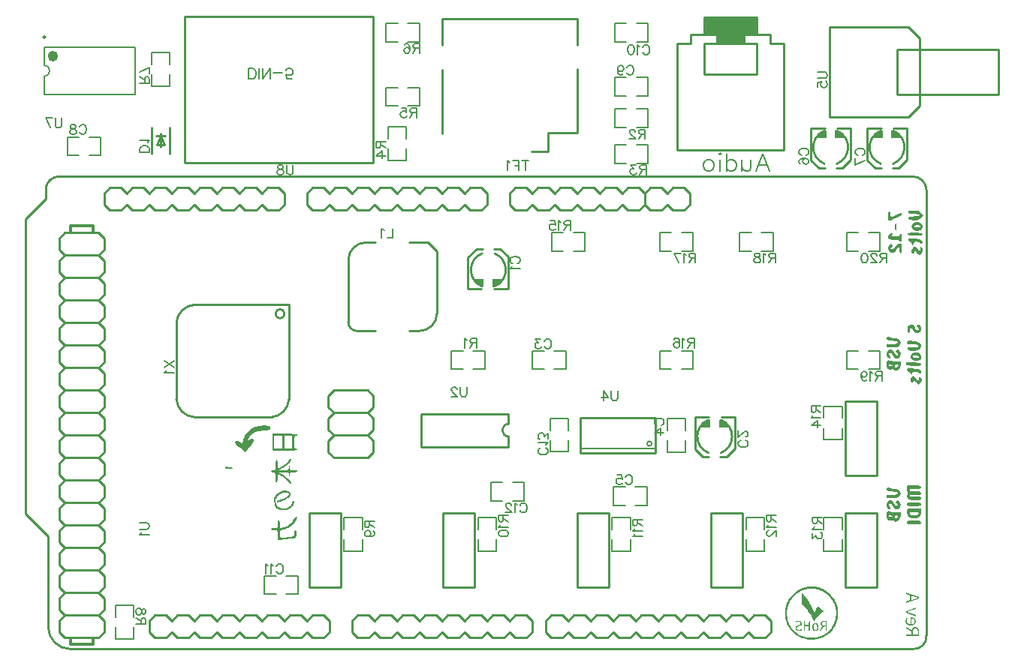
<source format=gbo>
G04 Layer: BottomSilkscreenLayer*
G04 EasyEDA v6.4.31, 2022-02-04 23:24:27*
G04 1551f2279af443638085206af3fd0dcc,e8ed4560e5824e1ea3c46bb2bbde2574,10*
G04 Gerber Generator version 0.2*
G04 Scale: 100 percent, Rotated: No, Reflected: No *
G04 Dimensions in millimeters *
G04 leading zeros omitted , absolute positions ,4 integer and 5 decimal *
%FSLAX45Y45*%
%MOMM*%

%ADD10C,0.2540*%
%ADD30C,0.6000*%
%ADD42C,0.1999*%
%ADD43C,0.2032*%
%ADD44C,0.2000*%
%ADD45C,0.2500*%
%ADD46C,0.1270*%
%ADD47C,0.3048*%
%ADD48C,0.1524*%

%LPD*%
G36*
X11257330Y-10213441D02*
G01*
X11234318Y-10213695D01*
X11225377Y-10214051D01*
X11217960Y-10214610D01*
X11212017Y-10215372D01*
X11207343Y-10216489D01*
X11203787Y-10217861D01*
X11201349Y-10219639D01*
X11199774Y-10221772D01*
X11198961Y-10224363D01*
X11198860Y-10227462D01*
X11199266Y-10231018D01*
X11200079Y-10234422D01*
X11201349Y-10237419D01*
X11203279Y-10240010D01*
X11205870Y-10242245D01*
X11209274Y-10244175D01*
X11213642Y-10245801D01*
X11219027Y-10247223D01*
X11225530Y-10248392D01*
X11242446Y-10250220D01*
X11285321Y-10252811D01*
X11293703Y-10253573D01*
X11307368Y-10255504D01*
X11312702Y-10256672D01*
X11317020Y-10257942D01*
X11320424Y-10259364D01*
X11322862Y-10260939D01*
X11324386Y-10262666D01*
X11325047Y-10264546D01*
X11324844Y-10266629D01*
X11323167Y-10269321D01*
X11319865Y-10271709D01*
X11314988Y-10273842D01*
X11308638Y-10275620D01*
X11300866Y-10277043D01*
X11291824Y-10278160D01*
X11281562Y-10278872D01*
X11263122Y-10279329D01*
X11249355Y-10280040D01*
X11236401Y-10281259D01*
X11225022Y-10282885D01*
X11215674Y-10284866D01*
X11212017Y-10285933D01*
X11209070Y-10287050D01*
X11206988Y-10288219D01*
X11204244Y-10290556D01*
X11202314Y-10292943D01*
X11201196Y-10295382D01*
X11200841Y-10297820D01*
X11201247Y-10300258D01*
X11202365Y-10302697D01*
X11204092Y-10305084D01*
X11206530Y-10307421D01*
X11209528Y-10309656D01*
X11213084Y-10311790D01*
X11217148Y-10313822D01*
X11221720Y-10315752D01*
X11232235Y-10319105D01*
X11238128Y-10320477D01*
X11244326Y-10321645D01*
X11250879Y-10322610D01*
X11257686Y-10323322D01*
X11264747Y-10323728D01*
X11272062Y-10323880D01*
X11280698Y-10323779D01*
X11288572Y-10323423D01*
X11295684Y-10322712D01*
X11302187Y-10321747D01*
X11308181Y-10320324D01*
X11313769Y-10318546D01*
X11319052Y-10316311D01*
X11324183Y-10313568D01*
X11329212Y-10310266D01*
X11334292Y-10306405D01*
X11339474Y-10301986D01*
X11372545Y-10269778D01*
X11341049Y-10237165D01*
X11332921Y-10229646D01*
X11329060Y-10226598D01*
X11325199Y-10223906D01*
X11321288Y-10221620D01*
X11317122Y-10219690D01*
X11312753Y-10218064D01*
X11307978Y-10216794D01*
X11302796Y-10215727D01*
X11297056Y-10214914D01*
X11290706Y-10214305D01*
X11275771Y-10213644D01*
G37*
G36*
X10985500Y-10223500D02*
G01*
X10982350Y-10224160D01*
X10979708Y-10226141D01*
X10977524Y-10229596D01*
X10975848Y-10234625D01*
X10974578Y-10241381D01*
X10973714Y-10249966D01*
X10973206Y-10260482D01*
X10973054Y-10273080D01*
X10973257Y-10283190D01*
X10973714Y-10292842D01*
X10974476Y-10301833D01*
X10975492Y-10309910D01*
X10976762Y-10316870D01*
X10978184Y-10322458D01*
X10979708Y-10326471D01*
X10981385Y-10328706D01*
X10983010Y-10329113D01*
X10985652Y-10329011D01*
X10993831Y-10327132D01*
X11005058Y-10323372D01*
X11018723Y-10318191D01*
X11033963Y-10311841D01*
X11050066Y-10304678D01*
X11074247Y-10293146D01*
X11089233Y-10285476D01*
X11102492Y-10278211D01*
X11113262Y-10271658D01*
X11117427Y-10268762D01*
X11120729Y-10266172D01*
X11123015Y-10263936D01*
X11125504Y-10259822D01*
X11126673Y-10254843D01*
X11126520Y-10249712D01*
X11124996Y-10244988D01*
X11123676Y-10243616D01*
X11121593Y-10242804D01*
X11118748Y-10242499D01*
X11115141Y-10242753D01*
X11110772Y-10243566D01*
X11105692Y-10244886D01*
X11099901Y-10246715D01*
X11093500Y-10249052D01*
X11078667Y-10255300D01*
X11061395Y-10263479D01*
X11003280Y-10292334D01*
X11000638Y-10257942D01*
X10999825Y-10250170D01*
X10998657Y-10243362D01*
X10997184Y-10237419D01*
X10995355Y-10232542D01*
X10993323Y-10228630D01*
X10990935Y-10225786D01*
X10988344Y-10224058D01*
G37*
G36*
X11297361Y-10343692D02*
G01*
X11292027Y-10343997D01*
X11286744Y-10344658D01*
X11281562Y-10345775D01*
X11276431Y-10347248D01*
X11271504Y-10349179D01*
X11266728Y-10351566D01*
X11262156Y-10354360D01*
X11257838Y-10357662D01*
X11253825Y-10361371D01*
X11250117Y-10365587D01*
X11246104Y-10370769D01*
X11242852Y-10375544D01*
X11240414Y-10380014D01*
X11238788Y-10384231D01*
X11237976Y-10388447D01*
X11238115Y-10393121D01*
X11267033Y-10393121D01*
X11267440Y-10390378D01*
X11269319Y-10387533D01*
X11272672Y-10384688D01*
X11277549Y-10381843D01*
X11284000Y-10379100D01*
X11289284Y-10377576D01*
X11294872Y-10376763D01*
X11300612Y-10376509D01*
X11306403Y-10376865D01*
X11312093Y-10377728D01*
X11317478Y-10379100D01*
X11322456Y-10380878D01*
X11326876Y-10383062D01*
X11330584Y-10385602D01*
X11333378Y-10388447D01*
X11335207Y-10391546D01*
X11335816Y-10394848D01*
X11335156Y-10396728D01*
X11333124Y-10398455D01*
X11329924Y-10400080D01*
X11325707Y-10401452D01*
X11320576Y-10402620D01*
X11314684Y-10403484D01*
X11308232Y-10403992D01*
X11301272Y-10404195D01*
X11292738Y-10403890D01*
X11285321Y-10403078D01*
X11279124Y-10401808D01*
X11274145Y-10400080D01*
X11270437Y-10397998D01*
X11268049Y-10395661D01*
X11267033Y-10393121D01*
X11238115Y-10393121D01*
X11238890Y-10397134D01*
X11240617Y-10401909D01*
X11243208Y-10407091D01*
X11246713Y-10412933D01*
X11256416Y-10426801D01*
X11259464Y-10430408D01*
X11262868Y-10433558D01*
X11266576Y-10436301D01*
X11270589Y-10438587D01*
X11274856Y-10440517D01*
X11279327Y-10441990D01*
X11284000Y-10443159D01*
X11288877Y-10443870D01*
X11293805Y-10444276D01*
X11298834Y-10444276D01*
X11303914Y-10443972D01*
X11308943Y-10443311D01*
X11314023Y-10442346D01*
X11319002Y-10441025D01*
X11323878Y-10439450D01*
X11333175Y-10435386D01*
X11337544Y-10432948D01*
X11341658Y-10430205D01*
X11345468Y-10427258D01*
X11349024Y-10424058D01*
X11352174Y-10420654D01*
X11354968Y-10416997D01*
X11357305Y-10413187D01*
X11359184Y-10409123D01*
X11360607Y-10404906D01*
X11361470Y-10400487D01*
X11361775Y-10395915D01*
X11361470Y-10390632D01*
X11360607Y-10385552D01*
X11359184Y-10380726D01*
X11357305Y-10376204D01*
X11354968Y-10371886D01*
X11352174Y-10367822D01*
X11348974Y-10364063D01*
X11345418Y-10360609D01*
X11341557Y-10357459D01*
X11337340Y-10354564D01*
X11332921Y-10352024D01*
X11328247Y-10349788D01*
X11323370Y-10347858D01*
X11318341Y-10346334D01*
X11313210Y-10345115D01*
X11307978Y-10344251D01*
X11302644Y-10343794D01*
G37*
G36*
X11059464Y-10354005D02*
G01*
X11057686Y-10354818D01*
X11056061Y-10357154D01*
X11054638Y-10360863D01*
X11053318Y-10365790D01*
X11052302Y-10371734D01*
X11051489Y-10378592D01*
X11050981Y-10386110D01*
X11050778Y-10394137D01*
X11050981Y-10402214D01*
X11051489Y-10409732D01*
X11052302Y-10416590D01*
X11053318Y-10422534D01*
X11054638Y-10427411D01*
X11056061Y-10431170D01*
X11057686Y-10433507D01*
X11059464Y-10434320D01*
X11061192Y-10433507D01*
X11062817Y-10431170D01*
X11064240Y-10427411D01*
X11065560Y-10422534D01*
X11066576Y-10416590D01*
X11067389Y-10409732D01*
X11067897Y-10402214D01*
X11068100Y-10394137D01*
X11067897Y-10386110D01*
X11067389Y-10378592D01*
X11066576Y-10371734D01*
X11065560Y-10365790D01*
X11064240Y-10360863D01*
X11062817Y-10357154D01*
X11061192Y-10354818D01*
G37*
G36*
X11259058Y-10464444D02*
G01*
X11239195Y-10464800D01*
X11223193Y-10465460D01*
X11210747Y-10466578D01*
X11205718Y-10467289D01*
X11197894Y-10469168D01*
X11194999Y-10470337D01*
X11192713Y-10471607D01*
X11191036Y-10473080D01*
X11189868Y-10474706D01*
X11189208Y-10476534D01*
X11189004Y-10478516D01*
X11189208Y-10480446D01*
X11189919Y-10482224D01*
X11191138Y-10483900D01*
X11192916Y-10485424D01*
X11195253Y-10486847D01*
X11198199Y-10488117D01*
X11201806Y-10489336D01*
X11206073Y-10490454D01*
X11216792Y-10492384D01*
X11230660Y-10494010D01*
X11247932Y-10495432D01*
X11268913Y-10496702D01*
X11291062Y-10497667D01*
X11309807Y-10498074D01*
X11325352Y-10497820D01*
X11331956Y-10497464D01*
X11342979Y-10496194D01*
X11347399Y-10495330D01*
X11351158Y-10494264D01*
X11354257Y-10492994D01*
X11356746Y-10491520D01*
X11358575Y-10489844D01*
X11359845Y-10487964D01*
X11360505Y-10485882D01*
X11360607Y-10483596D01*
X11360200Y-10481056D01*
X11359286Y-10478312D01*
X11357914Y-10475366D01*
X11356898Y-10474147D01*
X11355171Y-10472978D01*
X11352784Y-10471861D01*
X11346027Y-10469880D01*
X11336883Y-10468152D01*
X11325453Y-10466730D01*
X11311991Y-10465612D01*
X11296650Y-10464850D01*
X11279632Y-10464495D01*
G37*
G36*
X11012779Y-10468305D02*
G01*
X11008817Y-10468508D01*
X11004448Y-10469778D01*
X10999673Y-10472064D01*
X10994745Y-10475468D01*
X10989818Y-10480040D01*
X10985500Y-10484815D01*
X10981842Y-10489488D01*
X10978794Y-10493959D01*
X10976356Y-10498328D01*
X10974527Y-10502493D01*
X10973257Y-10506506D01*
X10972647Y-10510367D01*
X10972596Y-10514076D01*
X10973155Y-10517581D01*
X10974273Y-10520883D01*
X10975949Y-10523982D01*
X10978235Y-10526928D01*
X10981080Y-10529671D01*
X10984484Y-10532211D01*
X10988446Y-10534497D01*
X10992967Y-10536580D01*
X10997996Y-10538460D01*
X11003584Y-10540085D01*
X11009731Y-10541508D01*
X11016386Y-10542625D01*
X11023549Y-10543540D01*
X11031270Y-10544200D01*
X11039500Y-10544606D01*
X11059312Y-10544962D01*
X11069574Y-10545521D01*
X11078819Y-10546435D01*
X11086846Y-10547654D01*
X11093450Y-10549128D01*
X11098428Y-10550855D01*
X11101527Y-10552734D01*
X11102644Y-10554766D01*
X11103660Y-10558678D01*
X11106454Y-10561878D01*
X11110569Y-10564012D01*
X11115598Y-10564825D01*
X11118900Y-10564266D01*
X11121644Y-10562488D01*
X11123879Y-10559338D01*
X11125657Y-10554766D01*
X11126978Y-10548670D01*
X11127841Y-10540847D01*
X11128400Y-10531195D01*
X11128552Y-10519664D01*
X11128400Y-10508081D01*
X11127841Y-10498480D01*
X11126978Y-10490657D01*
X11125657Y-10484510D01*
X11123879Y-10479938D01*
X11121644Y-10476839D01*
X11118900Y-10475061D01*
X11115598Y-10474452D01*
X11110569Y-10475671D01*
X11106454Y-10478871D01*
X11103660Y-10483697D01*
X11102086Y-10493502D01*
X11100308Y-10496753D01*
X11097107Y-10499394D01*
X11092383Y-10501426D01*
X11085880Y-10502900D01*
X11077448Y-10503865D01*
X11066881Y-10504424D01*
X11054080Y-10504576D01*
X11040364Y-10504474D01*
X11029645Y-10504068D01*
X11021720Y-10503255D01*
X11016335Y-10501985D01*
X11013287Y-10500156D01*
X11012271Y-10497667D01*
X11013135Y-10494467D01*
X11018824Y-10485120D01*
X11020602Y-10480446D01*
X11021110Y-10476433D01*
X11020399Y-10473182D01*
X11018723Y-10470692D01*
X11016132Y-10469067D01*
G37*
G36*
X11225530Y-10529671D02*
G01*
X11214150Y-10530078D01*
X11206226Y-10530992D01*
X11203838Y-10531602D01*
X11202568Y-10532313D01*
X11199520Y-10536732D01*
X11197945Y-10541101D01*
X11197844Y-10545368D01*
X11199266Y-10549534D01*
X11202060Y-10553598D01*
X11206378Y-10557510D01*
X11212068Y-10561269D01*
X11219230Y-10564825D01*
X11227612Y-10569752D01*
X11234470Y-10576052D01*
X11239144Y-10582960D01*
X11240820Y-10589666D01*
X11241481Y-10596829D01*
X11243157Y-10601604D01*
X11245697Y-10604144D01*
X11248745Y-10604449D01*
X11251996Y-10602620D01*
X11255298Y-10598708D01*
X11258245Y-10592765D01*
X11261902Y-10580624D01*
X11263731Y-10576864D01*
X11266017Y-10573613D01*
X11268811Y-10570921D01*
X11272062Y-10568736D01*
X11275720Y-10567060D01*
X11279784Y-10565892D01*
X11284204Y-10565282D01*
X11288928Y-10565180D01*
X11294059Y-10565638D01*
X11299393Y-10566603D01*
X11305032Y-10568127D01*
X11310924Y-10570159D01*
X11317020Y-10572750D01*
X11323320Y-10575899D01*
X11336985Y-10583824D01*
X11342725Y-10586872D01*
X11347196Y-10588650D01*
X11350701Y-10589158D01*
X11353393Y-10588447D01*
X11355527Y-10586466D01*
X11357305Y-10583265D01*
X11358981Y-10578744D01*
X11360099Y-10574629D01*
X11360708Y-10570718D01*
X11360759Y-10567060D01*
X11360251Y-10563504D01*
X11359235Y-10560202D01*
X11357610Y-10557103D01*
X11355476Y-10554157D01*
X11352733Y-10551363D01*
X11349431Y-10548772D01*
X11345570Y-10546384D01*
X11341100Y-10544149D01*
X11336020Y-10542066D01*
X11330381Y-10540187D01*
X11324132Y-10538460D01*
X11317325Y-10536885D01*
X11309858Y-10535462D01*
X11293094Y-10533126D01*
X11273840Y-10531348D01*
X11256060Y-10530281D01*
X11239754Y-10529722D01*
G37*
G36*
X11105794Y-10584891D02*
G01*
X11102035Y-10585145D01*
X11098123Y-10585907D01*
X11094110Y-10587228D01*
X11089944Y-10589006D01*
X11085728Y-10591292D01*
X11081410Y-10594086D01*
X11076990Y-10597337D01*
X11072469Y-10601147D01*
X11067897Y-10605363D01*
X11058550Y-10615320D01*
X11046409Y-10629747D01*
X11039652Y-10636961D01*
X11033506Y-10642650D01*
X11027867Y-10646968D01*
X11022736Y-10649864D01*
X11017961Y-10651388D01*
X11013592Y-10651540D01*
X11009579Y-10650423D01*
X11001756Y-10646359D01*
X10999266Y-10642650D01*
X11002162Y-10637723D01*
X11010544Y-10630103D01*
X11017300Y-10623042D01*
X11020856Y-10615980D01*
X11021364Y-10608614D01*
X11018875Y-10600740D01*
X11016488Y-10596067D01*
X11014252Y-10592765D01*
X11011966Y-10590733D01*
X11009426Y-10590072D01*
X11006429Y-10590682D01*
X11002670Y-10592663D01*
X10997996Y-10595965D01*
X10992205Y-10600588D01*
X10987989Y-10604347D01*
X10984382Y-10608259D01*
X10981232Y-10612424D01*
X10978692Y-10616692D01*
X10976660Y-10621162D01*
X10975187Y-10625785D01*
X10974273Y-10630509D01*
X10973866Y-10635284D01*
X10974019Y-10640212D01*
X10974730Y-10645190D01*
X10975949Y-10650169D01*
X10977727Y-10655198D01*
X10980064Y-10660227D01*
X10982960Y-10665307D01*
X10986363Y-10670286D01*
X10990326Y-10675264D01*
X10994999Y-10680344D01*
X10999622Y-10684611D01*
X11004143Y-10688116D01*
X11008664Y-10690809D01*
X11013084Y-10692739D01*
X11017554Y-10693806D01*
X11021974Y-10694111D01*
X11026394Y-10693603D01*
X11030813Y-10692282D01*
X11035284Y-10690148D01*
X11039754Y-10687202D01*
X11044326Y-10683443D01*
X11048898Y-10678871D01*
X11053572Y-10673486D01*
X11058347Y-10667238D01*
X11067948Y-10653115D01*
X11077448Y-10640568D01*
X11081867Y-10635386D01*
X11085880Y-10631068D01*
X11089436Y-10627817D01*
X11092332Y-10625785D01*
X11094415Y-10625074D01*
X11096091Y-10625785D01*
X11097615Y-10627817D01*
X11098987Y-10631068D01*
X11100206Y-10635386D01*
X11101222Y-10640568D01*
X11101984Y-10646562D01*
X11102441Y-10653115D01*
X11102797Y-10668762D01*
X11103356Y-10676026D01*
X11104321Y-10682071D01*
X11105692Y-10686948D01*
X11107521Y-10690656D01*
X11109756Y-10693298D01*
X11112449Y-10694822D01*
X11115598Y-10695330D01*
X11117935Y-10695025D01*
X11120018Y-10694162D01*
X11121796Y-10692638D01*
X11123371Y-10690453D01*
X11124692Y-10687456D01*
X11125809Y-10683595D01*
X11126673Y-10678922D01*
X11127384Y-10673283D01*
X11128248Y-10658906D01*
X11128552Y-10640110D01*
X11128349Y-10617657D01*
X11128044Y-10609173D01*
X11127486Y-10602264D01*
X11126622Y-10596829D01*
X11125352Y-10592663D01*
X11123625Y-10589564D01*
X11121390Y-10587431D01*
X11118545Y-10586059D01*
X11115040Y-10585297D01*
G37*
G36*
X11271351Y-10620654D02*
G01*
X11267440Y-10621314D01*
X11263477Y-10623245D01*
X11259362Y-10626445D01*
X11254892Y-10630966D01*
X11249863Y-10636910D01*
X11241125Y-10648188D01*
X11237976Y-10652810D01*
X11235639Y-10656874D01*
X11234115Y-10660583D01*
X11233302Y-10664139D01*
X11233302Y-10667644D01*
X11234013Y-10671251D01*
X11235436Y-10675112D01*
X11237569Y-10679430D01*
X11243818Y-10689945D01*
X11247678Y-10695127D01*
X11251539Y-10698886D01*
X11255400Y-10701274D01*
X11259058Y-10702340D01*
X11262512Y-10702137D01*
X11265611Y-10700766D01*
X11268202Y-10698276D01*
X11270234Y-10694771D01*
X11271605Y-10690301D01*
X11272164Y-10684967D01*
X11271859Y-10678820D01*
X11269268Y-10666171D01*
X11268862Y-10662361D01*
X11269421Y-10660481D01*
X11271148Y-10660684D01*
X11274094Y-10662920D01*
X11278362Y-10667339D01*
X11284051Y-10673943D01*
X11296954Y-10689742D01*
X11306810Y-10700918D01*
X11311077Y-10705185D01*
X11314988Y-10708589D01*
X11318595Y-10711027D01*
X11321999Y-10712653D01*
X11325250Y-10713415D01*
X11328349Y-10713262D01*
X11331448Y-10712297D01*
X11334546Y-10710468D01*
X11337747Y-10707776D01*
X11341100Y-10704271D01*
X11344656Y-10699902D01*
X11352631Y-10688726D01*
X11357711Y-10680954D01*
X11361470Y-10674350D01*
X11364010Y-10668609D01*
X11365382Y-10663428D01*
X11365585Y-10658551D01*
X11364671Y-10653725D01*
X11362740Y-10648594D01*
X11359743Y-10642904D01*
X11356035Y-10637012D01*
X11352479Y-10632338D01*
X11349024Y-10628884D01*
X11345773Y-10626699D01*
X11342776Y-10625632D01*
X11340134Y-10625785D01*
X11337798Y-10627106D01*
X11335867Y-10629595D01*
X11334394Y-10633202D01*
X11333378Y-10637926D01*
X11332972Y-10643768D01*
X11333429Y-10657535D01*
X11333276Y-10663174D01*
X11332718Y-10667695D01*
X11331752Y-10671048D01*
X11330432Y-10673232D01*
X11328755Y-10674248D01*
X11326774Y-10674096D01*
X11324437Y-10672775D01*
X11321796Y-10670286D01*
X11318849Y-10666577D01*
X11315649Y-10661700D01*
X11309705Y-10651490D01*
X11306759Y-10647172D01*
X11299748Y-10638688D01*
X11295938Y-10634675D01*
X11292027Y-10631068D01*
X11288217Y-10627969D01*
X11284610Y-10625429D01*
X11279784Y-10622737D01*
X11275415Y-10621111D01*
G37*
G36*
X11245748Y-11501374D02*
G01*
X11240871Y-11502390D01*
X11232896Y-11504472D01*
X11224107Y-11506200D01*
X11215573Y-11507368D01*
X11208359Y-11507825D01*
X11204244Y-11508333D01*
X11200942Y-11509806D01*
X11198301Y-11512499D01*
X11196320Y-11516614D01*
X11194897Y-11522405D01*
X11193983Y-11530025D01*
X11193475Y-11539728D01*
X11193322Y-11551666D01*
X11193475Y-11562842D01*
X11193983Y-11572138D01*
X11194897Y-11579707D01*
X11196167Y-11585600D01*
X11197945Y-11590020D01*
X11200180Y-11593068D01*
X11202924Y-11594795D01*
X11206226Y-11595303D01*
X11209223Y-11594846D01*
X11211864Y-11593525D01*
X11214049Y-11591239D01*
X11215878Y-11588038D01*
X11217300Y-11583974D01*
X11218316Y-11578945D01*
X11218875Y-11573052D01*
X11219281Y-11559438D01*
X11219891Y-11553545D01*
X11220907Y-11548567D01*
X11222278Y-11544452D01*
X11224107Y-11541252D01*
X11226241Y-11538966D01*
X11228832Y-11537543D01*
X11231778Y-11537086D01*
X11234572Y-11537696D01*
X11237722Y-11539372D01*
X11241125Y-11542064D01*
X11244630Y-11545620D01*
X11248136Y-11549938D01*
X11251590Y-11554917D01*
X11254841Y-11560352D01*
X11261750Y-11574272D01*
X11265662Y-11580774D01*
X11269726Y-11585854D01*
X11274196Y-11589664D01*
X11279327Y-11592407D01*
X11285270Y-11594134D01*
X11292281Y-11595049D01*
X11300612Y-11595303D01*
X11306759Y-11594998D01*
X11312550Y-11594134D01*
X11317884Y-11592661D01*
X11322862Y-11590680D01*
X11327384Y-11588140D01*
X11331498Y-11585092D01*
X11335105Y-11581587D01*
X11338255Y-11577624D01*
X11340947Y-11573256D01*
X11343081Y-11568480D01*
X11344706Y-11563299D01*
X11345824Y-11557762D01*
X11346332Y-11551869D01*
X11346281Y-11545671D01*
X11345672Y-11539169D01*
X11344452Y-11532412D01*
X11342674Y-11526164D01*
X11340185Y-11520525D01*
X11337188Y-11515496D01*
X11333683Y-11511178D01*
X11329873Y-11507622D01*
X11325758Y-11504828D01*
X11321542Y-11502948D01*
X11317224Y-11501932D01*
X11312956Y-11501932D01*
X11308842Y-11502948D01*
X11304981Y-11505082D01*
X11301425Y-11508333D01*
X11298021Y-11513972D01*
X11297920Y-11519560D01*
X11301222Y-11525554D01*
X11308029Y-11532260D01*
X11313718Y-11538204D01*
X11317579Y-11544655D01*
X11319205Y-11550802D01*
X11318240Y-11555882D01*
X11315293Y-11560302D01*
X11311991Y-11563502D01*
X11308486Y-11565432D01*
X11304727Y-11566194D01*
X11300815Y-11565737D01*
X11296802Y-11564112D01*
X11292687Y-11561419D01*
X11288572Y-11557558D01*
X11284508Y-11552631D01*
X11280495Y-11546636D01*
X11276634Y-11539677D01*
X11268862Y-11522456D01*
X11265052Y-11515090D01*
X11261394Y-11509400D01*
X11257788Y-11505336D01*
X11254028Y-11502694D01*
X11250066Y-11501424D01*
G37*
G36*
X10970666Y-11638280D02*
G01*
X10964621Y-11640464D01*
X10960100Y-11645900D01*
X10957915Y-11650218D01*
X10956290Y-11654129D01*
X10955375Y-11657736D01*
X10955121Y-11661038D01*
X10955578Y-11664035D01*
X10956747Y-11666778D01*
X10958728Y-11669217D01*
X10961420Y-11671452D01*
X10964976Y-11673433D01*
X10969396Y-11675211D01*
X10974679Y-11676837D01*
X10980826Y-11678259D01*
X10995964Y-11680698D01*
X11030254Y-11684203D01*
X11044377Y-11686032D01*
X11056772Y-11688064D01*
X11066830Y-11690146D01*
X11073942Y-11692229D01*
X11076228Y-11693194D01*
X11077549Y-11694160D01*
X11079835Y-11697208D01*
X11081207Y-11700154D01*
X11081715Y-11702897D01*
X11081308Y-11705488D01*
X11079988Y-11707926D01*
X11077854Y-11710162D01*
X11074857Y-11712244D01*
X11071047Y-11714124D01*
X11066424Y-11715800D01*
X11060988Y-11717274D01*
X11054740Y-11718544D01*
X11047780Y-11719560D01*
X11040008Y-11720423D01*
X11022330Y-11721388D01*
X10999927Y-11721541D01*
X10980369Y-11722049D01*
X10973003Y-11722608D01*
X10967059Y-11723471D01*
X10962386Y-11724640D01*
X10958880Y-11726164D01*
X10956290Y-11728094D01*
X10954562Y-11730482D01*
X10953496Y-11733377D01*
X10952937Y-11736832D01*
X10952784Y-11740896D01*
X10952937Y-11744960D01*
X10953496Y-11748465D01*
X10954562Y-11751360D01*
X10956340Y-11753748D01*
X10959033Y-11755678D01*
X10962690Y-11757202D01*
X10967516Y-11758371D01*
X10973663Y-11759184D01*
X10981283Y-11759742D01*
X11001552Y-11760250D01*
X11023752Y-11760250D01*
X11039805Y-11759895D01*
X11052962Y-11758980D01*
X11063782Y-11757406D01*
X11068456Y-11756390D01*
X11072723Y-11755120D01*
X11076635Y-11753646D01*
X11080242Y-11751919D01*
X11083645Y-11749938D01*
X11086846Y-11747703D01*
X11089995Y-11745163D01*
X11096142Y-11739219D01*
X11101730Y-11732971D01*
X11106353Y-11727078D01*
X11109960Y-11721490D01*
X11112601Y-11716156D01*
X11114278Y-11710924D01*
X11114989Y-11705844D01*
X11114735Y-11700713D01*
X11113465Y-11695582D01*
X11111230Y-11690299D01*
X11108080Y-11684812D01*
X11103914Y-11679072D01*
X11098834Y-11672976D01*
X11094313Y-11668455D01*
X11089233Y-11664543D01*
X11083594Y-11661190D01*
X11077448Y-11658447D01*
X11070793Y-11656314D01*
X11063630Y-11654790D01*
X11056010Y-11653875D01*
X11040567Y-11653367D01*
X11032896Y-11652758D01*
X11024971Y-11651843D01*
X11009477Y-11649100D01*
X11002365Y-11647373D01*
X10995964Y-11645493D01*
X10979099Y-11639346D01*
G37*
G36*
X11217605Y-11683085D02*
G01*
X11211610Y-11683288D01*
X11206327Y-11683847D01*
X11201806Y-11684711D01*
X11198148Y-11685930D01*
X11192916Y-11689384D01*
X11188700Y-11694414D01*
X11185804Y-11700408D01*
X11184737Y-11706606D01*
X11184991Y-11709400D01*
X11185753Y-11711787D01*
X11187176Y-11713921D01*
X11189208Y-11715699D01*
X11192052Y-11717223D01*
X11195659Y-11718493D01*
X11200180Y-11719509D01*
X11205667Y-11720322D01*
X11219738Y-11721287D01*
X11258499Y-11722150D01*
X11275364Y-11723522D01*
X11282578Y-11724589D01*
X11289030Y-11725859D01*
X11294618Y-11727332D01*
X11299444Y-11729008D01*
X11303457Y-11730939D01*
X11306708Y-11733123D01*
X11309096Y-11735511D01*
X11310721Y-11738102D01*
X11311534Y-11740896D01*
X11311585Y-11743944D01*
X11310772Y-11747246D01*
X11309197Y-11750751D01*
X11307775Y-11752732D01*
X11305743Y-11754408D01*
X11303101Y-11755882D01*
X11299850Y-11757101D01*
X11295938Y-11758015D01*
X11291316Y-11758726D01*
X11286032Y-11759184D01*
X11273282Y-11759387D01*
X11257584Y-11758574D01*
X11238687Y-11757050D01*
X11222228Y-11756136D01*
X11215522Y-11756085D01*
X11209731Y-11756339D01*
X11204803Y-11756847D01*
X11200688Y-11757710D01*
X11197285Y-11758828D01*
X11194542Y-11760301D01*
X11192408Y-11762079D01*
X11190833Y-11764162D01*
X11189716Y-11766651D01*
X11189258Y-11773052D01*
X11192103Y-11779199D01*
X11198098Y-11784838D01*
X11206937Y-11789714D01*
X11212474Y-11791950D01*
X11218062Y-11793829D01*
X11223650Y-11795404D01*
X11229289Y-11796674D01*
X11234978Y-11797690D01*
X11240617Y-11798401D01*
X11251895Y-11799062D01*
X11263071Y-11798706D01*
X11273942Y-11797385D01*
X11284458Y-11795252D01*
X11294465Y-11792305D01*
X11303965Y-11788597D01*
X11312753Y-11784279D01*
X11316868Y-11781942D01*
X11324437Y-11776760D01*
X11331092Y-11771172D01*
X11336680Y-11765127D01*
X11339017Y-11762028D01*
X11341100Y-11758828D01*
X11342878Y-11755526D01*
X11344300Y-11752224D01*
X11345367Y-11748871D01*
X11346078Y-11745468D01*
X11346434Y-11742013D01*
X11346434Y-11738559D01*
X11346027Y-11735104D01*
X11345214Y-11731650D01*
X11343995Y-11728196D01*
X11342319Y-11724792D01*
X11340185Y-11721388D01*
X11337594Y-11718036D01*
X11334546Y-11714683D01*
X11331041Y-11711432D01*
X11326977Y-11708180D01*
X11323116Y-11705691D01*
X11318392Y-11703202D01*
X11312956Y-11700814D01*
X11306860Y-11698478D01*
X11300206Y-11696242D01*
X11285626Y-11692178D01*
X11270030Y-11688724D01*
X11254028Y-11685930D01*
X11238484Y-11684050D01*
X11231118Y-11683441D01*
G37*
G36*
X10998911Y-11779402D02*
G01*
X10994948Y-11779554D01*
X10991088Y-11780316D01*
X10987227Y-11781586D01*
X10983468Y-11783415D01*
X10979759Y-11785854D01*
X10976152Y-11788851D01*
X10972698Y-11792407D01*
X10969345Y-11796572D01*
X10966196Y-11801297D01*
X10962081Y-11808358D01*
X10958779Y-11815114D01*
X10956290Y-11821617D01*
X10954613Y-11827814D01*
X10953699Y-11833809D01*
X10953597Y-11839600D01*
X10954359Y-11845239D01*
X10955883Y-11850725D01*
X10958220Y-11856161D01*
X10961420Y-11861495D01*
X10965383Y-11866829D01*
X10970209Y-11872112D01*
X10978946Y-11879986D01*
X10985957Y-11883644D01*
X10991900Y-11883136D01*
X10997488Y-11878716D01*
X11001400Y-11872417D01*
X11001857Y-11865762D01*
X10998708Y-11857888D01*
X10991799Y-11848084D01*
X10987074Y-11842089D01*
X10983671Y-11837314D01*
X10981588Y-11833606D01*
X10980826Y-11830659D01*
X10981385Y-11828322D01*
X10983214Y-11826341D01*
X10986312Y-11824411D01*
X10990681Y-11822379D01*
X10996472Y-11820245D01*
X11001552Y-11819026D01*
X11005413Y-11818874D01*
X11007496Y-11819788D01*
X11029188Y-11854942D01*
X11033556Y-11861596D01*
X11038128Y-11867438D01*
X11042802Y-11872518D01*
X11047577Y-11876836D01*
X11052454Y-11880291D01*
X11057331Y-11882983D01*
X11062258Y-11884863D01*
X11067135Y-11885930D01*
X11072012Y-11886184D01*
X11076787Y-11885625D01*
X11081512Y-11884253D01*
X11086084Y-11882069D01*
X11090503Y-11879021D01*
X11094770Y-11875160D01*
X11098834Y-11870436D01*
X11102644Y-11864898D01*
X11106759Y-11857837D01*
X11110061Y-11851081D01*
X11112550Y-11844578D01*
X11114227Y-11838381D01*
X11115141Y-11832386D01*
X11115192Y-11826595D01*
X11114481Y-11820956D01*
X11112906Y-11815419D01*
X11110569Y-11810034D01*
X11107369Y-11804650D01*
X11103406Y-11799316D01*
X11098580Y-11793982D01*
X11093094Y-11788546D01*
X11088624Y-11784634D01*
X11084915Y-11782247D01*
X11081613Y-11781282D01*
X11078464Y-11781840D01*
X11075162Y-11783872D01*
X11071453Y-11787276D01*
X11066983Y-11792153D01*
X11059617Y-11801043D01*
X11057178Y-11806631D01*
X11059718Y-11810542D01*
X11067237Y-11814352D01*
X11073028Y-11817959D01*
X11077346Y-11822785D01*
X11080089Y-11828221D01*
X11081308Y-11833860D01*
X11080902Y-11839143D01*
X11078819Y-11843512D01*
X11075060Y-11846560D01*
X11069624Y-11847677D01*
X11066830Y-11846966D01*
X11063528Y-11844985D01*
X11059871Y-11841835D01*
X11055908Y-11837670D01*
X11051794Y-11832640D01*
X11047679Y-11826900D01*
X11043666Y-11820499D01*
X11036604Y-11807901D01*
X11033201Y-11802618D01*
X11029696Y-11797842D01*
X11026038Y-11793677D01*
X11022330Y-11789968D01*
X11018520Y-11786870D01*
X11014659Y-11784279D01*
X11010747Y-11782196D01*
X11006785Y-11780723D01*
X11002873Y-11779808D01*
G37*
G36*
X11288471Y-11818518D02*
G01*
X11273180Y-11818924D01*
X11266830Y-11819483D01*
X11261140Y-11820296D01*
X11256111Y-11821363D01*
X11251692Y-11822785D01*
X11247729Y-11824563D01*
X11244224Y-11826748D01*
X11240973Y-11829338D01*
X11238026Y-11832386D01*
X11235283Y-11835892D01*
X11232591Y-11839956D01*
X11228882Y-11846255D01*
X11226190Y-11851690D01*
X11224514Y-11856516D01*
X11223851Y-11861647D01*
X11253470Y-11861647D01*
X11253825Y-11857685D01*
X11254994Y-11854535D01*
X11257127Y-11852148D01*
X11260226Y-11850370D01*
X11264493Y-11849303D01*
X11269929Y-11848795D01*
X11276736Y-11848896D01*
X11285016Y-11849506D01*
X11292992Y-11850522D01*
X11300002Y-11851894D01*
X11305997Y-11853621D01*
X11310975Y-11855602D01*
X11314938Y-11857736D01*
X11317833Y-11860022D01*
X11319713Y-11862409D01*
X11320526Y-11864746D01*
X11320322Y-11867083D01*
X11319052Y-11869267D01*
X11316665Y-11871299D01*
X11313261Y-11873128D01*
X11308689Y-11874652D01*
X11303101Y-11875770D01*
X11296345Y-11876532D01*
X11288522Y-11876786D01*
X11279530Y-11876582D01*
X11272062Y-11875973D01*
X11265966Y-11874957D01*
X11261242Y-11873433D01*
X11257686Y-11871350D01*
X11255298Y-11868759D01*
X11253876Y-11865508D01*
X11253470Y-11861647D01*
X11223851Y-11861647D01*
X11224158Y-11865508D01*
X11225428Y-11870131D01*
X11227714Y-11875262D01*
X11230965Y-11881154D01*
X11234166Y-11885980D01*
X11237874Y-11890400D01*
X11242040Y-11894464D01*
X11246662Y-11898172D01*
X11251590Y-11901424D01*
X11256822Y-11904319D01*
X11262360Y-11906758D01*
X11268100Y-11908739D01*
X11273993Y-11910263D01*
X11280038Y-11911279D01*
X11286134Y-11911838D01*
X11292281Y-11911888D01*
X11298326Y-11911431D01*
X11304371Y-11910415D01*
X11310264Y-11908840D01*
X11315954Y-11906758D01*
X11322812Y-11903405D01*
X11328806Y-11899747D01*
X11333937Y-11895734D01*
X11338153Y-11891314D01*
X11341506Y-11886539D01*
X11343995Y-11881408D01*
X11345621Y-11875871D01*
X11346332Y-11869928D01*
X11346230Y-11863628D01*
X11345214Y-11856872D01*
X11343386Y-11849760D01*
X11340693Y-11842191D01*
X11338610Y-11837416D01*
X11336528Y-11833352D01*
X11334242Y-11829897D01*
X11331651Y-11827002D01*
X11328755Y-11824614D01*
X11325301Y-11822684D01*
X11321288Y-11821210D01*
X11316563Y-11820144D01*
X11311026Y-11819382D01*
X11304574Y-11818874D01*
G37*
G36*
X10975644Y-11902135D02*
G01*
X10970107Y-11903202D01*
X10965281Y-11906300D01*
X10962792Y-11909298D01*
X10960658Y-11913158D01*
X10958931Y-11917832D01*
X10957560Y-11923166D01*
X10956594Y-11929059D01*
X10955985Y-11935358D01*
X10955680Y-11941962D01*
X10955782Y-11948769D01*
X10956455Y-11957608D01*
X10981385Y-11957608D01*
X10982248Y-11954357D01*
X10984890Y-11952020D01*
X10989056Y-11950801D01*
X10994593Y-11950700D01*
X11001197Y-11951970D01*
X11008664Y-11954611D01*
X11017758Y-11958878D01*
X11021009Y-11961977D01*
X11018418Y-11965076D01*
X11010188Y-11969242D01*
X11008813Y-11969648D01*
X11047272Y-11969648D01*
X11048746Y-11963095D01*
X11052962Y-11958320D01*
X11059922Y-11955424D01*
X11069472Y-11954408D01*
X11075619Y-11954865D01*
X11080496Y-11956135D01*
X11084153Y-11958066D01*
X11086642Y-11960504D01*
X11087963Y-11963298D01*
X11088116Y-11966397D01*
X11087150Y-11969546D01*
X11085068Y-11972645D01*
X11081867Y-11975592D01*
X11077651Y-11978182D01*
X11072317Y-11980265D01*
X11065967Y-11981789D01*
X11057788Y-11982196D01*
X11051997Y-11980265D01*
X11048492Y-11976100D01*
X11047272Y-11969648D01*
X11008813Y-11969648D01*
X11003483Y-11971223D01*
X10996625Y-11971375D01*
X10990478Y-11969800D01*
X10985855Y-11966498D01*
X10982502Y-11961723D01*
X10981385Y-11957608D01*
X10956455Y-11957608D01*
X10957001Y-11962485D01*
X10958118Y-11969191D01*
X10959592Y-11975642D01*
X10961370Y-11981688D01*
X10963503Y-11987225D01*
X10965942Y-11992152D01*
X10968685Y-11996369D01*
X10972546Y-12000788D01*
X10976508Y-12004344D01*
X10980775Y-12006986D01*
X10985398Y-12008815D01*
X10990529Y-12009780D01*
X10996218Y-12009983D01*
X11002619Y-12009475D01*
X11009833Y-12008154D01*
X11021060Y-12006681D01*
X11030966Y-12006935D01*
X11038535Y-12008866D01*
X11042853Y-12012371D01*
X11045291Y-12016079D01*
X11048085Y-12018975D01*
X11051184Y-12021108D01*
X11054537Y-12022480D01*
X11058144Y-12023140D01*
X11061903Y-12023140D01*
X11065814Y-12022531D01*
X11069878Y-12021261D01*
X11073942Y-12019432D01*
X11078057Y-12017095D01*
X11082172Y-12014250D01*
X11086236Y-12010948D01*
X11090198Y-12007189D01*
X11094008Y-12003074D01*
X11097615Y-11998553D01*
X11101070Y-11993778D01*
X11104270Y-11988647D01*
X11107115Y-11983313D01*
X11109655Y-11977725D01*
X11111839Y-11971985D01*
X11113617Y-11966092D01*
X11114938Y-11960098D01*
X11115751Y-11954002D01*
X11116005Y-11947855D01*
X11116005Y-11915597D01*
X11050066Y-11915343D01*
X11034522Y-11914682D01*
X11020044Y-11913463D01*
X11007242Y-11911838D01*
X10996930Y-11909806D01*
X10992866Y-11908688D01*
X10989665Y-11907520D01*
X10981537Y-11903202D01*
G37*
G36*
X11210442Y-11925350D02*
G01*
X11196828Y-11925604D01*
X11191646Y-11926062D01*
X11187379Y-11926773D01*
X11183975Y-11927687D01*
X11181334Y-11928906D01*
X11179352Y-11930430D01*
X11177981Y-11932208D01*
X11177016Y-11934393D01*
X11176457Y-11936882D01*
X11176152Y-11943080D01*
X11176558Y-11949125D01*
X11177219Y-11951665D01*
X11178286Y-11953849D01*
X11179860Y-11955830D01*
X11181994Y-11957507D01*
X11184839Y-11958929D01*
X11188446Y-11960199D01*
X11192916Y-11961266D01*
X11198301Y-11962180D01*
X11212322Y-11963704D01*
X11231168Y-11964873D01*
X11255603Y-11965990D01*
X11278514Y-11966702D01*
X11297920Y-11966803D01*
X11313871Y-11966346D01*
X11326520Y-11965178D01*
X11331651Y-11964314D01*
X11336070Y-11963298D01*
X11339677Y-11962079D01*
X11342522Y-11960707D01*
X11344656Y-11959132D01*
X11346078Y-11957354D01*
X11346840Y-11955373D01*
X11346891Y-11953189D01*
X11346281Y-11950801D01*
X11345062Y-11948160D01*
X11343132Y-11945315D01*
X11340642Y-11942267D01*
X11339118Y-11940946D01*
X11336934Y-11939625D01*
X11334140Y-11938304D01*
X11326774Y-11935866D01*
X11317274Y-11933580D01*
X11305794Y-11931548D01*
X11292586Y-11929821D01*
X11277752Y-11928348D01*
X11261598Y-11927179D01*
X11219027Y-11925503D01*
G37*
G36*
X11235639Y-11983567D02*
G01*
X11232642Y-11985345D01*
X11230203Y-11990730D01*
X11227562Y-11995708D01*
X11223548Y-11997740D01*
X11217910Y-11996928D01*
X11203076Y-11989562D01*
X11197386Y-11988749D01*
X11193272Y-11990781D01*
X11190427Y-11995759D01*
X11187938Y-12003278D01*
X11186515Y-12009424D01*
X11186210Y-12014454D01*
X11187125Y-12018619D01*
X11189411Y-12022226D01*
X11193119Y-12025426D01*
X11198402Y-12028474D01*
X11205311Y-12031675D01*
X11213693Y-12036094D01*
X11221212Y-12041682D01*
X11227155Y-12047626D01*
X11230610Y-12053265D01*
X11233302Y-12058497D01*
X11236299Y-12059564D01*
X11240058Y-12056465D01*
X11247323Y-12045340D01*
X11250371Y-12042089D01*
X11253978Y-12039295D01*
X11257991Y-12037009D01*
X11262410Y-12035231D01*
X11267186Y-12033859D01*
X11272164Y-12033046D01*
X11277447Y-12032640D01*
X11282832Y-12032742D01*
X11288318Y-12033351D01*
X11293906Y-12034469D01*
X11299444Y-12036044D01*
X11304879Y-12038076D01*
X11310264Y-12040616D01*
X11315395Y-12043664D01*
X11326164Y-12051741D01*
X11330787Y-12054941D01*
X11334445Y-12056872D01*
X11337239Y-12057532D01*
X11339474Y-12056872D01*
X11341354Y-12054890D01*
X11342979Y-12051639D01*
X11344656Y-12047118D01*
X11345976Y-12042394D01*
X11346535Y-12037872D01*
X11346434Y-12033554D01*
X11345672Y-12029440D01*
X11344249Y-12025528D01*
X11342268Y-12021921D01*
X11339677Y-12018518D01*
X11336477Y-12015470D01*
X11332718Y-12012676D01*
X11328450Y-12010186D01*
X11323675Y-12008053D01*
X11318392Y-12006275D01*
X11312652Y-12004852D01*
X11306454Y-12003786D01*
X11299850Y-12003176D01*
X11285321Y-12002719D01*
X11277955Y-12002008D01*
X11270792Y-12000839D01*
X11264087Y-11999366D01*
X11257991Y-11997588D01*
X11252758Y-11995505D01*
X11248542Y-11993270D01*
X11245494Y-11990832D01*
X11239754Y-11985396D01*
G37*
G36*
X11255349Y-12081967D02*
G01*
X11252047Y-12082627D01*
X11248796Y-12083999D01*
X11245596Y-12086132D01*
X11242395Y-12089028D01*
X11239144Y-12092584D01*
X11235893Y-12096902D01*
X11232591Y-12101982D01*
X11228882Y-12108281D01*
X11226190Y-12113717D01*
X11224463Y-12118594D01*
X11223802Y-12123064D01*
X11224158Y-12127534D01*
X11225479Y-12132208D01*
X11227765Y-12137339D01*
X11231016Y-12143232D01*
X11234318Y-12148261D01*
X11237569Y-12152274D01*
X11240770Y-12155220D01*
X11243818Y-12157100D01*
X11246713Y-12157964D01*
X11249355Y-12157811D01*
X11251692Y-12156643D01*
X11253673Y-12154509D01*
X11255298Y-12151410D01*
X11256416Y-12147346D01*
X11257026Y-12142317D01*
X11256975Y-12126976D01*
X11257330Y-12123877D01*
X11258092Y-12121845D01*
X11259261Y-12121032D01*
X11260937Y-12121337D01*
X11263274Y-12122912D01*
X11266271Y-12125706D01*
X11274653Y-12135256D01*
X11311178Y-12181230D01*
X11341557Y-12146686D01*
X11346738Y-12140031D01*
X11350294Y-12134392D01*
X11352276Y-12129363D01*
X11352784Y-12124639D01*
X11351971Y-12119864D01*
X11349888Y-12114631D01*
X11346586Y-12108637D01*
X11342776Y-12102693D01*
X11339118Y-12097969D01*
X11335562Y-12094464D01*
X11332260Y-12092127D01*
X11329263Y-12091009D01*
X11326520Y-12091009D01*
X11324183Y-12092228D01*
X11322202Y-12094514D01*
X11320729Y-12098020D01*
X11319764Y-12102592D01*
X11319306Y-12108281D01*
X11319865Y-12122099D01*
X11319916Y-12127839D01*
X11319611Y-12132208D01*
X11318849Y-12135205D01*
X11317579Y-12136882D01*
X11315801Y-12137186D01*
X11313414Y-12136069D01*
X11310366Y-12133630D01*
X11306657Y-12129770D01*
X11296904Y-12117832D01*
X11286083Y-12103608D01*
X11281613Y-12098223D01*
X11277396Y-12093651D01*
X11273332Y-12089841D01*
X11269472Y-12086742D01*
X11265763Y-12084405D01*
X11262156Y-12082830D01*
X11258702Y-12082018D01*
G37*
G36*
X11241633Y-13314172D02*
G01*
X11224666Y-13314527D01*
X11210290Y-13315391D01*
X11199266Y-13316762D01*
X11195304Y-13317626D01*
X11192459Y-13318591D01*
X11190833Y-13319658D01*
X11188903Y-13322858D01*
X11187430Y-13327278D01*
X11186312Y-13332764D01*
X11185601Y-13339063D01*
X11185245Y-13345972D01*
X11185296Y-13353237D01*
X11185753Y-13360654D01*
X11186566Y-13368019D01*
X11187734Y-13375081D01*
X11189208Y-13381583D01*
X11191087Y-13387425D01*
X11193272Y-13392251D01*
X11195304Y-13398347D01*
X11195354Y-13405307D01*
X11193576Y-13412419D01*
X11190020Y-13418972D01*
X11187430Y-13423036D01*
X11185652Y-13426998D01*
X11184737Y-13430961D01*
X11184737Y-13435177D01*
X11185601Y-13439749D01*
X11187379Y-13444880D01*
X11190071Y-13450722D01*
X11196066Y-13461441D01*
X11198352Y-13464997D01*
X11200688Y-13468096D01*
X11203076Y-13470788D01*
X11205718Y-13473125D01*
X11208664Y-13475106D01*
X11211966Y-13476782D01*
X11215776Y-13478103D01*
X11220196Y-13479221D01*
X11225276Y-13480084D01*
X11231118Y-13480745D01*
X11245545Y-13481507D01*
X11264138Y-13481812D01*
X11289639Y-13481761D01*
X11311991Y-13481304D01*
X11320373Y-13480745D01*
X11327079Y-13479932D01*
X11332311Y-13478763D01*
X11336274Y-13477290D01*
X11339118Y-13475309D01*
X11341049Y-13472922D01*
X11342217Y-13469975D01*
X11342776Y-13466470D01*
X11342776Y-13458240D01*
X11342217Y-13454786D01*
X11341100Y-13451840D01*
X11339271Y-13449452D01*
X11336578Y-13447522D01*
X11332819Y-13445998D01*
X11327892Y-13444829D01*
X11321542Y-13444016D01*
X11313668Y-13443457D01*
X11292738Y-13442950D01*
X11270335Y-13442848D01*
X11253876Y-13442188D01*
X11239754Y-13440968D01*
X11228476Y-13439241D01*
X11224056Y-13438225D01*
X11220500Y-13437057D01*
X11217859Y-13435838D01*
X11216284Y-13434568D01*
X11215725Y-13433196D01*
X11216284Y-13431824D01*
X11217859Y-13430504D01*
X11220500Y-13429284D01*
X11224056Y-13428167D01*
X11228476Y-13427151D01*
X11239754Y-13425424D01*
X11246510Y-13424712D01*
X11261852Y-13423798D01*
X11304117Y-13423239D01*
X11313668Y-13422934D01*
X11321542Y-13422376D01*
X11327892Y-13421512D01*
X11332819Y-13420394D01*
X11336578Y-13418870D01*
X11339271Y-13416940D01*
X11341100Y-13414501D01*
X11342217Y-13411606D01*
X11342776Y-13408101D01*
X11342776Y-13399871D01*
X11342217Y-13396417D01*
X11341100Y-13393470D01*
X11339271Y-13391083D01*
X11336578Y-13389152D01*
X11332819Y-13387628D01*
X11327892Y-13386460D01*
X11321542Y-13385647D01*
X11313668Y-13385088D01*
X11292738Y-13384580D01*
X11267389Y-13384479D01*
X11247932Y-13383920D01*
X11240211Y-13383361D01*
X11233759Y-13382599D01*
X11228425Y-13381634D01*
X11224209Y-13380415D01*
X11220907Y-13378942D01*
X11218519Y-13377163D01*
X11216894Y-13375081D01*
X11216030Y-13372693D01*
X11215725Y-13369950D01*
X11216030Y-13367207D01*
X11216894Y-13364819D01*
X11218519Y-13362736D01*
X11220907Y-13361009D01*
X11224209Y-13359485D01*
X11228425Y-13358266D01*
X11233759Y-13357301D01*
X11240211Y-13356539D01*
X11256924Y-13355624D01*
X11303863Y-13355167D01*
X11313363Y-13354812D01*
X11321186Y-13354253D01*
X11327536Y-13353440D01*
X11332514Y-13352322D01*
X11336324Y-13350849D01*
X11339118Y-13348969D01*
X11340998Y-13346684D01*
X11342166Y-13343890D01*
X11342725Y-13340537D01*
X11342776Y-13333628D01*
X11342471Y-13330986D01*
X11341760Y-13328599D01*
X11340693Y-13326516D01*
X11339169Y-13324687D01*
X11337086Y-13323062D01*
X11334394Y-13321690D01*
X11330990Y-13320471D01*
X11326876Y-13319404D01*
X11316004Y-13317677D01*
X11301222Y-13316356D01*
X11281918Y-13315289D01*
X11260480Y-13314375D01*
G37*
G36*
X10970564Y-13340080D02*
G01*
X10964570Y-13342264D01*
X10960100Y-13347700D01*
X10957915Y-13352018D01*
X10956340Y-13355980D01*
X10955426Y-13359587D01*
X10955172Y-13362889D01*
X10955629Y-13365886D01*
X10956798Y-13368578D01*
X10958728Y-13371068D01*
X10961420Y-13373303D01*
X10964926Y-13375284D01*
X10969294Y-13377062D01*
X10974476Y-13378688D01*
X10980572Y-13380110D01*
X10995507Y-13382548D01*
X11029340Y-13386054D01*
X11043259Y-13387933D01*
X11055502Y-13389914D01*
X11065408Y-13392048D01*
X11072469Y-13394131D01*
X11074704Y-13395096D01*
X11075974Y-13396061D01*
X11078260Y-13399160D01*
X11079632Y-13402056D01*
X11080089Y-13404850D01*
X11079683Y-13407440D01*
X11078413Y-13409879D01*
X11076330Y-13412114D01*
X11073384Y-13414197D01*
X11069574Y-13416076D01*
X11065002Y-13417753D01*
X11059668Y-13419226D01*
X11053521Y-13420496D01*
X11046612Y-13421563D01*
X11038992Y-13422376D01*
X11030610Y-13422985D01*
X11021517Y-13423341D01*
X10999419Y-13423493D01*
X10980115Y-13424001D01*
X10972850Y-13424611D01*
X10967008Y-13425424D01*
X10962386Y-13426592D01*
X10958880Y-13428116D01*
X10956340Y-13430046D01*
X10954613Y-13432434D01*
X10953546Y-13435380D01*
X10953038Y-13438835D01*
X10952886Y-13442899D01*
X10953038Y-13447013D01*
X10953597Y-13450468D01*
X10954664Y-13453414D01*
X10956391Y-13455802D01*
X10959033Y-13457732D01*
X10962640Y-13459256D01*
X10967415Y-13460425D01*
X10973460Y-13461238D01*
X10980978Y-13461796D01*
X11000994Y-13462304D01*
X11025784Y-13462304D01*
X11036300Y-13462050D01*
X11045545Y-13461542D01*
X11053673Y-13460831D01*
X11060785Y-13459764D01*
X11067034Y-13458393D01*
X11072571Y-13456666D01*
X11077498Y-13454532D01*
X11082020Y-13451992D01*
X11086236Y-13448893D01*
X11090300Y-13445337D01*
X11094364Y-13441222D01*
X11099901Y-13434923D01*
X11104422Y-13429030D01*
X11108029Y-13423442D01*
X11110620Y-13418108D01*
X11112296Y-13412876D01*
X11112957Y-13407745D01*
X11112703Y-13402665D01*
X11111484Y-13397484D01*
X11109299Y-13392200D01*
X11106150Y-13386714D01*
X11102086Y-13380923D01*
X11097006Y-13374827D01*
X11092535Y-13370306D01*
X11087557Y-13366343D01*
X11082020Y-13362990D01*
X11075924Y-13360247D01*
X11069370Y-13358113D01*
X11062309Y-13356590D01*
X11054740Y-13355675D01*
X11039551Y-13355167D01*
X11031931Y-13354557D01*
X11024108Y-13353643D01*
X11016335Y-13352424D01*
X11008817Y-13350900D01*
X11001806Y-13349173D01*
X10995507Y-13347293D01*
X10978845Y-13341096D01*
G37*
G36*
X10998403Y-13481507D02*
G01*
X10994542Y-13481659D01*
X10990681Y-13482370D01*
X10986871Y-13483691D01*
X10983163Y-13485520D01*
X10979505Y-13487958D01*
X10975949Y-13490956D01*
X10972546Y-13494562D01*
X10969244Y-13498677D01*
X10966094Y-13503452D01*
X10962030Y-13510513D01*
X10958779Y-13517321D01*
X10956340Y-13523772D01*
X10954664Y-13530021D01*
X10953800Y-13536015D01*
X10953699Y-13541806D01*
X10954410Y-13547496D01*
X10955934Y-13552982D01*
X10958271Y-13558418D01*
X10961370Y-13563752D01*
X10965332Y-13569086D01*
X10970056Y-13574420D01*
X10978692Y-13582345D01*
X10985601Y-13585951D01*
X10991494Y-13585444D01*
X10996980Y-13581024D01*
X11000841Y-13574725D01*
X11001298Y-13568019D01*
X10998200Y-13560145D01*
X10991392Y-13550341D01*
X10986719Y-13544296D01*
X10983366Y-13539520D01*
X10981334Y-13535812D01*
X10980572Y-13532866D01*
X10981080Y-13530529D01*
X10982909Y-13528548D01*
X10985957Y-13526617D01*
X10990275Y-13524585D01*
X10995964Y-13522451D01*
X11000994Y-13521232D01*
X11004854Y-13521029D01*
X11006886Y-13521944D01*
X11028273Y-13557199D01*
X11032642Y-13563854D01*
X11037112Y-13569746D01*
X11041735Y-13574826D01*
X11046460Y-13579144D01*
X11051235Y-13582599D01*
X11056061Y-13585291D01*
X11060887Y-13587171D01*
X11065764Y-13588288D01*
X11070539Y-13588542D01*
X11075263Y-13587984D01*
X11079937Y-13586561D01*
X11084458Y-13584377D01*
X11088827Y-13581329D01*
X11093043Y-13577468D01*
X11097006Y-13572744D01*
X11100765Y-13567206D01*
X11104829Y-13560094D01*
X11108080Y-13553287D01*
X11110569Y-13546836D01*
X11112246Y-13540587D01*
X11113109Y-13534593D01*
X11113160Y-13528801D01*
X11112449Y-13523112D01*
X11110925Y-13517626D01*
X11108588Y-13512190D01*
X11105438Y-13506805D01*
X11101527Y-13501471D01*
X11096752Y-13496137D01*
X11091367Y-13490701D01*
X11086947Y-13486739D01*
X11083290Y-13484351D01*
X11080038Y-13483386D01*
X11076940Y-13483945D01*
X11073688Y-13485977D01*
X11069980Y-13489381D01*
X11065611Y-13494257D01*
X11058296Y-13503198D01*
X11055908Y-13508786D01*
X11058398Y-13512698D01*
X11065865Y-13516559D01*
X11071555Y-13520166D01*
X11075822Y-13524941D01*
X11078565Y-13530427D01*
X11079734Y-13536066D01*
X11079327Y-13541349D01*
X11077295Y-13545769D01*
X11073587Y-13548766D01*
X11068202Y-13549884D01*
X11065459Y-13549223D01*
X11062208Y-13547242D01*
X11058550Y-13544092D01*
X11054638Y-13539927D01*
X11050625Y-13534847D01*
X11046561Y-13529056D01*
X11042548Y-13522706D01*
X11035588Y-13510056D01*
X11032236Y-13504773D01*
X11028781Y-13499998D01*
X11025174Y-13495782D01*
X11021517Y-13492124D01*
X11017758Y-13488974D01*
X11013948Y-13486384D01*
X11010087Y-13484301D01*
X11006226Y-13482828D01*
X11002314Y-13481862D01*
G37*
G36*
X11249101Y-13511022D02*
G01*
X11227104Y-13511225D01*
X11210493Y-13511885D01*
X11203940Y-13512393D01*
X11198504Y-13513054D01*
X11193983Y-13513917D01*
X11190376Y-13515035D01*
X11187531Y-13516356D01*
X11185398Y-13517930D01*
X11183874Y-13519759D01*
X11182807Y-13521944D01*
X11182197Y-13524433D01*
X11181791Y-13530427D01*
X11182197Y-13536472D01*
X11182807Y-13538962D01*
X11183874Y-13541146D01*
X11185398Y-13542975D01*
X11187531Y-13544550D01*
X11190376Y-13545870D01*
X11193983Y-13546937D01*
X11198504Y-13547851D01*
X11203940Y-13548512D01*
X11218164Y-13549426D01*
X11237417Y-13549833D01*
X11275618Y-13549884D01*
X11297615Y-13549680D01*
X11314226Y-13549020D01*
X11326215Y-13547851D01*
X11330736Y-13546937D01*
X11334343Y-13545870D01*
X11337137Y-13544550D01*
X11339322Y-13542975D01*
X11340846Y-13541146D01*
X11341862Y-13538962D01*
X11342522Y-13536472D01*
X11342827Y-13533628D01*
X11342827Y-13527227D01*
X11342522Y-13524433D01*
X11341862Y-13521944D01*
X11340846Y-13519759D01*
X11339322Y-13517930D01*
X11337137Y-13516356D01*
X11334343Y-13515035D01*
X11330736Y-13513917D01*
X11326215Y-13513054D01*
X11314226Y-13511885D01*
X11297615Y-13511225D01*
G37*
G36*
X11245037Y-13576503D02*
G01*
X11228273Y-13576757D01*
X11213896Y-13577569D01*
X11202670Y-13578840D01*
X11198453Y-13579652D01*
X11195354Y-13580567D01*
X11193424Y-13581583D01*
X11190935Y-13584174D01*
X11188903Y-13587577D01*
X11187328Y-13591692D01*
X11186160Y-13596416D01*
X11185398Y-13601598D01*
X11185093Y-13607237D01*
X11185144Y-13613231D01*
X11185652Y-13619378D01*
X11186464Y-13625728D01*
X11187623Y-13631519D01*
X11215725Y-13631519D01*
X11216335Y-13628065D01*
X11218367Y-13625169D01*
X11221821Y-13622832D01*
X11226952Y-13621004D01*
X11233861Y-13619632D01*
X11242700Y-13618667D01*
X11253571Y-13618159D01*
X11266576Y-13618006D01*
X11279632Y-13618159D01*
X11290503Y-13618667D01*
X11299291Y-13619632D01*
X11306200Y-13621004D01*
X11311331Y-13622832D01*
X11314836Y-13625169D01*
X11316817Y-13628065D01*
X11317478Y-13631519D01*
X11317071Y-13634872D01*
X11315903Y-13637971D01*
X11314074Y-13640917D01*
X11311585Y-13643711D01*
X11308486Y-13646251D01*
X11304879Y-13648588D01*
X11300764Y-13650671D01*
X11296243Y-13652500D01*
X11291366Y-13654074D01*
X11286134Y-13655395D01*
X11280698Y-13656411D01*
X11275009Y-13657173D01*
X11269218Y-13657580D01*
X11263325Y-13657732D01*
X11257381Y-13657478D01*
X11251488Y-13656919D01*
X11245646Y-13656005D01*
X11239906Y-13654735D01*
X11234420Y-13653058D01*
X11229136Y-13650976D01*
X11223904Y-13647623D01*
X11219688Y-13642848D01*
X11216792Y-13637260D01*
X11215725Y-13631519D01*
X11187623Y-13631519D01*
X11189309Y-13638377D01*
X11191240Y-13644524D01*
X11193526Y-13650417D01*
X11196116Y-13656005D01*
X11199063Y-13661136D01*
X11202314Y-13665758D01*
X11205514Y-13669518D01*
X11208766Y-13672769D01*
X11212271Y-13675664D01*
X11216030Y-13678103D01*
X11220145Y-13680186D01*
X11224666Y-13681913D01*
X11229695Y-13683284D01*
X11235334Y-13684351D01*
X11241582Y-13685164D01*
X11256416Y-13685977D01*
X11265103Y-13686078D01*
X11273536Y-13685926D01*
X11281410Y-13685519D01*
X11288725Y-13684859D01*
X11295532Y-13683843D01*
X11301780Y-13682573D01*
X11307572Y-13680948D01*
X11312804Y-13678966D01*
X11317630Y-13676680D01*
X11321948Y-13673988D01*
X11325809Y-13670940D01*
X11329263Y-13667536D01*
X11332260Y-13663676D01*
X11334851Y-13659459D01*
X11337086Y-13654786D01*
X11338915Y-13649706D01*
X11340388Y-13644168D01*
X11341506Y-13638123D01*
X11342268Y-13631672D01*
X11342776Y-13624712D01*
X11342878Y-13580567D01*
X11263426Y-13576807D01*
G37*
G36*
X10975441Y-13604494D02*
G01*
X10970006Y-13605560D01*
X10965180Y-13608659D01*
X10962741Y-13611656D01*
X10960658Y-13615568D01*
X10958931Y-13620242D01*
X10957610Y-13625576D01*
X10956645Y-13631468D01*
X10956036Y-13637768D01*
X10955731Y-13644422D01*
X10955832Y-13651230D01*
X10956510Y-13660119D01*
X10981080Y-13660119D01*
X10981944Y-13656818D01*
X10984585Y-13654532D01*
X10988700Y-13653262D01*
X10994136Y-13653211D01*
X11000638Y-13654430D01*
X11008004Y-13657072D01*
X11017046Y-13661390D01*
X11020196Y-13664488D01*
X11017656Y-13667587D01*
X11009579Y-13671753D01*
X11008203Y-13672159D01*
X11046155Y-13672159D01*
X11047577Y-13665606D01*
X11051794Y-13660780D01*
X11058652Y-13657884D01*
X11068050Y-13656919D01*
X11074095Y-13657326D01*
X11078921Y-13658596D01*
X11082528Y-13660526D01*
X11085017Y-13662964D01*
X11086287Y-13665809D01*
X11086439Y-13668908D01*
X11085525Y-13672057D01*
X11083442Y-13675156D01*
X11080292Y-13678103D01*
X11076076Y-13680694D01*
X11070844Y-13682827D01*
X11064595Y-13684300D01*
X11056518Y-13684707D01*
X11050778Y-13682827D01*
X11047323Y-13678611D01*
X11046155Y-13672159D01*
X11008203Y-13672159D01*
X11002873Y-13673734D01*
X10996117Y-13673886D01*
X10990072Y-13672312D01*
X10985500Y-13669010D01*
X10982198Y-13664184D01*
X10981080Y-13660119D01*
X10956510Y-13660119D01*
X10957052Y-13664996D01*
X10958169Y-13671702D01*
X10959592Y-13678154D01*
X10961370Y-13684199D01*
X10963452Y-13689787D01*
X10965891Y-13694714D01*
X10968583Y-13698931D01*
X10972393Y-13703401D01*
X10976305Y-13706906D01*
X10980521Y-13709599D01*
X10985093Y-13711428D01*
X10990122Y-13712393D01*
X10995761Y-13712596D01*
X11002060Y-13712037D01*
X11009223Y-13710767D01*
X11020298Y-13709243D01*
X11030051Y-13709548D01*
X11037519Y-13711478D01*
X11041786Y-13714933D01*
X11044174Y-13718692D01*
X11046917Y-13721588D01*
X11050016Y-13723721D01*
X11053318Y-13725093D01*
X11056874Y-13725804D01*
X11060582Y-13725804D01*
X11064443Y-13725144D01*
X11068456Y-13723874D01*
X11072469Y-13722045D01*
X11076533Y-13719708D01*
X11080597Y-13716863D01*
X11084560Y-13713561D01*
X11088471Y-13709802D01*
X11092230Y-13705636D01*
X11095837Y-13701166D01*
X11099241Y-13696340D01*
X11102390Y-13691209D01*
X11105235Y-13685875D01*
X11107724Y-13680287D01*
X11109858Y-13674496D01*
X11111636Y-13668603D01*
X11112906Y-13662558D01*
X11113719Y-13656462D01*
X11113973Y-13650315D01*
X11113973Y-13618006D01*
X11048898Y-13617752D01*
X11033556Y-13617092D01*
X11019231Y-13615873D01*
X11006632Y-13614196D01*
X10996422Y-13612164D01*
X10992459Y-13611047D01*
X10989310Y-13609878D01*
X10981283Y-13605560D01*
G37*
G36*
X11262360Y-13715238D02*
G01*
X11237417Y-13715339D01*
X11218164Y-13715746D01*
X11210493Y-13716101D01*
X11198504Y-13717320D01*
X11193983Y-13718184D01*
X11190376Y-13719301D01*
X11187531Y-13720622D01*
X11185398Y-13722197D01*
X11183874Y-13724026D01*
X11182807Y-13726210D01*
X11182197Y-13728700D01*
X11181791Y-13734694D01*
X11182197Y-13740739D01*
X11182807Y-13743228D01*
X11183874Y-13745362D01*
X11185398Y-13747242D01*
X11187531Y-13748816D01*
X11190376Y-13750137D01*
X11193983Y-13751204D01*
X11198504Y-13752068D01*
X11203940Y-13752779D01*
X11218164Y-13753642D01*
X11237417Y-13754049D01*
X11275618Y-13754150D01*
X11297615Y-13753896D01*
X11314226Y-13753287D01*
X11320729Y-13752779D01*
X11326215Y-13752068D01*
X11330736Y-13751204D01*
X11334343Y-13750137D01*
X11337137Y-13748816D01*
X11339322Y-13747242D01*
X11340846Y-13745362D01*
X11341862Y-13743228D01*
X11342522Y-13740739D01*
X11342827Y-13737894D01*
X11342827Y-13731494D01*
X11342522Y-13728700D01*
X11341862Y-13726210D01*
X11340846Y-13724026D01*
X11339322Y-13722197D01*
X11337137Y-13720622D01*
X11334343Y-13719301D01*
X11330736Y-13718184D01*
X11326215Y-13717320D01*
X11314226Y-13716101D01*
X11297615Y-13715492D01*
G37*
G36*
X4026103Y-12733477D02*
G01*
X4026103Y-12757607D01*
X4251096Y-12757607D01*
X4251096Y-12902692D01*
X4163618Y-12902692D01*
X4163618Y-12757607D01*
X4138625Y-12757607D01*
X4138625Y-12902692D01*
X4051096Y-12902692D01*
X4051096Y-12757607D01*
X4026103Y-12757607D01*
X4026103Y-12926872D01*
X4181957Y-12926771D01*
X4217619Y-12925958D01*
X4233875Y-12925298D01*
X4262577Y-12923418D01*
X4274718Y-12922250D01*
X4285183Y-12920980D01*
X4293870Y-12919608D01*
X4300524Y-12918084D01*
X4305046Y-12916458D01*
X4306519Y-12915646D01*
X4307332Y-12914782D01*
X4308805Y-12910108D01*
X4307078Y-12906248D01*
X4302556Y-12903657D01*
X4295597Y-12902692D01*
X4291939Y-12902387D01*
X4288790Y-12901320D01*
X4285996Y-12899491D01*
X4283659Y-12896697D01*
X4281678Y-12892938D01*
X4280052Y-12888061D01*
X4278731Y-12881965D01*
X4277715Y-12874599D01*
X4276953Y-12865811D01*
X4276445Y-12855549D01*
X4276090Y-12830149D01*
X4276496Y-12805206D01*
X4277004Y-12795046D01*
X4277715Y-12786309D01*
X4278731Y-12778892D01*
X4280001Y-12772745D01*
X4281576Y-12767767D01*
X4283506Y-12763906D01*
X4285792Y-12761010D01*
X4288383Y-12759080D01*
X4291431Y-12757962D01*
X4302150Y-12756692D01*
X4308094Y-12754102D01*
X4312107Y-12750241D01*
X4313580Y-12745567D01*
X4313326Y-12744653D01*
X4312462Y-12743738D01*
X4311040Y-12742926D01*
X4306519Y-12741300D01*
X4299864Y-12739827D01*
X4291177Y-12738506D01*
X4280560Y-12737287D01*
X4268063Y-12736220D01*
X4237837Y-12734594D01*
X4201160Y-12733680D01*
X4180636Y-12733477D01*
G37*
G36*
X4234230Y-13017500D02*
G01*
X4227220Y-13020243D01*
X4220159Y-13026288D01*
X4213910Y-13035127D01*
X4211929Y-13038277D01*
X4209237Y-13041782D01*
X4202125Y-13049656D01*
X4192981Y-13058444D01*
X4182313Y-13067741D01*
X4170629Y-13077240D01*
X4158284Y-13086638D01*
X4145838Y-13095478D01*
X4133748Y-13103504D01*
X4122470Y-13110362D01*
X4112514Y-13115645D01*
X4104233Y-13119100D01*
X4100931Y-13120014D01*
X4098188Y-13120319D01*
X4096258Y-13119354D01*
X4094479Y-13116509D01*
X4092854Y-13112038D01*
X4091432Y-13106095D01*
X4090263Y-13098932D01*
X4089349Y-13090753D01*
X4088790Y-13081660D01*
X4088333Y-13062254D01*
X4087622Y-13053212D01*
X4086453Y-13044982D01*
X4084929Y-13037819D01*
X4083100Y-13031876D01*
X4080967Y-13027406D01*
X4078630Y-13024612D01*
X4076090Y-13023596D01*
X4074414Y-13024154D01*
X4072788Y-13025780D01*
X4071264Y-13028371D01*
X4069791Y-13031876D01*
X4068470Y-13036245D01*
X4067251Y-13041376D01*
X4065320Y-13053618D01*
X4064050Y-13068046D01*
X4063695Y-13075869D01*
X4063542Y-13096240D01*
X4063237Y-13106704D01*
X4062729Y-13115594D01*
X4061917Y-13123011D01*
X4060799Y-13129056D01*
X4059224Y-13133933D01*
X4057243Y-13137692D01*
X4054703Y-13140486D01*
X4051655Y-13142417D01*
X4047998Y-13143636D01*
X4043629Y-13144296D01*
X4038600Y-13144500D01*
X4028897Y-13145465D01*
X4020921Y-13148056D01*
X4015587Y-13151916D01*
X4013606Y-13156590D01*
X4015587Y-13161263D01*
X4020921Y-13165124D01*
X4028897Y-13167715D01*
X4038600Y-13168680D01*
X4043629Y-13168884D01*
X4047998Y-13169544D01*
X4051655Y-13170763D01*
X4054754Y-13172744D01*
X4057243Y-13175538D01*
X4059224Y-13179348D01*
X4060799Y-13184225D01*
X4061968Y-13190372D01*
X4062729Y-13197890D01*
X4063237Y-13206882D01*
X4063542Y-13217499D01*
X4063695Y-13238886D01*
X4064457Y-13254786D01*
X4065117Y-13261543D01*
X4066946Y-13272566D01*
X4068114Y-13276732D01*
X4069435Y-13280034D01*
X4070908Y-13282371D01*
X4072483Y-13283793D01*
X4074261Y-13284149D01*
X4076090Y-13283539D01*
X4078630Y-13281202D01*
X4080967Y-13277342D01*
X4083100Y-13272211D01*
X4084929Y-13266013D01*
X4086453Y-13258952D01*
X4087622Y-13251180D01*
X4088333Y-13242950D01*
X4088790Y-13226084D01*
X4089349Y-13218312D01*
X4090263Y-13211251D01*
X4091432Y-13205104D01*
X4092854Y-13199973D01*
X4094479Y-13196163D01*
X4096258Y-13193725D01*
X4098188Y-13192861D01*
X4100931Y-13193166D01*
X4104233Y-13194080D01*
X4112514Y-13197535D01*
X4122470Y-13202818D01*
X4133748Y-13209676D01*
X4145838Y-13217702D01*
X4158284Y-13226542D01*
X4170629Y-13235940D01*
X4182313Y-13245439D01*
X4192981Y-13254736D01*
X4202125Y-13263524D01*
X4209237Y-13271398D01*
X4211929Y-13274903D01*
X4213910Y-13278053D01*
X4220159Y-13286892D01*
X4227220Y-13292937D01*
X4234230Y-13295680D01*
X4240326Y-13294613D01*
X4241800Y-13293293D01*
X4242612Y-13291515D01*
X4242765Y-13289381D01*
X4242409Y-13286790D01*
X4241444Y-13283895D01*
X4239920Y-13280644D01*
X4237939Y-13277088D01*
X4235500Y-13273278D01*
X4229252Y-13264997D01*
X4221530Y-13256006D01*
X4212488Y-13246557D01*
X4202430Y-13236905D01*
X4191609Y-13227253D01*
X4180179Y-13217855D01*
X4168444Y-13209016D01*
X4156608Y-13200837D01*
X4144975Y-13193674D01*
X4133697Y-13187781D01*
X4094835Y-13169239D01*
X4164126Y-13168934D01*
X4180535Y-13169188D01*
X4192930Y-13170154D01*
X4197756Y-13171017D01*
X4201871Y-13172135D01*
X4205224Y-13173557D01*
X4207916Y-13175386D01*
X4210100Y-13177621D01*
X4211777Y-13180313D01*
X4213047Y-13183514D01*
X4213961Y-13187222D01*
X4215130Y-13196366D01*
X4217365Y-13235178D01*
X4223715Y-13195198D01*
X4225086Y-13189457D01*
X4226763Y-13184581D01*
X4228744Y-13180466D01*
X4231284Y-13177164D01*
X4234332Y-13174472D01*
X4238142Y-13172440D01*
X4242663Y-13170865D01*
X4248099Y-13169798D01*
X4254500Y-13169138D01*
X4262018Y-13168782D01*
X4279290Y-13168426D01*
X4287367Y-13167715D01*
X4294632Y-13166598D01*
X4300982Y-13165124D01*
X4306265Y-13163346D01*
X4310227Y-13161263D01*
X4312716Y-13159028D01*
X4313580Y-13156590D01*
X4312716Y-13154151D01*
X4310126Y-13151916D01*
X4306112Y-13149834D01*
X4300728Y-13148056D01*
X4294276Y-13146582D01*
X4286859Y-13145465D01*
X4278630Y-13144754D01*
X4253077Y-13144093D01*
X4246524Y-13143484D01*
X4241088Y-13142468D01*
X4236618Y-13140994D01*
X4233062Y-13138962D01*
X4230268Y-13136372D01*
X4228134Y-13133019D01*
X4226610Y-13128955D01*
X4225493Y-13123976D01*
X4224731Y-13118134D01*
X4222343Y-13078002D01*
X4216247Y-13116712D01*
X4214114Y-13125805D01*
X4212793Y-13129463D01*
X4211167Y-13132612D01*
X4209186Y-13135305D01*
X4206748Y-13137591D01*
X4203852Y-13139419D01*
X4200347Y-13140893D01*
X4196181Y-13142061D01*
X4191304Y-13142925D01*
X4185615Y-13143534D01*
X4171543Y-13144144D01*
X4153408Y-13144246D01*
X4094835Y-13143941D01*
X4139285Y-13122605D01*
X4144975Y-13119506D01*
X4156608Y-13112343D01*
X4168444Y-13104164D01*
X4180179Y-13095325D01*
X4191609Y-13085927D01*
X4202430Y-13076275D01*
X4212488Y-13066623D01*
X4221530Y-13057174D01*
X4229252Y-13048183D01*
X4235500Y-13039902D01*
X4237939Y-13036092D01*
X4239920Y-13032536D01*
X4241444Y-13029285D01*
X4242409Y-13026390D01*
X4242765Y-13023799D01*
X4242612Y-13021665D01*
X4241800Y-13019887D01*
X4240326Y-13018566D01*
G37*
G36*
X4162196Y-13374217D02*
G01*
X4156862Y-13374471D01*
X4151325Y-13375233D01*
X4145635Y-13376503D01*
X4139742Y-13378180D01*
X4133799Y-13380262D01*
X4127754Y-13382802D01*
X4121658Y-13385647D01*
X4115562Y-13388848D01*
X4109516Y-13392353D01*
X4097680Y-13400176D01*
X4086402Y-13408863D01*
X4076039Y-13418210D01*
X4071315Y-13423087D01*
X4066895Y-13428014D01*
X4062831Y-13432993D01*
X4059174Y-13437971D01*
X4055973Y-13442950D01*
X4053230Y-13447928D01*
X4051046Y-13452805D01*
X4049369Y-13457580D01*
X4048302Y-13462254D01*
X4047642Y-13467588D01*
X4047337Y-13473480D01*
X4047337Y-13479881D01*
X4048302Y-13493750D01*
X4049166Y-13501065D01*
X4051706Y-13516000D01*
X4053281Y-13523468D01*
X4057091Y-13537793D01*
X4059224Y-13544499D01*
X4061510Y-13550849D01*
X4063898Y-13556640D01*
X4066438Y-13561822D01*
X4069029Y-13566343D01*
X4071416Y-13568984D01*
X4075277Y-13571931D01*
X4080459Y-13575182D01*
X4086758Y-13578535D01*
X4093972Y-13581989D01*
X4101846Y-13585342D01*
X4110278Y-13588593D01*
X4118965Y-13591540D01*
X4124960Y-13593267D01*
X4131106Y-13594689D01*
X4137304Y-13595756D01*
X4143603Y-13596518D01*
X4149902Y-13596975D01*
X4162602Y-13596924D01*
X4175201Y-13595756D01*
X4181449Y-13594740D01*
X4187596Y-13593470D01*
X4193692Y-13591946D01*
X4205528Y-13588085D01*
X4211218Y-13585799D01*
X4222140Y-13580516D01*
X4232249Y-13574369D01*
X4236923Y-13570966D01*
X4241393Y-13567359D01*
X4245559Y-13563600D01*
X4249420Y-13559586D01*
X4252976Y-13555472D01*
X4256176Y-13551154D01*
X4259072Y-13546632D01*
X4261561Y-13542010D01*
X4263694Y-13537234D01*
X4268724Y-13524128D01*
X4272330Y-13514069D01*
X4274515Y-13506653D01*
X4275226Y-13501471D01*
X4274515Y-13498068D01*
X4272330Y-13496188D01*
X4268673Y-13495324D01*
X4263593Y-13495121D01*
X4258767Y-13496239D01*
X4254754Y-13499287D01*
X4252112Y-13503859D01*
X4251096Y-13509447D01*
X4250690Y-13513866D01*
X4249521Y-13518438D01*
X4247692Y-13523112D01*
X4245152Y-13527836D01*
X4242054Y-13532612D01*
X4238396Y-13537387D01*
X4234230Y-13542060D01*
X4229608Y-13546683D01*
X4224629Y-13551154D01*
X4219295Y-13555421D01*
X4213656Y-13559485D01*
X4207814Y-13563295D01*
X4201820Y-13566851D01*
X4195673Y-13570000D01*
X4189425Y-13572794D01*
X4183176Y-13575182D01*
X4176979Y-13577112D01*
X4170883Y-13578535D01*
X4164888Y-13579449D01*
X4159097Y-13579754D01*
X4153408Y-13579601D01*
X4142384Y-13578484D01*
X4137101Y-13577519D01*
X4131970Y-13576300D01*
X4122216Y-13573150D01*
X4113123Y-13569086D01*
X4104741Y-13564209D01*
X4100779Y-13561466D01*
X4093514Y-13555472D01*
X4086961Y-13548817D01*
X4081272Y-13541603D01*
X4078681Y-13537793D01*
X4074261Y-13529818D01*
X4070654Y-13521436D01*
X4068013Y-13512749D01*
X4066286Y-13503808D01*
X4065574Y-13494715D01*
X4065828Y-13485520D01*
X4066336Y-13480897D01*
X4068216Y-13471651D01*
X4069537Y-13467029D01*
X4071112Y-13462457D01*
X4072991Y-13457936D01*
X4077614Y-13449046D01*
X4080357Y-13444677D01*
X4086707Y-13436193D01*
X4090365Y-13432078D01*
X4094276Y-13428065D01*
X4098899Y-13424001D01*
X4103928Y-13420191D01*
X4109364Y-13416635D01*
X4115206Y-13413384D01*
X4121251Y-13410387D01*
X4127601Y-13407644D01*
X4134053Y-13405256D01*
X4140657Y-13403122D01*
X4153966Y-13399820D01*
X4160520Y-13398652D01*
X4166971Y-13397788D01*
X4173220Y-13397280D01*
X4179265Y-13397077D01*
X4185005Y-13397230D01*
X4190390Y-13397738D01*
X4195368Y-13398601D01*
X4199839Y-13399820D01*
X4203801Y-13401446D01*
X4207154Y-13403376D01*
X4209897Y-13405764D01*
X4211929Y-13408456D01*
X4213148Y-13411606D01*
X4213606Y-13415111D01*
X4213199Y-13418413D01*
X4212082Y-13421868D01*
X4210304Y-13425424D01*
X4207814Y-13429081D01*
X4204766Y-13432790D01*
X4201109Y-13436549D01*
X4196943Y-13440308D01*
X4192320Y-13444067D01*
X4187190Y-13447826D01*
X4181703Y-13451484D01*
X4169664Y-13458494D01*
X4156456Y-13464946D01*
X4142536Y-13470636D01*
X4135323Y-13473125D01*
X4128109Y-13475309D01*
X4120794Y-13477240D01*
X4106011Y-13480491D01*
X4099001Y-13482523D01*
X4092651Y-13484860D01*
X4087114Y-13487400D01*
X4082542Y-13490041D01*
X4079036Y-13492734D01*
X4076852Y-13495375D01*
X4076090Y-13497915D01*
X4076395Y-13500150D01*
X4077258Y-13501979D01*
X4078681Y-13503503D01*
X4080560Y-13504621D01*
X4082999Y-13505383D01*
X4085844Y-13505840D01*
X4089095Y-13505992D01*
X4096765Y-13505383D01*
X4105757Y-13503605D01*
X4115815Y-13500912D01*
X4126687Y-13497255D01*
X4138168Y-13492835D01*
X4150055Y-13487704D01*
X4161993Y-13482015D01*
X4173829Y-13475817D01*
X4185310Y-13469213D01*
X4196130Y-13462355D01*
X4206138Y-13455345D01*
X4215079Y-13448284D01*
X4222648Y-13441222D01*
X4225899Y-13437717D01*
X4228693Y-13434313D01*
X4231030Y-13430910D01*
X4233265Y-13426795D01*
X4234738Y-13422630D01*
X4235450Y-13418515D01*
X4235450Y-13414451D01*
X4234789Y-13410438D01*
X4233468Y-13406526D01*
X4231538Y-13402716D01*
X4228998Y-13399058D01*
X4225899Y-13395553D01*
X4222242Y-13392200D01*
X4218076Y-13389101D01*
X4213402Y-13386206D01*
X4208322Y-13383615D01*
X4202785Y-13381228D01*
X4196842Y-13379196D01*
X4190542Y-13377468D01*
X4183887Y-13376046D01*
X4176928Y-13375030D01*
X4169714Y-13374420D01*
G37*
G36*
X4299813Y-13671804D02*
G01*
X4297629Y-13672210D01*
X4295241Y-13673175D01*
X4292600Y-13674598D01*
X4286707Y-13679119D01*
X4283506Y-13682218D01*
X4276699Y-13689990D01*
X4269486Y-13699947D01*
X4262221Y-13711428D01*
X4254804Y-13722197D01*
X4246930Y-13732154D01*
X4238650Y-13741450D01*
X4229862Y-13749934D01*
X4220616Y-13757757D01*
X4210862Y-13764869D01*
X4200652Y-13771270D01*
X4189882Y-13777010D01*
X4178604Y-13782040D01*
X4166768Y-13786459D01*
X4154373Y-13790168D01*
X4140454Y-13793520D01*
X4134104Y-13794740D01*
X4128820Y-13795349D01*
X4124553Y-13795298D01*
X4121150Y-13794384D01*
X4118559Y-13792606D01*
X4116628Y-13789812D01*
X4115257Y-13785900D01*
X4114393Y-13780769D01*
X4113885Y-13774318D01*
X4113326Y-13748257D01*
X4112615Y-13739825D01*
X4111447Y-13731798D01*
X4109923Y-13724534D01*
X4108094Y-13718184D01*
X4105960Y-13712951D01*
X4103624Y-13709040D01*
X4101084Y-13706652D01*
X4098391Y-13705941D01*
X4095953Y-13707110D01*
X4093819Y-13710056D01*
X4092041Y-13714679D01*
X4090568Y-13720876D01*
X4089501Y-13728649D01*
X4088841Y-13737793D01*
X4088282Y-13768019D01*
X4087723Y-13775537D01*
X4086758Y-13781633D01*
X4085285Y-13786510D01*
X4083151Y-13790218D01*
X4080306Y-13793012D01*
X4076598Y-13794943D01*
X4071924Y-13796213D01*
X4066184Y-13796924D01*
X4059275Y-13797280D01*
X4043578Y-13797584D01*
X4036517Y-13798296D01*
X4030167Y-13799413D01*
X4024629Y-13800886D01*
X4020007Y-13802664D01*
X4016552Y-13804747D01*
X4014368Y-13806982D01*
X4013606Y-13809421D01*
X4014368Y-13811859D01*
X4016552Y-13814145D01*
X4020007Y-13816177D01*
X4024629Y-13817955D01*
X4030167Y-13819428D01*
X4036517Y-13820546D01*
X4043578Y-13821257D01*
X4057497Y-13821562D01*
X4068013Y-13822070D01*
X4072280Y-13822680D01*
X4075887Y-13823594D01*
X4078884Y-13824966D01*
X4081424Y-13826794D01*
X4083456Y-13829233D01*
X4085082Y-13832230D01*
X4086301Y-13835989D01*
X4087215Y-13840510D01*
X4087825Y-13845895D01*
X4088485Y-13859560D01*
X4088587Y-13933474D01*
X4186529Y-13924076D01*
X4221734Y-13920165D01*
X4252214Y-13916101D01*
X4264558Y-13914170D01*
X4274464Y-13912342D01*
X4281373Y-13910767D01*
X4283608Y-13910056D01*
X4286504Y-13908379D01*
X4289145Y-13905788D01*
X4291533Y-13902283D01*
X4293666Y-13898016D01*
X4295546Y-13893088D01*
X4297172Y-13887653D01*
X4298543Y-13881811D01*
X4299610Y-13875664D01*
X4300423Y-13869365D01*
X4300931Y-13863015D01*
X4301134Y-13856716D01*
X4301032Y-13850569D01*
X4300626Y-13844676D01*
X4299915Y-13839240D01*
X4298848Y-13834313D01*
X4297476Y-13829995D01*
X4295800Y-13826490D01*
X4293768Y-13823797D01*
X4291330Y-13822121D01*
X4288586Y-13821511D01*
X4286097Y-13822222D01*
X4283760Y-13824254D01*
X4281627Y-13827455D01*
X4279747Y-13831722D01*
X4278223Y-13836853D01*
X4277106Y-13842746D01*
X4276344Y-13849248D01*
X4275988Y-13863370D01*
X4275531Y-13869517D01*
X4274616Y-13874800D01*
X4273143Y-13879322D01*
X4271060Y-13883132D01*
X4268216Y-13886332D01*
X4264507Y-13889024D01*
X4259834Y-13891310D01*
X4254042Y-13893342D01*
X4247083Y-13895069D01*
X4238853Y-13896746D01*
X4222597Y-13899388D01*
X4208322Y-13901318D01*
X4193438Y-13902994D01*
X4178757Y-13904366D01*
X4165041Y-13905382D01*
X4153052Y-13905941D01*
X4140809Y-13905941D01*
X4134713Y-13905585D01*
X4129582Y-13904823D01*
X4125315Y-13903604D01*
X4121912Y-13901826D01*
X4119219Y-13899337D01*
X4117136Y-13896035D01*
X4115663Y-13891869D01*
X4114647Y-13886738D01*
X4113987Y-13880490D01*
X4113580Y-13864386D01*
X4113682Y-13855496D01*
X4114088Y-13847876D01*
X4114800Y-13841476D01*
X4116070Y-13836091D01*
X4117949Y-13831569D01*
X4120540Y-13827861D01*
X4124045Y-13824813D01*
X4128465Y-13822222D01*
X4134002Y-13820038D01*
X4140708Y-13818107D01*
X4163822Y-13813383D01*
X4175099Y-13810335D01*
X4186428Y-13806322D01*
X4197807Y-13801394D01*
X4209084Y-13795654D01*
X4220210Y-13789151D01*
X4231030Y-13781938D01*
X4241546Y-13774064D01*
X4251604Y-13765631D01*
X4261154Y-13756690D01*
X4270095Y-13747292D01*
X4278325Y-13737539D01*
X4285742Y-13727480D01*
X4292346Y-13717168D01*
X4298289Y-13705992D01*
X4300829Y-13700455D01*
X4304385Y-13690854D01*
X4306062Y-13683183D01*
X4306265Y-13680033D01*
X4306062Y-13677442D01*
X4305452Y-13675309D01*
X4304538Y-13673683D01*
X4303268Y-13672515D01*
X4301693Y-13671905D01*
G37*
G36*
X3946296Y-12640868D02*
G01*
X3933291Y-12641072D01*
X3919575Y-12641783D01*
X3905504Y-12642951D01*
X3891178Y-12644577D01*
X3876954Y-12646609D01*
X3863035Y-12649098D01*
X3849674Y-12651994D01*
X3837076Y-12655245D01*
X3825494Y-12658852D01*
X3815232Y-12662814D01*
X3810609Y-12664897D01*
X3798976Y-12671044D01*
X3787749Y-12677851D01*
X3776929Y-12685369D01*
X3766616Y-12693396D01*
X3756863Y-12701981D01*
X3747770Y-12711023D01*
X3739286Y-12720421D01*
X3731564Y-12730124D01*
X3724554Y-12740132D01*
X3718458Y-12750292D01*
X3713226Y-12760604D01*
X3708908Y-12770916D01*
X3705606Y-12781280D01*
X3703370Y-12791541D01*
X3701846Y-12800025D01*
X3700170Y-12807696D01*
X3698392Y-12814554D01*
X3696462Y-12820599D01*
X3694429Y-12825780D01*
X3692245Y-12830149D01*
X3690010Y-12833705D01*
X3687673Y-12836398D01*
X3685235Y-12838226D01*
X3682695Y-12839242D01*
X3680053Y-12839395D01*
X3677361Y-12838633D01*
X3674567Y-12837058D01*
X3671722Y-12834569D01*
X3668826Y-12831216D01*
X3665880Y-12827000D01*
X3663696Y-12824460D01*
X3660698Y-12822072D01*
X3656939Y-12819888D01*
X3652621Y-12818008D01*
X3647846Y-12816484D01*
X3642766Y-12815316D01*
X3637483Y-12814554D01*
X3632200Y-12814300D01*
X3627069Y-12814503D01*
X3622548Y-12815011D01*
X3618636Y-12815874D01*
X3615334Y-12817094D01*
X3612591Y-12818618D01*
X3610457Y-12820497D01*
X3608882Y-12822631D01*
X3607917Y-12825069D01*
X3607511Y-12827812D01*
X3607663Y-12830810D01*
X3608425Y-12834061D01*
X3609695Y-12837566D01*
X3611524Y-12841376D01*
X3613962Y-12845338D01*
X3616909Y-12849555D01*
X3620414Y-12854025D01*
X3624427Y-12858648D01*
X3628999Y-12863474D01*
X3639769Y-12873736D01*
X3652570Y-12884607D01*
X3667506Y-12896037D01*
X3728313Y-12940893D01*
X3777284Y-12878866D01*
X3785920Y-12867132D01*
X3793896Y-12855600D01*
X3800957Y-12844475D01*
X3807002Y-12834162D01*
X3811828Y-12824917D01*
X3815181Y-12817144D01*
X3816299Y-12813842D01*
X3816959Y-12810998D01*
X3817213Y-12808712D01*
X3816654Y-12803276D01*
X3815029Y-12798704D01*
X3812489Y-12795046D01*
X3809187Y-12792303D01*
X3805174Y-12790474D01*
X3800551Y-12789560D01*
X3795471Y-12789560D01*
X3790035Y-12790576D01*
X3784396Y-12792506D01*
X3778605Y-12795402D01*
X3772865Y-12799263D01*
X3762654Y-12808305D01*
X3758895Y-12811150D01*
X3755999Y-12812776D01*
X3753865Y-12813131D01*
X3752596Y-12812268D01*
X3752138Y-12810083D01*
X3752443Y-12806680D01*
X3753612Y-12802057D01*
X3755593Y-12796164D01*
X3758387Y-12789052D01*
X3766413Y-12771069D01*
X3768344Y-12767208D01*
X3770579Y-12763449D01*
X3775862Y-12756083D01*
X3782110Y-12749123D01*
X3785565Y-12745720D01*
X3793185Y-12739268D01*
X3801618Y-12733223D01*
X3810812Y-12727584D01*
X3820769Y-12722402D01*
X3831386Y-12717678D01*
X3842562Y-12713462D01*
X3854348Y-12709753D01*
X3866591Y-12706654D01*
X3879240Y-12704064D01*
X3892296Y-12702082D01*
X3905656Y-12700762D01*
X3919270Y-12700101D01*
X3934358Y-12699847D01*
X3942232Y-12699492D01*
X3956812Y-12698069D01*
X3963466Y-12697002D01*
X3969765Y-12695732D01*
X3975608Y-12694259D01*
X3981043Y-12692634D01*
X3985971Y-12690805D01*
X3990441Y-12688824D01*
X3994404Y-12686690D01*
X3997909Y-12684404D01*
X4000855Y-12682016D01*
X4003344Y-12679476D01*
X4005224Y-12676835D01*
X4006545Y-12674092D01*
X4007307Y-12671247D01*
X4007510Y-12668300D01*
X4007053Y-12665303D01*
X4006037Y-12662255D01*
X4004360Y-12659156D01*
X4002024Y-12656007D01*
X3999026Y-12652857D01*
X3995369Y-12649657D01*
X3993134Y-12648133D01*
X3990289Y-12646710D01*
X3986987Y-12645491D01*
X3983228Y-12644424D01*
X3974388Y-12642748D01*
X3964076Y-12641580D01*
X3952494Y-12640970D01*
G37*
G36*
X10114838Y-14457375D02*
G01*
X10101275Y-14457629D01*
X10087610Y-14458289D01*
X10074452Y-14459356D01*
X10062159Y-14460829D01*
X10051288Y-14462658D01*
X10039146Y-14465401D01*
X10027259Y-14468601D01*
X10015474Y-14472259D01*
X10003942Y-14476374D01*
X9992614Y-14480946D01*
X9981488Y-14485924D01*
X9970617Y-14491360D01*
X9960000Y-14497202D01*
X9949586Y-14503450D01*
X9939528Y-14510105D01*
X9929672Y-14517116D01*
X9920173Y-14524532D01*
X9910978Y-14532305D01*
X9902088Y-14540433D01*
X9893554Y-14548967D01*
X9885324Y-14557756D01*
X9877501Y-14566950D01*
X9870033Y-14576399D01*
X9862972Y-14586204D01*
X9856317Y-14596313D01*
X9850018Y-14606676D01*
X9844227Y-14617344D01*
X9838080Y-14629485D01*
X9832949Y-14640509D01*
X9828682Y-14650974D01*
X9824923Y-14661388D01*
X9821570Y-14672462D01*
X9818319Y-14684654D01*
X9815626Y-14696490D01*
X9813391Y-14708378D01*
X9811613Y-14720214D01*
X9810343Y-14732000D01*
X9809581Y-14743734D01*
X9809226Y-14760244D01*
X9831374Y-14760244D01*
X9831628Y-14748103D01*
X9832390Y-14736013D01*
X9833660Y-14724075D01*
X9835438Y-14712289D01*
X9837775Y-14700605D01*
X9840518Y-14689074D01*
X9843770Y-14677745D01*
X9847529Y-14666569D01*
X9851694Y-14655596D01*
X9856317Y-14644827D01*
X9861397Y-14634311D01*
X9866884Y-14624050D01*
X9872776Y-14613991D01*
X9879076Y-14604187D01*
X9885781Y-14594687D01*
X9892842Y-14585492D01*
X9900310Y-14576551D01*
X9908082Y-14567966D01*
X9916261Y-14559737D01*
X9924745Y-14551812D01*
X9933584Y-14544243D01*
X9942728Y-14537029D01*
X9952177Y-14530222D01*
X9961930Y-14523821D01*
X9971989Y-14517776D01*
X9982250Y-14512188D01*
X9992868Y-14507057D01*
X10003688Y-14502384D01*
X10014762Y-14498116D01*
X10026040Y-14494357D01*
X10037572Y-14491106D01*
X10049357Y-14488312D01*
X10061295Y-14486077D01*
X10073436Y-14484299D01*
X10085527Y-14483080D01*
X10097566Y-14482318D01*
X10109555Y-14482114D01*
X10121442Y-14482368D01*
X10133228Y-14483130D01*
X10144912Y-14484350D01*
X10156494Y-14486077D01*
X10167975Y-14488312D01*
X10179304Y-14491004D01*
X10190480Y-14494154D01*
X10201452Y-14497761D01*
X10212324Y-14501876D01*
X10222992Y-14506397D01*
X10233456Y-14511426D01*
X10243718Y-14516862D01*
X10253776Y-14522754D01*
X10263632Y-14529104D01*
X10273233Y-14535861D01*
X10282580Y-14543074D01*
X10291622Y-14550694D01*
X10300462Y-14558721D01*
X10308996Y-14567204D01*
X10317226Y-14576094D01*
X10325150Y-14585391D01*
X10332770Y-14595043D01*
X10340086Y-14605711D01*
X10347858Y-14618665D01*
X10355630Y-14632940D01*
X10362793Y-14647519D01*
X10368838Y-14661286D01*
X10371277Y-14667585D01*
X10374985Y-14679066D01*
X10378135Y-14690750D01*
X10380827Y-14702485D01*
X10382961Y-14714169D01*
X10384586Y-14725904D01*
X10385755Y-14737588D01*
X10386415Y-14749272D01*
X10386568Y-14760905D01*
X10386263Y-14772487D01*
X10385501Y-14783968D01*
X10384282Y-14795398D01*
X10382554Y-14806777D01*
X10380421Y-14818004D01*
X10377779Y-14829078D01*
X10374731Y-14840051D01*
X10371226Y-14850872D01*
X10367314Y-14861540D01*
X10362946Y-14872055D01*
X10358170Y-14882368D01*
X10352989Y-14892477D01*
X10347401Y-14902332D01*
X10341356Y-14912035D01*
X10334955Y-14921433D01*
X10328148Y-14930628D01*
X10320934Y-14939518D01*
X10313365Y-14948154D01*
X10305389Y-14956485D01*
X10297058Y-14964511D01*
X10288371Y-14972182D01*
X10279329Y-14979548D01*
X10269880Y-14986609D01*
X10260126Y-14993264D01*
X10250017Y-14999563D01*
X10239552Y-15005456D01*
X10228580Y-15011044D01*
X10217200Y-15016175D01*
X10205618Y-15020798D01*
X10193832Y-15024862D01*
X10181945Y-15028367D01*
X10169906Y-15031313D01*
X10157764Y-15033751D01*
X10145522Y-15035631D01*
X10133228Y-15036952D01*
X10120884Y-15037714D01*
X10108539Y-15037968D01*
X10096195Y-15037663D01*
X10083850Y-15036850D01*
X10071557Y-15035428D01*
X10059365Y-15033548D01*
X10047224Y-15031059D01*
X10035235Y-15028062D01*
X10023348Y-15024506D01*
X10011613Y-15020442D01*
X10000081Y-15015819D01*
X9988753Y-15010638D01*
X9977628Y-15004948D01*
X9966960Y-14998852D01*
X9956800Y-14992451D01*
X9946995Y-14985695D01*
X9937546Y-14978583D01*
X9928453Y-14971115D01*
X9919665Y-14963343D01*
X9911334Y-14955215D01*
X9903307Y-14946782D01*
X9895687Y-14938095D01*
X9888474Y-14929053D01*
X9881666Y-14919756D01*
X9875215Y-14910206D01*
X9869220Y-14900401D01*
X9863632Y-14890292D01*
X9858451Y-14880031D01*
X9853726Y-14869464D01*
X9849408Y-14858746D01*
X9845548Y-14847824D01*
X9842144Y-14836698D01*
X9839147Y-14825370D01*
X9836658Y-14813889D01*
X9834676Y-14802256D01*
X9833102Y-14790470D01*
X9832035Y-14778532D01*
X9831374Y-14760244D01*
X9809226Y-14760244D01*
X9809327Y-14767051D01*
X9809886Y-14778634D01*
X9810902Y-14790064D01*
X9812375Y-14801443D01*
X9814204Y-14812721D01*
X9816541Y-14823897D01*
X9819233Y-14834920D01*
X9822383Y-14845792D01*
X9825888Y-14856510D01*
X9829800Y-14867077D01*
X9834118Y-14877491D01*
X9838842Y-14887752D01*
X9843922Y-14897811D01*
X9849358Y-14907615D01*
X9855200Y-14917267D01*
X9861346Y-14926665D01*
X9867849Y-14935860D01*
X9874758Y-14944801D01*
X9881971Y-14953488D01*
X9889490Y-14961920D01*
X9897364Y-14970048D01*
X9905542Y-14977922D01*
X9914026Y-14985542D01*
X9922814Y-14992807D01*
X9931908Y-14999766D01*
X9941306Y-15006370D01*
X9951008Y-15012669D01*
X9960965Y-15018664D01*
X9971176Y-15024252D01*
X9981692Y-15029484D01*
X9992461Y-15034361D01*
X10003434Y-15038832D01*
X10014712Y-15042896D01*
X10026192Y-15046553D01*
X10037927Y-15049804D01*
X10049916Y-15052649D01*
X10059060Y-15054224D01*
X10069728Y-15055545D01*
X10081615Y-15056510D01*
X10094214Y-15057119D01*
X10107218Y-15057374D01*
X10120172Y-15057323D01*
X10132771Y-15056916D01*
X10144607Y-15056154D01*
X10155275Y-15055037D01*
X10164368Y-15053563D01*
X10176408Y-15050922D01*
X10188244Y-15047823D01*
X10199878Y-15044318D01*
X10211257Y-15040406D01*
X10222484Y-15036088D01*
X10233456Y-15031364D01*
X10244175Y-15026233D01*
X10254640Y-15020696D01*
X10264851Y-15014803D01*
X10274808Y-15008555D01*
X10284510Y-15001900D01*
X10293908Y-14994890D01*
X10303002Y-14987524D01*
X10311841Y-14979802D01*
X10320324Y-14971776D01*
X10328503Y-14963394D01*
X10336377Y-14954656D01*
X10343896Y-14945613D01*
X10351109Y-14936266D01*
X10357916Y-14926563D01*
X10364419Y-14916607D01*
X10370515Y-14906345D01*
X10376255Y-14895779D01*
X10381640Y-14884958D01*
X10386669Y-14873681D01*
X10391140Y-14862606D01*
X10395102Y-14851684D01*
X10398455Y-14840712D01*
X10401350Y-14829688D01*
X10403738Y-14818512D01*
X10405719Y-14807031D01*
X10407192Y-14795246D01*
X10408259Y-14782952D01*
X10408920Y-14770150D01*
X10409224Y-14756028D01*
X10408920Y-14742261D01*
X10408158Y-14728850D01*
X10406786Y-14715693D01*
X10404906Y-14702790D01*
X10402468Y-14690191D01*
X10399420Y-14677796D01*
X10395864Y-14665553D01*
X10391698Y-14653513D01*
X10386923Y-14641626D01*
X10381589Y-14629892D01*
X10375696Y-14618207D01*
X10369143Y-14606625D01*
X10361980Y-14595043D01*
X10355275Y-14585086D01*
X10348264Y-14575434D01*
X10340898Y-14566138D01*
X10333228Y-14557197D01*
X10325252Y-14548561D01*
X10316972Y-14540280D01*
X10308437Y-14532356D01*
X10299547Y-14524837D01*
X10290454Y-14517624D01*
X10281056Y-14510816D01*
X10271404Y-14504365D01*
X10261549Y-14498319D01*
X10251389Y-14492630D01*
X10241026Y-14487296D01*
X10230408Y-14482419D01*
X10219588Y-14477898D01*
X10208514Y-14473834D01*
X10197287Y-14470126D01*
X10185806Y-14466824D01*
X10174173Y-14463979D01*
X10162336Y-14461540D01*
X10150348Y-14459508D01*
X10139832Y-14458340D01*
X10127843Y-14457629D01*
G37*
G36*
X9998405Y-14533524D02*
G01*
X9997897Y-14534591D01*
X9997186Y-14542312D01*
X9996728Y-14557197D01*
X9996576Y-14579193D01*
X9996881Y-14651329D01*
X10025583Y-14679676D01*
X10033203Y-14687651D01*
X10040823Y-14696033D01*
X10048341Y-14704822D01*
X10055809Y-14713966D01*
X10063226Y-14723516D01*
X10070541Y-14733422D01*
X10077805Y-14743734D01*
X10092080Y-14765324D01*
X10105948Y-14788337D01*
X10112756Y-14800326D01*
X10128656Y-14830094D01*
X10133787Y-14839289D01*
X10137546Y-14845436D01*
X10139426Y-14847722D01*
X10141204Y-14846096D01*
X10144760Y-14841677D01*
X10149586Y-14835174D01*
X10163860Y-14814905D01*
X10169855Y-14807336D01*
X10176256Y-14799818D01*
X10183418Y-14792045D01*
X10191597Y-14783765D01*
X10201046Y-14774621D01*
X10227767Y-14749983D01*
X10235539Y-14742566D01*
X10240873Y-14737130D01*
X10243007Y-14734489D01*
X10242346Y-14733016D01*
X10240060Y-14730374D01*
X10231170Y-14721941D01*
X10217200Y-14710105D01*
X10199116Y-14695678D01*
X10192715Y-14690801D01*
X10187635Y-14687448D01*
X10183571Y-14685721D01*
X10180269Y-14685670D01*
X10177373Y-14687397D01*
X10174681Y-14690953D01*
X10171785Y-14696440D01*
X10163048Y-14716607D01*
X10154615Y-14735301D01*
X10151465Y-14741601D01*
X10148824Y-14746224D01*
X10146690Y-14749272D01*
X10144861Y-14750948D01*
X10143286Y-14751456D01*
X10141000Y-14750288D01*
X10138054Y-14746478D01*
X10134193Y-14739518D01*
X10116820Y-14703399D01*
X10101834Y-14673021D01*
X10088016Y-14646503D01*
X10081463Y-14634514D01*
X10068915Y-14612975D01*
X10062870Y-14603323D01*
X10051084Y-14586000D01*
X10045344Y-14578228D01*
X10039604Y-14571014D01*
X10033863Y-14564309D01*
X10028072Y-14558010D01*
X10022281Y-14552168D01*
X10016337Y-14546630D01*
X10008158Y-14539722D01*
X10003637Y-14536318D01*
X10000234Y-14534134D01*
G37*
G36*
X10281462Y-14843810D02*
G01*
X10252456Y-14845436D01*
X10239095Y-14846655D01*
X10234523Y-14847468D01*
X10230916Y-14848484D01*
X10227919Y-14849856D01*
X10225278Y-14851634D01*
X10222585Y-14853818D01*
X10217353Y-14860066D01*
X10213949Y-14867585D01*
X10212527Y-14875916D01*
X10212676Y-14877592D01*
X10228376Y-14877592D01*
X10228580Y-14872157D01*
X10229392Y-14868398D01*
X10231120Y-14865451D01*
X10234015Y-14862606D01*
X10237419Y-14860117D01*
X10241127Y-14858644D01*
X10246156Y-14857933D01*
X10253522Y-14857730D01*
X10267442Y-14857730D01*
X10267442Y-14898268D01*
X10252456Y-14897557D01*
X10245852Y-14896998D01*
X10240518Y-14896134D01*
X10236352Y-14894763D01*
X10233152Y-14892832D01*
X10230916Y-14890242D01*
X10229443Y-14886889D01*
X10228630Y-14882723D01*
X10228376Y-14877592D01*
X10212676Y-14877592D01*
X10213289Y-14884450D01*
X10215372Y-14890750D01*
X10218470Y-14895677D01*
X10222788Y-14899386D01*
X10228478Y-14902180D01*
X10235031Y-14904516D01*
X10228884Y-14908733D01*
X10226090Y-14911578D01*
X10222230Y-14916810D01*
X10217759Y-14923566D01*
X10208768Y-14938959D01*
X10205059Y-14946071D01*
X10202519Y-14951862D01*
X10201503Y-14955519D01*
X10201910Y-14956536D01*
X10203281Y-14957348D01*
X10205466Y-14957856D01*
X10208412Y-14958009D01*
X10212578Y-14957653D01*
X10215676Y-14955570D01*
X10219182Y-14950033D01*
X10228122Y-14931999D01*
X10234218Y-14920417D01*
X10235895Y-14917724D01*
X10239552Y-14914219D01*
X10244226Y-14911781D01*
X10250119Y-14910358D01*
X10257282Y-14909901D01*
X10267442Y-14909901D01*
X10267442Y-14958009D01*
X10281462Y-14958009D01*
G37*
G36*
X9958425Y-14843861D02*
G01*
X9952786Y-14844217D01*
X9947554Y-14844979D01*
X9942931Y-14846046D01*
X9938766Y-14847468D01*
X9936429Y-14849043D01*
X9935413Y-14851380D01*
X9935210Y-14855037D01*
X9935260Y-14859457D01*
X9936073Y-14861286D01*
X9938613Y-14860879D01*
X9943896Y-14858746D01*
X9947656Y-14857577D01*
X9952532Y-14856612D01*
X9957968Y-14856002D01*
X9963251Y-14855748D01*
X9973157Y-14856764D01*
X9980015Y-14859965D01*
X9983978Y-14865553D01*
X9985248Y-14873630D01*
X9984232Y-14880437D01*
X9980777Y-14885517D01*
X9974173Y-14889429D01*
X9952685Y-14896084D01*
X9944963Y-14899233D01*
X9939274Y-14902992D01*
X9934448Y-14907971D01*
X9931755Y-14911628D01*
X9930130Y-14915337D01*
X9929368Y-14920010D01*
X9929164Y-14926563D01*
X9929672Y-14934184D01*
X9931095Y-14940686D01*
X9933584Y-14946122D01*
X9937140Y-14950592D01*
X9941814Y-14954097D01*
X9947706Y-14956739D01*
X9954869Y-14958517D01*
X9963353Y-14959584D01*
X9969855Y-14959787D01*
X9976053Y-14959431D01*
X9982047Y-14958618D01*
X9987889Y-14957196D01*
X9999218Y-14953894D01*
X9999218Y-14937892D01*
X9990734Y-14942362D01*
X9985959Y-14944496D01*
X9980930Y-14945868D01*
X9975088Y-14946630D01*
X9967772Y-14946884D01*
X9959848Y-14946782D01*
X9954768Y-14946122D01*
X9951262Y-14944547D01*
X9948011Y-14941702D01*
X9945471Y-14938705D01*
X9943846Y-14935707D01*
X9943033Y-14932253D01*
X9942830Y-14927935D01*
X9943033Y-14923414D01*
X9943795Y-14919756D01*
X9945522Y-14916759D01*
X9948519Y-14914168D01*
X9953244Y-14911730D01*
X9960102Y-14909139D01*
X9981742Y-14902586D01*
X9987127Y-14899894D01*
X9992309Y-14895271D01*
X9996627Y-14889632D01*
X9999268Y-14883688D01*
X10000234Y-14878253D01*
X10000183Y-14872817D01*
X9999268Y-14867483D01*
X9997440Y-14862454D01*
X9994849Y-14857730D01*
X9991496Y-14853513D01*
X9987483Y-14849906D01*
X9982809Y-14847062D01*
X9979304Y-14845792D01*
X9974834Y-14844776D01*
X9969703Y-14844166D01*
X9964166Y-14843861D01*
G37*
G36*
X10088829Y-14844013D02*
G01*
X10080294Y-14844725D01*
X10079177Y-14891816D01*
X10037368Y-14891816D01*
X10036251Y-14844725D01*
X10022230Y-14844725D01*
X10021163Y-14958009D01*
X10037267Y-14958009D01*
X10037267Y-14903856D01*
X10079278Y-14903856D01*
X10079278Y-14958009D01*
X10095280Y-14958009D01*
X10095179Y-14880437D01*
X10094874Y-14862352D01*
X10094163Y-14846401D01*
X10093858Y-14844979D01*
X10092842Y-14844471D01*
X10091064Y-14844115D01*
G37*
G36*
X10154818Y-14872157D02*
G01*
X10149484Y-14872309D01*
X10144201Y-14872919D01*
X10139273Y-14873884D01*
X10135057Y-14875256D01*
X10131856Y-14876983D01*
X10128402Y-14879980D01*
X10125405Y-14883536D01*
X10122763Y-14887752D01*
X10120579Y-14892477D01*
X10118852Y-14897658D01*
X10117632Y-14903297D01*
X10116870Y-14909342D01*
X10116651Y-14914880D01*
X10131348Y-14914880D01*
X10131907Y-14904008D01*
X10133736Y-14895677D01*
X10136835Y-14889683D01*
X10141204Y-14885873D01*
X10146233Y-14884400D01*
X10152735Y-14883942D01*
X10159187Y-14884501D01*
X10164064Y-14886076D01*
X10167975Y-14890038D01*
X10170871Y-14896490D01*
X10172700Y-14905177D01*
X10173360Y-14915692D01*
X10173055Y-14923617D01*
X10172192Y-14930374D01*
X10170718Y-14935962D01*
X10168636Y-14940381D01*
X10165842Y-14943785D01*
X10162387Y-14946172D01*
X10158171Y-14947544D01*
X10153192Y-14948001D01*
X10147554Y-14947595D01*
X10142880Y-14946274D01*
X10139121Y-14944039D01*
X10136124Y-14940737D01*
X10133939Y-14936216D01*
X10132466Y-14930475D01*
X10131602Y-14923414D01*
X10131348Y-14914880D01*
X10116651Y-14914880D01*
X10116870Y-14922398D01*
X10117582Y-14928545D01*
X10118750Y-14934133D01*
X10120376Y-14939213D01*
X10122509Y-14943785D01*
X10125049Y-14947798D01*
X10128097Y-14951252D01*
X10131602Y-14954199D01*
X10135717Y-14956434D01*
X10140696Y-14958060D01*
X10146334Y-14959025D01*
X10152227Y-14959380D01*
X10158069Y-14959126D01*
X10163657Y-14958212D01*
X10168636Y-14956688D01*
X10172700Y-14954504D01*
X10176256Y-14951557D01*
X10179253Y-14948154D01*
X10181793Y-14944242D01*
X10183825Y-14939822D01*
X10185400Y-14934844D01*
X10186517Y-14929307D01*
X10187178Y-14923058D01*
X10187381Y-14916200D01*
X10187127Y-14908022D01*
X10186263Y-14900808D01*
X10184892Y-14894458D01*
X10182860Y-14888972D01*
X10180269Y-14884298D01*
X10176967Y-14880336D01*
X10173004Y-14877084D01*
X10168382Y-14874494D01*
X10164572Y-14873224D01*
X10159949Y-14872462D01*
G37*
G36*
X11172952Y-14525244D02*
G01*
X11172952Y-14543024D01*
X11219942Y-14558010D01*
X11219942Y-14562074D01*
X11233150Y-14562074D01*
X11276025Y-14575942D01*
X11307572Y-14585442D01*
X11307572Y-14586204D01*
X11282121Y-14593519D01*
X11233150Y-14609063D01*
X11233150Y-14562074D01*
X11219942Y-14562074D01*
X11219942Y-14613382D01*
X11172952Y-14628622D01*
X11172952Y-14645386D01*
X11321796Y-14594586D01*
X11321796Y-14576298D01*
G37*
G36*
X11282680Y-14694407D02*
G01*
X11172952Y-14733778D01*
X11172952Y-14753082D01*
X11282680Y-14792960D01*
X11282680Y-14775688D01*
X11218926Y-14754098D01*
X11186668Y-14743684D01*
X11186668Y-14742922D01*
X11202517Y-14737638D01*
X11218926Y-14732507D01*
X11282680Y-14710663D01*
G37*
G36*
X11234166Y-14805660D02*
G01*
X11228832Y-14805863D01*
X11224260Y-14806422D01*
X11224260Y-14820138D01*
X11236452Y-14820138D01*
X11244681Y-14820646D01*
X11251844Y-14822068D01*
X11257991Y-14824456D01*
X11263020Y-14827707D01*
X11266932Y-14831771D01*
X11269726Y-14836648D01*
X11271453Y-14842236D01*
X11272012Y-14848586D01*
X11271402Y-14854580D01*
X11269573Y-14860269D01*
X11266678Y-14865553D01*
X11262614Y-14870328D01*
X11257534Y-14874443D01*
X11251438Y-14877745D01*
X11244376Y-14880183D01*
X11236452Y-14881606D01*
X11236452Y-14820138D01*
X11224260Y-14820138D01*
X11224260Y-14881351D01*
X11218316Y-14880793D01*
X11212779Y-14879726D01*
X11207597Y-14878100D01*
X11202873Y-14876018D01*
X11198606Y-14873427D01*
X11194796Y-14870379D01*
X11191494Y-14866874D01*
X11188750Y-14863013D01*
X11186566Y-14858695D01*
X11184940Y-14854072D01*
X11183975Y-14849094D01*
X11183620Y-14843760D01*
X11184229Y-14836038D01*
X11185956Y-14828824D01*
X11188750Y-14822119D01*
X11192510Y-14815819D01*
X11181588Y-14809978D01*
X11177270Y-14817394D01*
X11175390Y-14821407D01*
X11173714Y-14825675D01*
X11172342Y-14830247D01*
X11171275Y-14835073D01*
X11170666Y-14840254D01*
X11170412Y-14845792D01*
X11170666Y-14851126D01*
X11171377Y-14856358D01*
X11172596Y-14861336D01*
X11174323Y-14866162D01*
X11176457Y-14870684D01*
X11179048Y-14875001D01*
X11182096Y-14879015D01*
X11185601Y-14882672D01*
X11189512Y-14886025D01*
X11193780Y-14889022D01*
X11198504Y-14891613D01*
X11203635Y-14893798D01*
X11209121Y-14895525D01*
X11215014Y-14896795D01*
X11221212Y-14897607D01*
X11227816Y-14897862D01*
X11234318Y-14897607D01*
X11240516Y-14896795D01*
X11246358Y-14895474D01*
X11251844Y-14893747D01*
X11256924Y-14891562D01*
X11261699Y-14888972D01*
X11266017Y-14886025D01*
X11269980Y-14882774D01*
X11273485Y-14879218D01*
X11276584Y-14875408D01*
X11279276Y-14871344D01*
X11281460Y-14867128D01*
X11283188Y-14862708D01*
X11284458Y-14858187D01*
X11285220Y-14853513D01*
X11285474Y-14848840D01*
X11285067Y-14842236D01*
X11283899Y-14836140D01*
X11281918Y-14830501D01*
X11279225Y-14825472D01*
X11275822Y-14820950D01*
X11271707Y-14816937D01*
X11266982Y-14813584D01*
X11261598Y-14810740D01*
X11255552Y-14808555D01*
X11248999Y-14806930D01*
X11241836Y-14805964D01*
G37*
G36*
X11172952Y-14912340D02*
G01*
X11172952Y-14931136D01*
X11237214Y-14968219D01*
X11237214Y-14996160D01*
X11250930Y-14996160D01*
X11250930Y-14970251D01*
X11251387Y-14961717D01*
X11252758Y-14954250D01*
X11255044Y-14947849D01*
X11258245Y-14942515D01*
X11262360Y-14938349D01*
X11267440Y-14935352D01*
X11273434Y-14933523D01*
X11280394Y-14932913D01*
X11287404Y-14933523D01*
X11293297Y-14935352D01*
X11298072Y-14938349D01*
X11301831Y-14942515D01*
X11304676Y-14947849D01*
X11306606Y-14954250D01*
X11307724Y-14961717D01*
X11308080Y-14970251D01*
X11308080Y-14996160D01*
X11172952Y-14996160D01*
X11172952Y-15013178D01*
X11321796Y-15013178D01*
X11321796Y-14967457D01*
X11321542Y-14960092D01*
X11320830Y-14953183D01*
X11319611Y-14946680D01*
X11317833Y-14940737D01*
X11315496Y-14935301D01*
X11312550Y-14930475D01*
X11308943Y-14926259D01*
X11304676Y-14922754D01*
X11299698Y-14919909D01*
X11294059Y-14917826D01*
X11287607Y-14916607D01*
X11280394Y-14916150D01*
X11274755Y-14916454D01*
X11269522Y-14917267D01*
X11264696Y-14918639D01*
X11260277Y-14920468D01*
X11256264Y-14922804D01*
X11252606Y-14925598D01*
X11249355Y-14928850D01*
X11246510Y-14932456D01*
X11244021Y-14936520D01*
X11241887Y-14940889D01*
X11240109Y-14945613D01*
X11238738Y-14950694D01*
G37*
D48*
X1852447Y-9270466D02*
G01*
X1857781Y-9260052D01*
X1868195Y-9249638D01*
X1878355Y-9244558D01*
X1899183Y-9244558D01*
X1909597Y-9249638D01*
X1920011Y-9260052D01*
X1925345Y-9270466D01*
X1930425Y-9286214D01*
X1930425Y-9312122D01*
X1925345Y-9327616D01*
X1920011Y-9338030D01*
X1909597Y-9348444D01*
X1899183Y-9353524D01*
X1878355Y-9353524D01*
X1868195Y-9348444D01*
X1857781Y-9338030D01*
X1852447Y-9327616D01*
X1792249Y-9244558D02*
G01*
X1807743Y-9249638D01*
X1813077Y-9260052D01*
X1813077Y-9270466D01*
X1807743Y-9280880D01*
X1797329Y-9286214D01*
X1776755Y-9291294D01*
X1761007Y-9296374D01*
X1750593Y-9306788D01*
X1745513Y-9317202D01*
X1745513Y-9332950D01*
X1750593Y-9343364D01*
X1755927Y-9348444D01*
X1771421Y-9353524D01*
X1792249Y-9353524D01*
X1807743Y-9348444D01*
X1813077Y-9343364D01*
X1818157Y-9332950D01*
X1818157Y-9317202D01*
X1813077Y-9306788D01*
X1802663Y-9296374D01*
X1786915Y-9291294D01*
X1766341Y-9286214D01*
X1755927Y-9280880D01*
X1750593Y-9270466D01*
X1750593Y-9260052D01*
X1755927Y-9249638D01*
X1771421Y-9244558D01*
X1792249Y-9244558D01*
X4262884Y-9700254D02*
G01*
X4262884Y-9777978D01*
X4257804Y-9793726D01*
X4247390Y-9804140D01*
X4231642Y-9809220D01*
X4221228Y-9809220D01*
X4205734Y-9804140D01*
X4195320Y-9793726D01*
X4190240Y-9777978D01*
X4190240Y-9700254D01*
X4129788Y-9700254D02*
G01*
X4145536Y-9705334D01*
X4150616Y-9715748D01*
X4150616Y-9726162D01*
X4145536Y-9736576D01*
X4135122Y-9741656D01*
X4114294Y-9746990D01*
X4098800Y-9752070D01*
X4088386Y-9762484D01*
X4083052Y-9772898D01*
X4083052Y-9788392D01*
X4088386Y-9798806D01*
X4093466Y-9804140D01*
X4109214Y-9809220D01*
X4129788Y-9809220D01*
X4145536Y-9804140D01*
X4150616Y-9798806D01*
X4155950Y-9788392D01*
X4155950Y-9772898D01*
X4150616Y-9762484D01*
X4140202Y-9752070D01*
X4124708Y-9746990D01*
X4103880Y-9741656D01*
X4093466Y-9736576D01*
X4088386Y-9726162D01*
X4088386Y-9715748D01*
X4093466Y-9705334D01*
X4109214Y-9700254D01*
X4129788Y-9700254D01*
X3763009Y-8728202D02*
G01*
X3763009Y-8606789D01*
X3763009Y-8728202D02*
G01*
X3803395Y-8728202D01*
X3820668Y-8722360D01*
X3832352Y-8710929D01*
X3837940Y-8699245D01*
X3843781Y-8681974D01*
X3843781Y-8653018D01*
X3837940Y-8635745D01*
X3832352Y-8624315D01*
X3820668Y-8612631D01*
X3803395Y-8606789D01*
X3763009Y-8606789D01*
X3881881Y-8728202D02*
G01*
X3881881Y-8606789D01*
X3919981Y-8728202D02*
G01*
X3919981Y-8606789D01*
X3919981Y-8728202D02*
G01*
X4000754Y-8606789D01*
X4000754Y-8728202D02*
G01*
X4000754Y-8606789D01*
X4038854Y-8658860D02*
G01*
X4142740Y-8658860D01*
X4250181Y-8728202D02*
G01*
X4192524Y-8728202D01*
X4186681Y-8676131D01*
X4192524Y-8681974D01*
X4209795Y-8687815D01*
X4227068Y-8687815D01*
X4244340Y-8681974D01*
X4256024Y-8670289D01*
X4261865Y-8653018D01*
X4261865Y-8641587D01*
X4256024Y-8624315D01*
X4244340Y-8612631D01*
X4227068Y-8606789D01*
X4209795Y-8606789D01*
X4192524Y-8612631D01*
X4186681Y-8618474D01*
X4180840Y-8629904D01*
X1653034Y-9169400D02*
G01*
X1653034Y-9247378D01*
X1647954Y-9262871D01*
X1637540Y-9273286D01*
X1621792Y-9278620D01*
X1611378Y-9278620D01*
X1595884Y-9273286D01*
X1585470Y-9262871D01*
X1580390Y-9247378D01*
X1580390Y-9169400D01*
X1473202Y-9169400D02*
G01*
X1525272Y-9278620D01*
X1546100Y-9169400D02*
G01*
X1473202Y-9169400D01*
X10178034Y-8648700D02*
G01*
X10255758Y-8648700D01*
X10271506Y-8653779D01*
X10281920Y-8664194D01*
X10287000Y-8679942D01*
X10287000Y-8690355D01*
X10281920Y-8705850D01*
X10271506Y-8716263D01*
X10255758Y-8721344D01*
X10178034Y-8721344D01*
X10178034Y-8818118D02*
G01*
X10178034Y-8766047D01*
X10224770Y-8760968D01*
X10219436Y-8766047D01*
X10214356Y-8781795D01*
X10214356Y-8797289D01*
X10219436Y-8812784D01*
X10229850Y-8823197D01*
X10245343Y-8828531D01*
X10255758Y-8828531D01*
X10271506Y-8823197D01*
X10281920Y-8812784D01*
X10287000Y-8797289D01*
X10287000Y-8781795D01*
X10281920Y-8766047D01*
X10276586Y-8760968D01*
X10266172Y-8755634D01*
D43*
X9558787Y-9572244D02*
G01*
X9632701Y-9766300D01*
X9558787Y-9572244D02*
G01*
X9484873Y-9766300D01*
X9604761Y-9701529D02*
G01*
X9512559Y-9701529D01*
X9423913Y-9636747D02*
G01*
X9423913Y-9729215D01*
X9414515Y-9756902D01*
X9396227Y-9766300D01*
X9368541Y-9766300D01*
X9349999Y-9756902D01*
X9322313Y-9729215D01*
X9322313Y-9636747D02*
G01*
X9322313Y-9766300D01*
X9150355Y-9572244D02*
G01*
X9150355Y-9766300D01*
X9150355Y-9664700D02*
G01*
X9168897Y-9646145D01*
X9187439Y-9636747D01*
X9215125Y-9636747D01*
X9233667Y-9646145D01*
X9251955Y-9664700D01*
X9261353Y-9692373D01*
X9261353Y-9710674D01*
X9251955Y-9738347D01*
X9233667Y-9756902D01*
X9215125Y-9766300D01*
X9187439Y-9766300D01*
X9168897Y-9756902D01*
X9150355Y-9738347D01*
X9089395Y-9572244D02*
G01*
X9080251Y-9581387D01*
X9071107Y-9572244D01*
X9080251Y-9563100D01*
X9089395Y-9572244D01*
X9080251Y-9636747D02*
G01*
X9080251Y-9766300D01*
X8963919Y-9636747D02*
G01*
X8982461Y-9646145D01*
X9000749Y-9664700D01*
X9010147Y-9692373D01*
X9010147Y-9710674D01*
X9000749Y-9738347D01*
X8982461Y-9756902D01*
X8963919Y-9766300D01*
X8936233Y-9766300D01*
X8917691Y-9756902D01*
X8899149Y-9738347D01*
X8890005Y-9710674D01*
X8890005Y-9692373D01*
X8899149Y-9664700D01*
X8917691Y-9646145D01*
X8936233Y-9636747D01*
X8963919Y-9636747D01*
D48*
X6880024Y-9652380D02*
G01*
X6880024Y-9761601D01*
X6916346Y-9652380D02*
G01*
X6843702Y-9652380D01*
X6809412Y-9652380D02*
G01*
X6809412Y-9761601D01*
X6809412Y-9652380D02*
G01*
X6741848Y-9652380D01*
X6809412Y-9704451D02*
G01*
X6767756Y-9704451D01*
X6707558Y-9673209D02*
G01*
X6697144Y-9668129D01*
X6681396Y-9652380D01*
X6681396Y-9761601D01*
X2531872Y-13741400D02*
G01*
X2609595Y-13741400D01*
X2625343Y-13746479D01*
X2635758Y-13756894D01*
X2640838Y-13772642D01*
X2640838Y-13783055D01*
X2635758Y-13798550D01*
X2625343Y-13808963D01*
X2609595Y-13814044D01*
X2531872Y-13814044D01*
X2552445Y-13848334D02*
G01*
X2547365Y-13858747D01*
X2531872Y-13874495D01*
X2640838Y-13874495D01*
X3515613Y-13106400D02*
G01*
X3512058Y-13113257D01*
X3501643Y-13123671D01*
X3574541Y-13123671D01*
X2812034Y-11912600D02*
G01*
X2921000Y-11985244D01*
X2812034Y-11985244D02*
G01*
X2921000Y-11912600D01*
X2832608Y-12019534D02*
G01*
X2827527Y-12029947D01*
X2812034Y-12045695D01*
X2921000Y-12045695D01*
X5384800Y-10415524D02*
G01*
X5384800Y-10524489D01*
X5384800Y-10524489D02*
G01*
X5322570Y-10524489D01*
X5288279Y-10436097D02*
G01*
X5277865Y-10431018D01*
X5262118Y-10415524D01*
X5262118Y-10524489D01*
X6737095Y-10811004D02*
G01*
X6726681Y-10805670D01*
X6716268Y-10795256D01*
X6711188Y-10785096D01*
X6711188Y-10764268D01*
X6716268Y-10753854D01*
X6726681Y-10743440D01*
X6737095Y-10738106D01*
X6752843Y-10733026D01*
X6778752Y-10733026D01*
X6794245Y-10738106D01*
X6804659Y-10743440D01*
X6815074Y-10753854D01*
X6820154Y-10764268D01*
X6820154Y-10785096D01*
X6815074Y-10795256D01*
X6804659Y-10805670D01*
X6794245Y-10811004D01*
X6732015Y-10845294D02*
G01*
X6726681Y-10855708D01*
X6711188Y-10871202D01*
X6820154Y-10871202D01*
X6223000Y-12208261D02*
G01*
X6223000Y-12286239D01*
X6217920Y-12301987D01*
X6207506Y-12312147D01*
X6191758Y-12317481D01*
X6181343Y-12317481D01*
X6165850Y-12312147D01*
X6155436Y-12301987D01*
X6150356Y-12286239D01*
X6150356Y-12208261D01*
X6110731Y-12234423D02*
G01*
X6110731Y-12229089D01*
X6105652Y-12218675D01*
X6100318Y-12213595D01*
X6089904Y-12208261D01*
X6069329Y-12208261D01*
X6058915Y-12213595D01*
X6053581Y-12218675D01*
X6048502Y-12229089D01*
X6048502Y-12239503D01*
X6053581Y-12249917D01*
X6063995Y-12265411D01*
X6116065Y-12317481D01*
X6043168Y-12317481D01*
X7924805Y-12250928D02*
G01*
X7924805Y-12328905D01*
X7919725Y-12344400D01*
X7909311Y-12354813D01*
X7893563Y-12360147D01*
X7883149Y-12360147D01*
X7867655Y-12354813D01*
X7857241Y-12344400D01*
X7852161Y-12328905D01*
X7852161Y-12250928D01*
X7765801Y-12250928D02*
G01*
X7817871Y-12323571D01*
X7739893Y-12323571D01*
X7765801Y-12250928D02*
G01*
X7765801Y-12360147D01*
X2643131Y-9556495D02*
G01*
X2534165Y-9556495D01*
X2643131Y-9556495D02*
G01*
X2643131Y-9520174D01*
X2638051Y-9504426D01*
X2627637Y-9494265D01*
X2617223Y-9488931D01*
X2601729Y-9483852D01*
X2575567Y-9483852D01*
X2560073Y-9488931D01*
X2549659Y-9494265D01*
X2539245Y-9504426D01*
X2534165Y-9520174D01*
X2534165Y-9556495D01*
X2622303Y-9449562D02*
G01*
X2627637Y-9439147D01*
X2643131Y-9423400D01*
X2534165Y-9423400D01*
X2639799Y-8777709D02*
G01*
X2530579Y-8777709D01*
X2639799Y-8777709D02*
G01*
X2639799Y-8730973D01*
X2634719Y-8715479D01*
X2629385Y-8710145D01*
X2618971Y-8705065D01*
X2608557Y-8705065D01*
X2598143Y-8710145D01*
X2593063Y-8715479D01*
X2587729Y-8730973D01*
X2587729Y-8777709D01*
X2587729Y-8741387D02*
G01*
X2530579Y-8705065D01*
X2639799Y-8597877D02*
G01*
X2530579Y-8649947D01*
X2639799Y-8670775D02*
G01*
X2639799Y-8597877D01*
X2600223Y-14884425D02*
G01*
X2491003Y-14884425D01*
X2600223Y-14884425D02*
G01*
X2600223Y-14837689D01*
X2595143Y-14822195D01*
X2589809Y-14816861D01*
X2579395Y-14811781D01*
X2568981Y-14811781D01*
X2558567Y-14816861D01*
X2553487Y-14822195D01*
X2548153Y-14837689D01*
X2548153Y-14884425D01*
X2548153Y-14848103D02*
G01*
X2491003Y-14811781D01*
X2600223Y-14751329D02*
G01*
X2595143Y-14767077D01*
X2584729Y-14772157D01*
X2574315Y-14772157D01*
X2563901Y-14767077D01*
X2558567Y-14756663D01*
X2553487Y-14735835D01*
X2548153Y-14720341D01*
X2537993Y-14709927D01*
X2527579Y-14704593D01*
X2511831Y-14704593D01*
X2501417Y-14709927D01*
X2496337Y-14715007D01*
X2491003Y-14730755D01*
X2491003Y-14751329D01*
X2496337Y-14767077D01*
X2501417Y-14772157D01*
X2511831Y-14777491D01*
X2527579Y-14777491D01*
X2537993Y-14772157D01*
X2548153Y-14761743D01*
X2553487Y-14746249D01*
X2558567Y-14725421D01*
X2563901Y-14715007D01*
X2574315Y-14709927D01*
X2584729Y-14709927D01*
X2595143Y-14715007D01*
X2600223Y-14730755D01*
X2600223Y-14751329D01*
X5069100Y-13719329D02*
G01*
X5178320Y-13719329D01*
X5069100Y-13719329D02*
G01*
X5069100Y-13766065D01*
X5074180Y-13781559D01*
X5079514Y-13786893D01*
X5089928Y-13791973D01*
X5100342Y-13791973D01*
X5110756Y-13786893D01*
X5115836Y-13781559D01*
X5121170Y-13766065D01*
X5121170Y-13719329D01*
X5121170Y-13755651D02*
G01*
X5178320Y-13791973D01*
X5105422Y-13893827D02*
G01*
X5121170Y-13888747D01*
X5131330Y-13878333D01*
X5136664Y-13862839D01*
X5136664Y-13857505D01*
X5131330Y-13842011D01*
X5121170Y-13831597D01*
X5105422Y-13826263D01*
X5100342Y-13826263D01*
X5084594Y-13831597D01*
X5074180Y-13842011D01*
X5069100Y-13857505D01*
X5069100Y-13862839D01*
X5074180Y-13878333D01*
X5084594Y-13888747D01*
X5105422Y-13893827D01*
X5131330Y-13893827D01*
X5157492Y-13888747D01*
X5172986Y-13878333D01*
X5178320Y-13862839D01*
X5178320Y-13852425D01*
X5172986Y-13836677D01*
X5162572Y-13831597D01*
X6580400Y-13653795D02*
G01*
X6689620Y-13653795D01*
X6580400Y-13653795D02*
G01*
X6580400Y-13700531D01*
X6585480Y-13716025D01*
X6590814Y-13721359D01*
X6601228Y-13726439D01*
X6611642Y-13726439D01*
X6622056Y-13721359D01*
X6627136Y-13716025D01*
X6632470Y-13700531D01*
X6632470Y-13653795D01*
X6632470Y-13690117D02*
G01*
X6689620Y-13726439D01*
X6601228Y-13760729D02*
G01*
X6595894Y-13771143D01*
X6580400Y-13786891D01*
X6689620Y-13786891D01*
X6580400Y-13852169D02*
G01*
X6585480Y-13836675D01*
X6601228Y-13826261D01*
X6627136Y-13821181D01*
X6642630Y-13821181D01*
X6668792Y-13826261D01*
X6684286Y-13836675D01*
X6689620Y-13852169D01*
X6689620Y-13862583D01*
X6684286Y-13878331D01*
X6668792Y-13888745D01*
X6642630Y-13893825D01*
X6627136Y-13893825D01*
X6601228Y-13888745D01*
X6585480Y-13878331D01*
X6580400Y-13862583D01*
X6580400Y-13852169D01*
X8091700Y-13700533D02*
G01*
X8200920Y-13700533D01*
X8091700Y-13700533D02*
G01*
X8091700Y-13747269D01*
X8096780Y-13762763D01*
X8102114Y-13768097D01*
X8112528Y-13773177D01*
X8122942Y-13773177D01*
X8133356Y-13768097D01*
X8138436Y-13762763D01*
X8143770Y-13747269D01*
X8143770Y-13700533D01*
X8143770Y-13736855D02*
G01*
X8200920Y-13773177D01*
X8112528Y-13807467D02*
G01*
X8107194Y-13817881D01*
X8091700Y-13833629D01*
X8200920Y-13833629D01*
X8112528Y-13867919D02*
G01*
X8107194Y-13878333D01*
X8091700Y-13893827D01*
X8200920Y-13893827D01*
X9603000Y-13653795D02*
G01*
X9712220Y-13653795D01*
X9603000Y-13653795D02*
G01*
X9603000Y-13700531D01*
X9608080Y-13716025D01*
X9613414Y-13721359D01*
X9623828Y-13726439D01*
X9634242Y-13726439D01*
X9644656Y-13721359D01*
X9649736Y-13716025D01*
X9655070Y-13700531D01*
X9655070Y-13653795D01*
X9655070Y-13690117D02*
G01*
X9712220Y-13726439D01*
X9623828Y-13760729D02*
G01*
X9618494Y-13771143D01*
X9603000Y-13786891D01*
X9712220Y-13786891D01*
X9628908Y-13826261D02*
G01*
X9623828Y-13826261D01*
X9613414Y-13831595D01*
X9608080Y-13836675D01*
X9603000Y-13847089D01*
X9603000Y-13867917D01*
X9608080Y-13878331D01*
X9613414Y-13883411D01*
X9623828Y-13888745D01*
X9634242Y-13888745D01*
X9644656Y-13883411D01*
X9660150Y-13872997D01*
X9712220Y-13821181D01*
X9712220Y-13893825D01*
X10121902Y-13677900D02*
G01*
X10231122Y-13677900D01*
X10121902Y-13677900D02*
G01*
X10121902Y-13724636D01*
X10126982Y-13740129D01*
X10132316Y-13745463D01*
X10142730Y-13750544D01*
X10153144Y-13750544D01*
X10163558Y-13745463D01*
X10168638Y-13740129D01*
X10173972Y-13724636D01*
X10173972Y-13677900D01*
X10173972Y-13714221D02*
G01*
X10231122Y-13750544D01*
X10142730Y-13784834D02*
G01*
X10137396Y-13795247D01*
X10121902Y-13810995D01*
X10231122Y-13810995D01*
X10121902Y-13855700D02*
G01*
X10121902Y-13912850D01*
X10163558Y-13881607D01*
X10163558Y-13897102D01*
X10168638Y-13907516D01*
X10173972Y-13912850D01*
X10189466Y-13917929D01*
X10199880Y-13917929D01*
X10215374Y-13912850D01*
X10225788Y-13902436D01*
X10231122Y-13886687D01*
X10231122Y-13871194D01*
X10225788Y-13855700D01*
X10220708Y-13850366D01*
X10210294Y-13845286D01*
X10105263Y-12420600D02*
G01*
X10214483Y-12420600D01*
X10105263Y-12420600D02*
G01*
X10105263Y-12467336D01*
X10110343Y-12482829D01*
X10115677Y-12488163D01*
X10126090Y-12493244D01*
X10136504Y-12493244D01*
X10146918Y-12488163D01*
X10151999Y-12482829D01*
X10157333Y-12467336D01*
X10157333Y-12420600D01*
X10157333Y-12456921D02*
G01*
X10214483Y-12493244D01*
X10126090Y-12527534D02*
G01*
X10120756Y-12537947D01*
X10105263Y-12553695D01*
X10214483Y-12553695D01*
X10105263Y-12639802D02*
G01*
X10177906Y-12587986D01*
X10177906Y-12665710D01*
X10105263Y-12639802D02*
G01*
X10214483Y-12639802D01*
X7391425Y-10328376D02*
G01*
X7391425Y-10437596D01*
X7391425Y-10328376D02*
G01*
X7344689Y-10328376D01*
X7329195Y-10333456D01*
X7323861Y-10338790D01*
X7318781Y-10349204D01*
X7318781Y-10359618D01*
X7323861Y-10370032D01*
X7329195Y-10375112D01*
X7344689Y-10380446D01*
X7391425Y-10380446D01*
X7355103Y-10380446D02*
G01*
X7318781Y-10437596D01*
X7284491Y-10349204D02*
G01*
X7274077Y-10343870D01*
X7258329Y-10328376D01*
X7258329Y-10437596D01*
X7161809Y-10328376D02*
G01*
X7213625Y-10328376D01*
X7218959Y-10375112D01*
X7213625Y-10370032D01*
X7198131Y-10364698D01*
X7182637Y-10364698D01*
X7166889Y-10370032D01*
X7156475Y-10380446D01*
X7151395Y-10395940D01*
X7151395Y-10406354D01*
X7156475Y-10421848D01*
X7166889Y-10432262D01*
X7182637Y-10437596D01*
X7198131Y-10437596D01*
X7213625Y-10432262D01*
X7218959Y-10427182D01*
X7224039Y-10416768D01*
X8799809Y-10695205D02*
G01*
X8799809Y-10804425D01*
X8799809Y-10695205D02*
G01*
X8753073Y-10695205D01*
X8737579Y-10700285D01*
X8732245Y-10705619D01*
X8727165Y-10716033D01*
X8727165Y-10726447D01*
X8732245Y-10736861D01*
X8737579Y-10741941D01*
X8753073Y-10747275D01*
X8799809Y-10747275D01*
X8763487Y-10747275D02*
G01*
X8727165Y-10804425D01*
X8692875Y-10716033D02*
G01*
X8682461Y-10710699D01*
X8666713Y-10695205D01*
X8666713Y-10804425D01*
X8559779Y-10695205D02*
G01*
X8611849Y-10804425D01*
X8632423Y-10695205D02*
G01*
X8559779Y-10695205D01*
X8788400Y-11654662D02*
G01*
X8788400Y-11763883D01*
X8788400Y-11654662D02*
G01*
X8741663Y-11654662D01*
X8726170Y-11659743D01*
X8720836Y-11665077D01*
X8715756Y-11675490D01*
X8715756Y-11685904D01*
X8720836Y-11696319D01*
X8726170Y-11701399D01*
X8741663Y-11706733D01*
X8788400Y-11706733D01*
X8752077Y-11706733D02*
G01*
X8715756Y-11763883D01*
X8681465Y-11675490D02*
G01*
X8671052Y-11670156D01*
X8655304Y-11654662D01*
X8655304Y-11763883D01*
X8558784Y-11670156D02*
G01*
X8563863Y-11659743D01*
X8579611Y-11654662D01*
X8590025Y-11654662D01*
X8605520Y-11659743D01*
X8615934Y-11675490D01*
X8621013Y-11701399D01*
X8621013Y-11727306D01*
X8615934Y-11748135D01*
X8605520Y-11758549D01*
X8590025Y-11763883D01*
X8584691Y-11763883D01*
X8569197Y-11758549D01*
X8558784Y-11748135D01*
X8553450Y-11732640D01*
X8553450Y-11727306D01*
X8558784Y-11711812D01*
X8569197Y-11701399D01*
X8584691Y-11696319D01*
X8590025Y-11696319D01*
X8605520Y-11701399D01*
X8615934Y-11711812D01*
X8621013Y-11727306D01*
X9701504Y-10695200D02*
G01*
X9701504Y-10804420D01*
X9701504Y-10695200D02*
G01*
X9654768Y-10695200D01*
X9639274Y-10700280D01*
X9633940Y-10705614D01*
X9628860Y-10716028D01*
X9628860Y-10726442D01*
X9633940Y-10736856D01*
X9639274Y-10741936D01*
X9654768Y-10747270D01*
X9701504Y-10747270D01*
X9665182Y-10747270D02*
G01*
X9628860Y-10804420D01*
X9594570Y-10716028D02*
G01*
X9584156Y-10710694D01*
X9568408Y-10695200D01*
X9568408Y-10804420D01*
X9508210Y-10695200D02*
G01*
X9523704Y-10700280D01*
X9529038Y-10710694D01*
X9529038Y-10721108D01*
X9523704Y-10731522D01*
X9513544Y-10736856D01*
X9492716Y-10741936D01*
X9476968Y-10747270D01*
X9466554Y-10757430D01*
X9461474Y-10767844D01*
X9461474Y-10783592D01*
X9466554Y-10794006D01*
X9471888Y-10799086D01*
X9487382Y-10804420D01*
X9508210Y-10804420D01*
X9523704Y-10799086D01*
X9529038Y-10794006D01*
X9534118Y-10783592D01*
X9534118Y-10767844D01*
X9529038Y-10757430D01*
X9518624Y-10747270D01*
X9503130Y-10741936D01*
X9482302Y-10736856D01*
X9471888Y-10731522D01*
X9466554Y-10721108D01*
X9466554Y-10710694D01*
X9471888Y-10700280D01*
X9487382Y-10695200D01*
X9508210Y-10695200D01*
X10954743Y-10695205D02*
G01*
X10954743Y-10804425D01*
X10954743Y-10695205D02*
G01*
X10908007Y-10695205D01*
X10892513Y-10700285D01*
X10887179Y-10705619D01*
X10882099Y-10716033D01*
X10882099Y-10726447D01*
X10887179Y-10736861D01*
X10892513Y-10741941D01*
X10908007Y-10747275D01*
X10954743Y-10747275D01*
X10918421Y-10747275D02*
G01*
X10882099Y-10804425D01*
X10842475Y-10721113D02*
G01*
X10842475Y-10716033D01*
X10837395Y-10705619D01*
X10832061Y-10700285D01*
X10821647Y-10695205D01*
X10801073Y-10695205D01*
X10790659Y-10700285D01*
X10785325Y-10705619D01*
X10780245Y-10716033D01*
X10780245Y-10726447D01*
X10785325Y-10736861D01*
X10795739Y-10752355D01*
X10847809Y-10804425D01*
X10774911Y-10804425D01*
X10709633Y-10695205D02*
G01*
X10725127Y-10700285D01*
X10735541Y-10716033D01*
X10740621Y-10741941D01*
X10740621Y-10757435D01*
X10735541Y-10783597D01*
X10725127Y-10799091D01*
X10709633Y-10804425D01*
X10699219Y-10804425D01*
X10683471Y-10799091D01*
X10673057Y-10783597D01*
X10667977Y-10757435D01*
X10667977Y-10741941D01*
X10673057Y-10716033D01*
X10683471Y-10700285D01*
X10699219Y-10695205D01*
X10709633Y-10695205D01*
X10902924Y-12028705D02*
G01*
X10902924Y-12137925D01*
X10902924Y-12028705D02*
G01*
X10856188Y-12028705D01*
X10840694Y-12033785D01*
X10835360Y-12039119D01*
X10830280Y-12049533D01*
X10830280Y-12059947D01*
X10835360Y-12070361D01*
X10840694Y-12075441D01*
X10856188Y-12080775D01*
X10902924Y-12080775D01*
X10866602Y-12080775D02*
G01*
X10830280Y-12137925D01*
X10795990Y-12049533D02*
G01*
X10785576Y-12044199D01*
X10769828Y-12028705D01*
X10769828Y-12137925D01*
X10667974Y-12065027D02*
G01*
X10673308Y-12080775D01*
X10683722Y-12090935D01*
X10699216Y-12096269D01*
X10704550Y-12096269D01*
X10720044Y-12090935D01*
X10730458Y-12080775D01*
X10735538Y-12065027D01*
X10735538Y-12059947D01*
X10730458Y-12044199D01*
X10720044Y-12033785D01*
X10704550Y-12028705D01*
X10699216Y-12028705D01*
X10683722Y-12033785D01*
X10673308Y-12044199D01*
X10667974Y-12065027D01*
X10667974Y-12090935D01*
X10673308Y-12117097D01*
X10683722Y-12132591D01*
X10699216Y-12137925D01*
X10709630Y-12137925D01*
X10725124Y-12132591D01*
X10730458Y-12122177D01*
X10630154Y-9590278D02*
G01*
X10619740Y-9584944D01*
X10609325Y-9574529D01*
X10604245Y-9564370D01*
X10604245Y-9543542D01*
X10609325Y-9533128D01*
X10619740Y-9522713D01*
X10630154Y-9517379D01*
X10645902Y-9512300D01*
X10671809Y-9512300D01*
X10687304Y-9517379D01*
X10697718Y-9522713D01*
X10708131Y-9533128D01*
X10713211Y-9543542D01*
X10713211Y-9564370D01*
X10708131Y-9574529D01*
X10697718Y-9584944D01*
X10687304Y-9590278D01*
X10604245Y-9697212D02*
G01*
X10713211Y-9645395D01*
X10604245Y-9624568D02*
G01*
X10604245Y-9697212D01*
X9995154Y-9590278D02*
G01*
X9984740Y-9584944D01*
X9974325Y-9574529D01*
X9969245Y-9564370D01*
X9969245Y-9543542D01*
X9974325Y-9533128D01*
X9984740Y-9522713D01*
X9995154Y-9517379D01*
X10010902Y-9512300D01*
X10036809Y-9512300D01*
X10052304Y-9517379D01*
X10062718Y-9522713D01*
X10073131Y-9533128D01*
X10078211Y-9543542D01*
X10078211Y-9564370D01*
X10073131Y-9574529D01*
X10062718Y-9584944D01*
X10052304Y-9590278D01*
X9984740Y-9686797D02*
G01*
X9974325Y-9681718D01*
X9969245Y-9665970D01*
X9969245Y-9655810D01*
X9974325Y-9640062D01*
X9990074Y-9629647D01*
X10015981Y-9624568D01*
X10041890Y-9624568D01*
X10062718Y-9629647D01*
X10073131Y-9640062D01*
X10078211Y-9655810D01*
X10078211Y-9660889D01*
X10073131Y-9676384D01*
X10062718Y-9686797D01*
X10047224Y-9692131D01*
X10041890Y-9692131D01*
X10026395Y-9686797D01*
X10015981Y-9676384D01*
X10010902Y-9660889D01*
X10010902Y-9655810D01*
X10015981Y-9640062D01*
X10026395Y-9629647D01*
X10041890Y-9624568D01*
X9366752Y-12806934D02*
G01*
X9377166Y-12812268D01*
X9387580Y-12822681D01*
X9392660Y-12832842D01*
X9392660Y-12853670D01*
X9387580Y-12864084D01*
X9377166Y-12874497D01*
X9366752Y-12879831D01*
X9351004Y-12884912D01*
X9325096Y-12884912D01*
X9309602Y-12879831D01*
X9299188Y-12874497D01*
X9288774Y-12864084D01*
X9283694Y-12853670D01*
X9283694Y-12832842D01*
X9288774Y-12822681D01*
X9299188Y-12812268D01*
X9309602Y-12806934D01*
X9366752Y-12767563D02*
G01*
X9371832Y-12767563D01*
X9382246Y-12762229D01*
X9387580Y-12757150D01*
X9392660Y-12746736D01*
X9392660Y-12725908D01*
X9387580Y-12715494D01*
X9382246Y-12710413D01*
X9371832Y-12705079D01*
X9361418Y-12705079D01*
X9351004Y-12710413D01*
X9335510Y-12720828D01*
X9283694Y-12772644D01*
X9283694Y-12700000D01*
X6330690Y-11658602D02*
G01*
X6330690Y-11767822D01*
X6330690Y-11658602D02*
G01*
X6283954Y-11658602D01*
X6268460Y-11663682D01*
X6263126Y-11669016D01*
X6258046Y-11679430D01*
X6258046Y-11689844D01*
X6263126Y-11700258D01*
X6268460Y-11705338D01*
X6283954Y-11710672D01*
X6330690Y-11710672D01*
X6294368Y-11710672D02*
G01*
X6258046Y-11767822D01*
X6223756Y-11679430D02*
G01*
X6213342Y-11674096D01*
X6197594Y-11658602D01*
X6197594Y-11767822D01*
X6821904Y-13540513D02*
G01*
X6827238Y-13530099D01*
X6837652Y-13519685D01*
X6847812Y-13514605D01*
X6868640Y-13514605D01*
X6879054Y-13519685D01*
X6889468Y-13530099D01*
X6894802Y-13540513D01*
X6899882Y-13556261D01*
X6899882Y-13582169D01*
X6894802Y-13597663D01*
X6889468Y-13608077D01*
X6879054Y-13618491D01*
X6868640Y-13623825D01*
X6847812Y-13623825D01*
X6837652Y-13618491D01*
X6827238Y-13608077D01*
X6821904Y-13597663D01*
X6787614Y-13535433D02*
G01*
X6777200Y-13530099D01*
X6761706Y-13514605D01*
X6761706Y-13623825D01*
X6722082Y-13540513D02*
G01*
X6722082Y-13535433D01*
X6717002Y-13525019D01*
X6711922Y-13519685D01*
X6701508Y-13514605D01*
X6680680Y-13514605D01*
X6670266Y-13519685D01*
X6664932Y-13525019D01*
X6659852Y-13535433D01*
X6659852Y-13545847D01*
X6664932Y-13556261D01*
X6675346Y-13571755D01*
X6727416Y-13623825D01*
X6654772Y-13623825D01*
X4074947Y-14227784D02*
G01*
X4080281Y-14217370D01*
X4090695Y-14206956D01*
X4100855Y-14201876D01*
X4121683Y-14201876D01*
X4132097Y-14206956D01*
X4142511Y-14217370D01*
X4147845Y-14227784D01*
X4152925Y-14243532D01*
X4152925Y-14269440D01*
X4147845Y-14284934D01*
X4142511Y-14295348D01*
X4132097Y-14305762D01*
X4121683Y-14311096D01*
X4100855Y-14311096D01*
X4090695Y-14305762D01*
X4080281Y-14295348D01*
X4074947Y-14284934D01*
X4040657Y-14222704D02*
G01*
X4030243Y-14217370D01*
X4014749Y-14201876D01*
X4014749Y-14311096D01*
X3980459Y-14222704D02*
G01*
X3970045Y-14217370D01*
X3954551Y-14201876D01*
X3954551Y-14311096D01*
X7109691Y-12892504D02*
G01*
X7120105Y-12897838D01*
X7130519Y-12908252D01*
X7135599Y-12918412D01*
X7135599Y-12939240D01*
X7130519Y-12949654D01*
X7120105Y-12960068D01*
X7109691Y-12965402D01*
X7093943Y-12970482D01*
X7068035Y-12970482D01*
X7052541Y-12965402D01*
X7042127Y-12960068D01*
X7031713Y-12949654D01*
X7026379Y-12939240D01*
X7026379Y-12918412D01*
X7031713Y-12908252D01*
X7042127Y-12897838D01*
X7052541Y-12892504D01*
X7114771Y-12858214D02*
G01*
X7120105Y-12847800D01*
X7135599Y-12832306D01*
X7026379Y-12832306D01*
X7135599Y-12787602D02*
G01*
X7135599Y-12730452D01*
X7093943Y-12761694D01*
X7093943Y-12745946D01*
X7088863Y-12735532D01*
X7083529Y-12730452D01*
X7068035Y-12725372D01*
X7057621Y-12725372D01*
X7042127Y-12730452D01*
X7031713Y-12740866D01*
X7026379Y-12756360D01*
X7026379Y-12772108D01*
X7031713Y-12787602D01*
X7036793Y-12792682D01*
X7047207Y-12798016D01*
X7097547Y-11687784D02*
G01*
X7102881Y-11677370D01*
X7113295Y-11666956D01*
X7123455Y-11661876D01*
X7144283Y-11661876D01*
X7154697Y-11666956D01*
X7165111Y-11677370D01*
X7170445Y-11687784D01*
X7175525Y-11703532D01*
X7175525Y-11729440D01*
X7170445Y-11744934D01*
X7165111Y-11755348D01*
X7154697Y-11765762D01*
X7144283Y-11771096D01*
X7123455Y-11771096D01*
X7113295Y-11765762D01*
X7102881Y-11755348D01*
X7097547Y-11744934D01*
X7052843Y-11661876D02*
G01*
X6995693Y-11661876D01*
X7026935Y-11703532D01*
X7011441Y-11703532D01*
X7001027Y-11708612D01*
X6995693Y-11713946D01*
X6990613Y-11729440D01*
X6990613Y-11739854D01*
X6995693Y-11755348D01*
X7006107Y-11765762D01*
X7021855Y-11771096D01*
X7037349Y-11771096D01*
X7052843Y-11765762D01*
X7058177Y-11760682D01*
X7063257Y-11750268D01*
X8362182Y-12638270D02*
G01*
X8351768Y-12632936D01*
X8341354Y-12622522D01*
X8336274Y-12612362D01*
X8336274Y-12591534D01*
X8341354Y-12581120D01*
X8351768Y-12570706D01*
X8362182Y-12565372D01*
X8377930Y-12560292D01*
X8403838Y-12560292D01*
X8419332Y-12565372D01*
X8429746Y-12570706D01*
X8440160Y-12581120D01*
X8445494Y-12591534D01*
X8445494Y-12612362D01*
X8440160Y-12622522D01*
X8429746Y-12632936D01*
X8419332Y-12638270D01*
X8336274Y-12724376D02*
G01*
X8408918Y-12672560D01*
X8408918Y-12750538D01*
X8336274Y-12724376D02*
G01*
X8445494Y-12724376D01*
X8011947Y-13224484D02*
G01*
X8017281Y-13214070D01*
X8027695Y-13203656D01*
X8037855Y-13198576D01*
X8058683Y-13198576D01*
X8069097Y-13203656D01*
X8079511Y-13214070D01*
X8084845Y-13224484D01*
X8089925Y-13240232D01*
X8089925Y-13266140D01*
X8084845Y-13281634D01*
X8079511Y-13292048D01*
X8069097Y-13302462D01*
X8058683Y-13307796D01*
X8037855Y-13307796D01*
X8027695Y-13302462D01*
X8017281Y-13292048D01*
X8011947Y-13281634D01*
X7915427Y-13198576D02*
G01*
X7967243Y-13198576D01*
X7972577Y-13245312D01*
X7967243Y-13240232D01*
X7951749Y-13234898D01*
X7936255Y-13234898D01*
X7920507Y-13240232D01*
X7910093Y-13250646D01*
X7905013Y-13266140D01*
X7905013Y-13276554D01*
X7910093Y-13292048D01*
X7920507Y-13302462D01*
X7936255Y-13307796D01*
X7951749Y-13307796D01*
X7967243Y-13302462D01*
X7972577Y-13297382D01*
X7977657Y-13286968D01*
X8206229Y-8369810D02*
G01*
X8211563Y-8359396D01*
X8221977Y-8348982D01*
X8232137Y-8343902D01*
X8252965Y-8343902D01*
X8263379Y-8348982D01*
X8273793Y-8359396D01*
X8279127Y-8369810D01*
X8284207Y-8385558D01*
X8284207Y-8411466D01*
X8279127Y-8426960D01*
X8273793Y-8437374D01*
X8263379Y-8447788D01*
X8252965Y-8453122D01*
X8232137Y-8453122D01*
X8221977Y-8447788D01*
X8211563Y-8437374D01*
X8206229Y-8426960D01*
X8171939Y-8364730D02*
G01*
X8161525Y-8359396D01*
X8146031Y-8343902D01*
X8146031Y-8453122D01*
X8080499Y-8343902D02*
G01*
X8096247Y-8348982D01*
X8106407Y-8364730D01*
X8111741Y-8390638D01*
X8111741Y-8406132D01*
X8106407Y-8432294D01*
X8096247Y-8447788D01*
X8080499Y-8453122D01*
X8070085Y-8453122D01*
X8054591Y-8447788D01*
X8044177Y-8432294D01*
X8039097Y-8406132D01*
X8039097Y-8390638D01*
X8044177Y-8364730D01*
X8054591Y-8348982D01*
X8070085Y-8343902D01*
X8080499Y-8343902D01*
X8024647Y-8601684D02*
G01*
X8029981Y-8591270D01*
X8040395Y-8580856D01*
X8050555Y-8575776D01*
X8071383Y-8575776D01*
X8081797Y-8580856D01*
X8092211Y-8591270D01*
X8097545Y-8601684D01*
X8102625Y-8617432D01*
X8102625Y-8643340D01*
X8097545Y-8658834D01*
X8092211Y-8669248D01*
X8081797Y-8679662D01*
X8071383Y-8684996D01*
X8050555Y-8684996D01*
X8040395Y-8679662D01*
X8029981Y-8669248D01*
X8024647Y-8658834D01*
X7922793Y-8612098D02*
G01*
X7928127Y-8627846D01*
X7938541Y-8638006D01*
X7954035Y-8643340D01*
X7959115Y-8643340D01*
X7974863Y-8638006D01*
X7985277Y-8627846D01*
X7990357Y-8612098D01*
X7990357Y-8607018D01*
X7985277Y-8591270D01*
X7974863Y-8580856D01*
X7959115Y-8575776D01*
X7954035Y-8575776D01*
X7938541Y-8580856D01*
X7928127Y-8591270D01*
X7922793Y-8612098D01*
X7922793Y-8638006D01*
X7928127Y-8664168D01*
X7938541Y-8679662D01*
X7954035Y-8684996D01*
X7964449Y-8684996D01*
X7979943Y-8679662D01*
X7985277Y-8669248D01*
X8231609Y-9298200D02*
G01*
X8231609Y-9407420D01*
X8231609Y-9298200D02*
G01*
X8184873Y-9298200D01*
X8169379Y-9303280D01*
X8164045Y-9308614D01*
X8158965Y-9319028D01*
X8158965Y-9329442D01*
X8164045Y-9339856D01*
X8169379Y-9344936D01*
X8184873Y-9350270D01*
X8231609Y-9350270D01*
X8195287Y-9350270D02*
G01*
X8158965Y-9407420D01*
X8119341Y-9324108D02*
G01*
X8119341Y-9319028D01*
X8114261Y-9308614D01*
X8108927Y-9303280D01*
X8098513Y-9298200D01*
X8077939Y-9298200D01*
X8067525Y-9303280D01*
X8062191Y-9308614D01*
X8057111Y-9319028D01*
X8057111Y-9329442D01*
X8062191Y-9339856D01*
X8072605Y-9355350D01*
X8124675Y-9407420D01*
X8051777Y-9407420D01*
X5686295Y-8331197D02*
G01*
X5686295Y-8440417D01*
X5686295Y-8331197D02*
G01*
X5639559Y-8331197D01*
X5624065Y-8336277D01*
X5618731Y-8341611D01*
X5613651Y-8352025D01*
X5613651Y-8362439D01*
X5618731Y-8372853D01*
X5624065Y-8377933D01*
X5639559Y-8383267D01*
X5686295Y-8383267D01*
X5649973Y-8383267D02*
G01*
X5613651Y-8440417D01*
X5516877Y-8346691D02*
G01*
X5522211Y-8336277D01*
X5537705Y-8331197D01*
X5548119Y-8331197D01*
X5563613Y-8336277D01*
X5574027Y-8352025D01*
X5579361Y-8377933D01*
X5579361Y-8403841D01*
X5574027Y-8424669D01*
X5563613Y-8435083D01*
X5548119Y-8440417D01*
X5542785Y-8440417D01*
X5527291Y-8435083D01*
X5516877Y-8424669D01*
X5511797Y-8409175D01*
X5511797Y-8403841D01*
X5516877Y-8388347D01*
X5527291Y-8377933D01*
X5542785Y-8372853D01*
X5548119Y-8372853D01*
X5563613Y-8377933D01*
X5574027Y-8388347D01*
X5579361Y-8403841D01*
X5653509Y-9056905D02*
G01*
X5653509Y-9166125D01*
X5653509Y-9056905D02*
G01*
X5606773Y-9056905D01*
X5591279Y-9061985D01*
X5585945Y-9067319D01*
X5580865Y-9077733D01*
X5580865Y-9088147D01*
X5585945Y-9098561D01*
X5591279Y-9103641D01*
X5606773Y-9108975D01*
X5653509Y-9108975D01*
X5617187Y-9108975D02*
G01*
X5580865Y-9166125D01*
X5484091Y-9056905D02*
G01*
X5536161Y-9056905D01*
X5541241Y-9103641D01*
X5536161Y-9098561D01*
X5520413Y-9093227D01*
X5504919Y-9093227D01*
X5489425Y-9098561D01*
X5479011Y-9108975D01*
X5473677Y-9124469D01*
X5473677Y-9134883D01*
X5479011Y-9150377D01*
X5489425Y-9160791D01*
X5504919Y-9166125D01*
X5520413Y-9166125D01*
X5536161Y-9160791D01*
X5541241Y-9155711D01*
X5546575Y-9145297D01*
X5197581Y-9436079D02*
G01*
X5306801Y-9436079D01*
X5197581Y-9436079D02*
G01*
X5197581Y-9482815D01*
X5202661Y-9498309D01*
X5207995Y-9503643D01*
X5218409Y-9508723D01*
X5228823Y-9508723D01*
X5239237Y-9503643D01*
X5244317Y-9498309D01*
X5249651Y-9482815D01*
X5249651Y-9436079D01*
X5249651Y-9472401D02*
G01*
X5306801Y-9508723D01*
X5197581Y-9595083D02*
G01*
X5270225Y-9543013D01*
X5270225Y-9620991D01*
X5197581Y-9595083D02*
G01*
X5306801Y-9595083D01*
X8244334Y-9699117D02*
G01*
X8244334Y-9808337D01*
X8244334Y-9699117D02*
G01*
X8197598Y-9699117D01*
X8182104Y-9704196D01*
X8176770Y-9709530D01*
X8171690Y-9719945D01*
X8171690Y-9730359D01*
X8176770Y-9740772D01*
X8182104Y-9745853D01*
X8197598Y-9751187D01*
X8244334Y-9751187D01*
X8208012Y-9751187D02*
G01*
X8171690Y-9808337D01*
X8126986Y-9699117D02*
G01*
X8069836Y-9699117D01*
X8100824Y-9740772D01*
X8085330Y-9740772D01*
X8074916Y-9745853D01*
X8069836Y-9751187D01*
X8064502Y-9766680D01*
X8064502Y-9777095D01*
X8069836Y-9792588D01*
X8080250Y-9803003D01*
X8095744Y-9808337D01*
X8111238Y-9808337D01*
X8126986Y-9803003D01*
X8132066Y-9797922D01*
X8137400Y-9787509D01*
G36*
X9044838Y-8128050D02*
G01*
X9044838Y-8328050D01*
X9344812Y-8328050D01*
G37*
G36*
X8894826Y-8028076D02*
G01*
X8894826Y-8228025D01*
X9044838Y-8228025D01*
X9344812Y-8328050D01*
X9344812Y-8228025D01*
X9494774Y-8228025D01*
X9494774Y-8028076D01*
G37*
G36*
X6299200Y-10985500D02*
G01*
X6299200Y-10998200D01*
X6370320Y-11069320D01*
X6408420Y-11069320D01*
X6413500Y-11074400D01*
X6413500Y-10985500D01*
G37*
G36*
X6512559Y-10988040D02*
G01*
X6512559Y-11076940D01*
X6517640Y-11071860D01*
X6555740Y-11071860D01*
X6626859Y-11000740D01*
X6626859Y-10988040D01*
G37*
G36*
X11010900Y-9309100D02*
G01*
X11010900Y-9398000D01*
X11125200Y-9398000D01*
X11125200Y-9385300D01*
X11054080Y-9314180D01*
X11015980Y-9314180D01*
G37*
G36*
X10911840Y-9306560D02*
G01*
X10906760Y-9311640D01*
X10868660Y-9311640D01*
X10797540Y-9382760D01*
X10797540Y-9395460D01*
X10911840Y-9395460D01*
G37*
G36*
X10375900Y-9309100D02*
G01*
X10375900Y-9398000D01*
X10490200Y-9398000D01*
X10490200Y-9385300D01*
X10419080Y-9314180D01*
X10380980Y-9314180D01*
G37*
G36*
X10276840Y-9306560D02*
G01*
X10271760Y-9311640D01*
X10233660Y-9311640D01*
X10162540Y-9382760D01*
X10162540Y-9395460D01*
X10276840Y-9395460D01*
G37*
G36*
X9067800Y-12573000D02*
G01*
X9067800Y-12661900D01*
X9182100Y-12661900D01*
X9182100Y-12649200D01*
X9110980Y-12578080D01*
X9072880Y-12578080D01*
G37*
G36*
X8968740Y-12570460D02*
G01*
X8963660Y-12575540D01*
X8925560Y-12575540D01*
X8854440Y-12646660D01*
X8854440Y-12659360D01*
X8968740Y-12659360D01*
G37*
D42*
X1849526Y-9590379D02*
G01*
X1717522Y-9590379D01*
X1717522Y-9383369D01*
X1849526Y-9383369D01*
X1962734Y-9590379D02*
G01*
X2094737Y-9590379D01*
X2094737Y-9383369D01*
X1962734Y-9383369D01*
D10*
X3041650Y-8026400D02*
G01*
X5162550Y-8026400D01*
X5162550Y-8026400D02*
G01*
X5162550Y-9674860D01*
X5162550Y-9674860D02*
G01*
X3041650Y-9674860D01*
X3041650Y-9674860D02*
G01*
X3041650Y-8026400D01*
D44*
X1453499Y-8699500D02*
G01*
X1453499Y-8901000D01*
X2483500Y-8901000D01*
X2483500Y-8370999D01*
X1453499Y-8370999D01*
X1453499Y-8572500D01*
D10*
X10312400Y-8271255D02*
G01*
X10312400Y-9029700D01*
X10312400Y-9156700D01*
X10439400Y-9156700D01*
X11201400Y-9156700D01*
X11328400Y-9029700D01*
X11328400Y-8267700D01*
X11201400Y-8140700D01*
X10439400Y-8140700D01*
X10312400Y-8140700D01*
X10312400Y-8267700D01*
X11074400Y-8394700D02*
G01*
X11074400Y-8902700D01*
X12217400Y-8902700D01*
X12217400Y-8394700D01*
X11074400Y-8394700D01*
D45*
X8594801Y-9528047D02*
G01*
X9794798Y-9528047D01*
X8594801Y-9478035D02*
G01*
X8594801Y-8328050D01*
X8744813Y-8328050D01*
X8744813Y-8228050D01*
X8894800Y-8228050D01*
X8894800Y-8028051D01*
X9494799Y-8028051D01*
X9494799Y-8228050D01*
X9644811Y-8228050D01*
X9644811Y-8328050D01*
X9794798Y-8328050D01*
X9794798Y-9528047D01*
X8594801Y-9528047D02*
G01*
X8594801Y-9478035D01*
X8894800Y-8228050D02*
G01*
X9044813Y-8228050D01*
X9344812Y-8228050D02*
G01*
X9494799Y-8228050D01*
X9044813Y-8228050D02*
G01*
X9044813Y-8328050D01*
X9344812Y-8228050D02*
G01*
X9344812Y-8328050D01*
X9344812Y-8328050D02*
G01*
X9494799Y-8328050D01*
X9494799Y-8678037D01*
X8894800Y-8678037D01*
X8894800Y-8328050D01*
X9044813Y-8328050D01*
X9044813Y-8328050D02*
G01*
X9344812Y-8328050D01*
X9344812Y-8278037D01*
D10*
X5941603Y-8046999D02*
G01*
X5941603Y-8341001D01*
X7135812Y-9546998D02*
G01*
X6950595Y-9546998D01*
X7135812Y-9546998D02*
G01*
X7135812Y-9336996D01*
X7171598Y-9336996D01*
X7463599Y-8620117D02*
G01*
X7463599Y-9336996D01*
X7171598Y-9336996D01*
X5939599Y-9341995D02*
G01*
X5939599Y-8625994D01*
X5941603Y-8046999D02*
G01*
X7465595Y-8046999D01*
X7465595Y-8046999D02*
G01*
X7465595Y-8346000D01*
X2946400Y-11477599D02*
G01*
X2946400Y-12347600D01*
X4216400Y-12347600D02*
G01*
X4216400Y-11277600D01*
X4027601Y-12547600D02*
G01*
X3149600Y-12547600D01*
X4216400Y-11277600D02*
G01*
X3146399Y-11277600D01*
X4986020Y-11574779D02*
G01*
X5194300Y-11574779D01*
X5575300Y-11574779D02*
G01*
X5684520Y-11574779D01*
X5885179Y-11374120D02*
G01*
X5885179Y-10675620D01*
X5783579Y-10574020D01*
X5575300Y-10574020D01*
X5194300Y-10574020D02*
G01*
X5085079Y-10574020D01*
X4884420Y-10774679D02*
G01*
X4884420Y-11473179D01*
X6400800Y-10649800D02*
G01*
X6330099Y-10649800D01*
X6235700Y-10744200D01*
X6235700Y-11099800D01*
X6388100Y-11099800D01*
X6527800Y-11099800D02*
G01*
X6685699Y-11099800D01*
X6685699Y-10736999D01*
X6598500Y-10649800D01*
X6527800Y-10649800D01*
X5702599Y-12885000D02*
G01*
X5702599Y-12514999D01*
X5702599Y-12514999D02*
G01*
X6692600Y-12514999D01*
X6692600Y-12623800D01*
X6692900Y-12763500D02*
G01*
X6692900Y-12885000D01*
X6692600Y-12885000D01*
X5702599Y-12885000D01*
D46*
X8349741Y-12900405D02*
G01*
X7499858Y-12900405D01*
D10*
X8349741Y-12550394D02*
G01*
X7499858Y-12550394D01*
X7499858Y-12550394D02*
G01*
X7499858Y-12950189D01*
X7499858Y-12950189D02*
G01*
X8349741Y-12950189D01*
X8349741Y-12950189D02*
G01*
X8349741Y-12550394D01*
X2768600Y-9372600D02*
G01*
X2727959Y-9474200D01*
X2727959Y-9474200D02*
G01*
X2809240Y-9474200D01*
X2809240Y-9474200D02*
G01*
X2768600Y-9372600D01*
X2668600Y-9273400D02*
G01*
X2668600Y-9573399D01*
X2868599Y-9273400D02*
G01*
X2868599Y-9573399D01*
X2717800Y-9372600D02*
G01*
X2819400Y-9372600D01*
X2768600Y-9347200D02*
G01*
X2768600Y-9499600D01*
D42*
X2872079Y-8678773D02*
G01*
X2872079Y-8810777D01*
X2665069Y-8810777D01*
X2665069Y-8678773D01*
X2872079Y-8565565D02*
G01*
X2872079Y-8433562D01*
X2665069Y-8433562D01*
X2665069Y-8565565D01*
X2258720Y-14803526D02*
G01*
X2258720Y-14671522D01*
X2465730Y-14671522D01*
X2465730Y-14803526D01*
X2258720Y-14916734D02*
G01*
X2258720Y-15048737D01*
X2465730Y-15048737D01*
X2465730Y-14916734D01*
X4836820Y-13812926D02*
G01*
X4836820Y-13680922D01*
X5043830Y-13680922D01*
X5043830Y-13812926D01*
X4836820Y-13926134D02*
G01*
X4836820Y-14058137D01*
X5043830Y-14058137D01*
X5043830Y-13926134D01*
X6348120Y-13812926D02*
G01*
X6348120Y-13680922D01*
X6555130Y-13680922D01*
X6555130Y-13812926D01*
X6348120Y-13926134D02*
G01*
X6348120Y-14058137D01*
X6555130Y-14058137D01*
X6555130Y-13926134D01*
X7859420Y-13812926D02*
G01*
X7859420Y-13680922D01*
X8066430Y-13680922D01*
X8066430Y-13812926D01*
X7859420Y-13926134D02*
G01*
X7859420Y-14058137D01*
X8066430Y-14058137D01*
X8066430Y-13926134D01*
X9370720Y-13812926D02*
G01*
X9370720Y-13680922D01*
X9577730Y-13680922D01*
X9577730Y-13812926D01*
X9370720Y-13926134D02*
G01*
X9370720Y-14058137D01*
X9577730Y-14058137D01*
X9577730Y-13926134D01*
X10247020Y-13812926D02*
G01*
X10247020Y-13680922D01*
X10454030Y-13680922D01*
X10454030Y-13812926D01*
X10247020Y-13926134D02*
G01*
X10247020Y-14058137D01*
X10454030Y-14058137D01*
X10454030Y-13926134D01*
X10247020Y-12555626D02*
G01*
X10247020Y-12423622D01*
X10454030Y-12423622D01*
X10454030Y-12555626D01*
X10247020Y-12668834D02*
G01*
X10247020Y-12800837D01*
X10454030Y-12800837D01*
X10454030Y-12668834D01*
X7310526Y-10669879D02*
G01*
X7178522Y-10669879D01*
X7178522Y-10462869D01*
X7310526Y-10462869D01*
X7423734Y-10669879D02*
G01*
X7555738Y-10669879D01*
X7555738Y-10462869D01*
X7423734Y-10462869D01*
X8640673Y-10462920D02*
G01*
X8772677Y-10462920D01*
X8772677Y-10669930D01*
X8640673Y-10669930D01*
X8527465Y-10462920D02*
G01*
X8395461Y-10462920D01*
X8395461Y-10669930D01*
X8527465Y-10669930D01*
X8640673Y-11796420D02*
G01*
X8772677Y-11796420D01*
X8772677Y-12003430D01*
X8640673Y-12003430D01*
X8527465Y-11796420D02*
G01*
X8395461Y-11796420D01*
X8395461Y-12003430D01*
X8527465Y-12003430D01*
X9542373Y-10462920D02*
G01*
X9674377Y-10462920D01*
X9674377Y-10669930D01*
X9542373Y-10669930D01*
X9429165Y-10462920D02*
G01*
X9297161Y-10462920D01*
X9297161Y-10669930D01*
X9429165Y-10669930D01*
X10748873Y-10462920D02*
G01*
X10880877Y-10462920D01*
X10880877Y-10669930D01*
X10748873Y-10669930D01*
X10635665Y-10462920D02*
G01*
X10503661Y-10462920D01*
X10503661Y-10669930D01*
X10635665Y-10669930D01*
X10748873Y-11796420D02*
G01*
X10880877Y-11796420D01*
X10880877Y-12003430D01*
X10748873Y-12003430D01*
X10635665Y-11796420D02*
G01*
X10503661Y-11796420D01*
X10503661Y-12003430D01*
X10635665Y-12003430D01*
D10*
X4800600Y-13627100D02*
G01*
X4800600Y-14465300D01*
X4445000Y-14465300D01*
X4445000Y-13627100D01*
X4800600Y-13627100D01*
X6311900Y-13627100D02*
G01*
X6311900Y-14465300D01*
X5956300Y-14465300D01*
X5956300Y-13627100D01*
X6311900Y-13627100D01*
X7823200Y-13627100D02*
G01*
X7823200Y-14465300D01*
X7467600Y-14465300D01*
X7467600Y-13627100D01*
X7823200Y-13627100D01*
X9334500Y-13627100D02*
G01*
X9334500Y-14465300D01*
X8978900Y-14465300D01*
X8978900Y-13627100D01*
X9334500Y-13627100D01*
X10845800Y-13627100D02*
G01*
X10845800Y-14465300D01*
X10490200Y-14465300D01*
X10490200Y-13627100D01*
X10845800Y-13627100D01*
X10845800Y-12369800D02*
G01*
X10845800Y-13208000D01*
X10490200Y-13208000D01*
X10490200Y-12369800D01*
X10845800Y-12369800D01*
X11023600Y-9733699D02*
G01*
X11094300Y-9733699D01*
X11188700Y-9639300D01*
X11188700Y-9283700D01*
X11036300Y-9283700D01*
X10896600Y-9283700D02*
G01*
X10738700Y-9283700D01*
X10738700Y-9646500D01*
X10825899Y-9733699D01*
X10896600Y-9733699D01*
X10388600Y-9733699D02*
G01*
X10459300Y-9733699D01*
X10553700Y-9639300D01*
X10553700Y-9283700D01*
X10401300Y-9283700D01*
X10261600Y-9283700D02*
G01*
X10103700Y-9283700D01*
X10103700Y-9646500D01*
X10190899Y-9733699D01*
X10261600Y-9733699D01*
X9080500Y-12997599D02*
G01*
X9151200Y-12997599D01*
X9245600Y-12903200D01*
X9245600Y-12547600D01*
X9093200Y-12547600D01*
X8953500Y-12547600D02*
G01*
X8795600Y-12547600D01*
X8795600Y-12910400D01*
X8882799Y-12997599D01*
X8953500Y-12997599D01*
D42*
X6291173Y-11796420D02*
G01*
X6423177Y-11796420D01*
X6423177Y-12003430D01*
X6291173Y-12003430D01*
X6177965Y-11796420D02*
G01*
X6045961Y-11796420D01*
X6045961Y-12003430D01*
X6177965Y-12003430D01*
X6735673Y-13282320D02*
G01*
X6867677Y-13282320D01*
X6867677Y-13489330D01*
X6735673Y-13489330D01*
X6622465Y-13282320D02*
G01*
X6490461Y-13282320D01*
X6490461Y-13489330D01*
X6622465Y-13489330D01*
X4072026Y-14543379D02*
G01*
X3940022Y-14543379D01*
X3940022Y-14336369D01*
X4072026Y-14336369D01*
X4185234Y-14543379D02*
G01*
X4317238Y-14543379D01*
X4317238Y-14336369D01*
X4185234Y-14336369D01*
X7367879Y-12806273D02*
G01*
X7367879Y-12938277D01*
X7160869Y-12938277D01*
X7160869Y-12806273D01*
X7367879Y-12693065D02*
G01*
X7367879Y-12561062D01*
X7160869Y-12561062D01*
X7160869Y-12693065D01*
X7094626Y-12003379D02*
G01*
X6962622Y-12003379D01*
X6962622Y-11796369D01*
X7094626Y-11796369D01*
X7207834Y-12003379D02*
G01*
X7339838Y-12003379D01*
X7339838Y-11796369D01*
X7207834Y-11796369D01*
X8481720Y-12695326D02*
G01*
X8481720Y-12563322D01*
X8688730Y-12563322D01*
X8688730Y-12695326D01*
X8481720Y-12808534D02*
G01*
X8481720Y-12940537D01*
X8688730Y-12940537D01*
X8688730Y-12808534D01*
X8009026Y-13540079D02*
G01*
X7877022Y-13540079D01*
X7877022Y-13333069D01*
X8009026Y-13333069D01*
X8122234Y-13540079D02*
G01*
X8254238Y-13540079D01*
X8254238Y-13333069D01*
X8122234Y-13333069D01*
X8021726Y-8307679D02*
G01*
X7889722Y-8307679D01*
X7889722Y-8100669D01*
X8021726Y-8100669D01*
X8134934Y-8307679D02*
G01*
X8266938Y-8307679D01*
X8266938Y-8100669D01*
X8134934Y-8100669D01*
X8021726Y-8917279D02*
G01*
X7889722Y-8917279D01*
X7889722Y-8710269D01*
X8021726Y-8710269D01*
X8134934Y-8917279D02*
G01*
X8266938Y-8917279D01*
X8266938Y-8710269D01*
X8134934Y-8710269D01*
X8132673Y-9065920D02*
G01*
X8264677Y-9065920D01*
X8264677Y-9272930D01*
X8132673Y-9272930D01*
X8019465Y-9065920D02*
G01*
X7887461Y-9065920D01*
X7887461Y-9272930D01*
X8019465Y-9272930D01*
X5443626Y-8307679D02*
G01*
X5311622Y-8307679D01*
X5311622Y-8100669D01*
X5443626Y-8100669D01*
X5556834Y-8307679D02*
G01*
X5688838Y-8307679D01*
X5688838Y-8100669D01*
X5556834Y-8100669D01*
X5554573Y-8824620D02*
G01*
X5686577Y-8824620D01*
X5686577Y-9031630D01*
X5554573Y-9031630D01*
X5441365Y-8824620D02*
G01*
X5309361Y-8824620D01*
X5309361Y-9031630D01*
X5441365Y-9031630D01*
X5539079Y-9516973D02*
G01*
X5539079Y-9648977D01*
X5332069Y-9648977D01*
X5332069Y-9516973D01*
X5539079Y-9403765D02*
G01*
X5539079Y-9271762D01*
X5332069Y-9271762D01*
X5332069Y-9403765D01*
X8132673Y-9472320D02*
G01*
X8264677Y-9472320D01*
X8264677Y-9679330D01*
X8132673Y-9679330D01*
X8019465Y-9472320D02*
G01*
X7887461Y-9472320D01*
X7887461Y-9679330D01*
X8019465Y-9679330D01*
D10*
X11252200Y-15163800D02*
G01*
X1752600Y-15163800D01*
X3848100Y-10210800D02*
G01*
X3721100Y-10210800D01*
X3657600Y-10147300D01*
X3594100Y-10210800D01*
X3467100Y-10210800D01*
X3403600Y-10147300D01*
X3340100Y-10210800D01*
X3213100Y-10210800D01*
X3149600Y-10147300D01*
X3086100Y-10210800D01*
X2959100Y-10210800D01*
X2895600Y-10147300D01*
X2832100Y-10210800D01*
X2705100Y-10210800D01*
X2641600Y-10147300D01*
X2578100Y-10210800D01*
X2451100Y-10210800D01*
X2387600Y-10147300D01*
X2324100Y-10210800D01*
X2197100Y-10210800D01*
X2133600Y-10147300D01*
X2133600Y-10020300D01*
X2197100Y-9956800D01*
X2324100Y-9956800D01*
X2387600Y-10020300D01*
X2451100Y-9956800D01*
X2578100Y-9956800D01*
X2641600Y-10020300D01*
X2705100Y-9956800D01*
X2832100Y-9956800D01*
X2895600Y-10020300D01*
X2959100Y-9956800D01*
X3086100Y-9956800D01*
X3149600Y-10020300D01*
X3213100Y-9956800D01*
X3340100Y-9956800D01*
X3403600Y-10020300D01*
X3467100Y-9956800D01*
X3594100Y-9956800D01*
X3657600Y-10020300D01*
X3721100Y-9956800D01*
X3848100Y-9956800D01*
X3911600Y-10020300D01*
X3975100Y-9956800D01*
X4102100Y-9956800D01*
X4165600Y-10020300D01*
X4165600Y-10147300D01*
X4102100Y-10210800D01*
X3975100Y-10210800D01*
X3911600Y-10147300D01*
X3848100Y-10210800D01*
X4356100Y-15036800D02*
G01*
X4229100Y-15036800D01*
X4165600Y-14973300D01*
X4102100Y-15036800D01*
X3975100Y-15036800D01*
X3911600Y-14973300D01*
X3848100Y-15036800D01*
X3721100Y-15036800D01*
X3657600Y-14973300D01*
X3594100Y-15036800D01*
X3467100Y-15036800D01*
X3403600Y-14973300D01*
X3340100Y-15036800D01*
X3213100Y-15036800D01*
X3149600Y-14973300D01*
X3086100Y-15036800D01*
X2959100Y-15036800D01*
X2895600Y-14973300D01*
X2832100Y-15036800D01*
X2705100Y-15036800D01*
X2641600Y-14973300D01*
X2641600Y-14846300D01*
X2705100Y-14782800D01*
X2832100Y-14782800D01*
X2895600Y-14846300D01*
X2959100Y-14782800D01*
X3086100Y-14782800D01*
X3149600Y-14846300D01*
X3213100Y-14782800D01*
X3340100Y-14782800D01*
X3403600Y-14846300D01*
X3467100Y-14782800D01*
X3594100Y-14782800D01*
X3657600Y-14846300D01*
X3721100Y-14782800D01*
X3848100Y-14782800D01*
X3911600Y-14846300D01*
X3975100Y-14782800D01*
X4102100Y-14782800D01*
X4165600Y-14846300D01*
X4229100Y-14782800D01*
X4356100Y-14782800D01*
X4419600Y-14846300D01*
X4483100Y-14782800D01*
X4610100Y-14782800D01*
X4673600Y-14846300D01*
X4673600Y-14973300D01*
X4610100Y-15036800D01*
X4483100Y-15036800D01*
X4419600Y-14973300D01*
X4356100Y-15036800D01*
X6134100Y-10210800D02*
G01*
X6007100Y-10210800D01*
X5943600Y-10147300D01*
X5880100Y-10210800D01*
X5753100Y-10210800D01*
X5689600Y-10147300D01*
X5626100Y-10210800D01*
X5499100Y-10210800D01*
X5435600Y-10147300D01*
X5372100Y-10210800D01*
X5245100Y-10210800D01*
X5181600Y-10147300D01*
X5118100Y-10210800D01*
X4991100Y-10210800D01*
X4927600Y-10147300D01*
X4864100Y-10210800D01*
X4737100Y-10210800D01*
X4673600Y-10147300D01*
X4610100Y-10210800D01*
X4483100Y-10210800D01*
X4419600Y-10147300D01*
X4419600Y-10020300D01*
X4483100Y-9956800D01*
X4610100Y-9956800D01*
X4673600Y-10020300D01*
X4737100Y-9956800D01*
X4864100Y-9956800D01*
X4927600Y-10020300D01*
X4991100Y-9956800D01*
X5118100Y-9956800D01*
X5181600Y-10020300D01*
X5245100Y-9956800D01*
X5372100Y-9956800D01*
X5435600Y-10020300D01*
X5499100Y-9956800D01*
X5626100Y-9956800D01*
X5689600Y-10020300D01*
X5753100Y-9956800D01*
X5880100Y-9956800D01*
X5943600Y-10020300D01*
X6007100Y-9956800D01*
X6134100Y-9956800D01*
X6197600Y-10020300D01*
X6261100Y-9956800D01*
X6388100Y-9956800D01*
X6451600Y-10020300D01*
X6451600Y-10147300D01*
X6388100Y-10210800D01*
X6261100Y-10210800D01*
X6197600Y-10147300D01*
X6134100Y-10210800D01*
X6642100Y-15036800D02*
G01*
X6515100Y-15036800D01*
X6451600Y-14973300D01*
X6388100Y-15036800D01*
X6261100Y-15036800D01*
X6197600Y-14973300D01*
X6134100Y-15036800D01*
X6007100Y-15036800D01*
X5943600Y-14973300D01*
X5880100Y-15036800D01*
X5753100Y-15036800D01*
X5689600Y-14973300D01*
X5626100Y-15036800D01*
X5499100Y-15036800D01*
X5435600Y-14973300D01*
X5372100Y-15036800D01*
X5245100Y-15036800D01*
X5181600Y-14973300D01*
X5118100Y-15036800D01*
X4991100Y-15036800D01*
X4927600Y-14973300D01*
X4927600Y-14846300D01*
X4991100Y-14782800D01*
X5118100Y-14782800D01*
X5181600Y-14846300D01*
X5245100Y-14782800D01*
X5372100Y-14782800D01*
X5435600Y-14846300D01*
X5499100Y-14782800D01*
X5626100Y-14782800D01*
X5689600Y-14846300D01*
X5753100Y-14782800D01*
X5880100Y-14782800D01*
X5943600Y-14846300D01*
X6007100Y-14782800D01*
X6134100Y-14782800D01*
X6197600Y-14846300D01*
X6261100Y-14782800D01*
X6388100Y-14782800D01*
X6451600Y-14846300D01*
X6515100Y-14782800D01*
X6642100Y-14782800D01*
X6705600Y-14846300D01*
X6769100Y-14782800D01*
X6896100Y-14782800D01*
X6959600Y-14846300D01*
X6959600Y-14973300D01*
X6896100Y-15036800D01*
X6769100Y-15036800D01*
X6705600Y-14973300D01*
X6642100Y-15036800D01*
X9080500Y-15036800D02*
G01*
X8953500Y-15036800D01*
X8890000Y-14973300D01*
X8826500Y-15036800D01*
X8699500Y-15036800D01*
X8636000Y-14973300D01*
X8572500Y-15036800D01*
X8445500Y-15036800D01*
X8382000Y-14973300D01*
X8318500Y-15036800D01*
X8191500Y-15036800D01*
X8128000Y-14973300D01*
X8064500Y-15036800D01*
X7937500Y-15036800D01*
X7874000Y-14973300D01*
X7810500Y-15036800D01*
X7683500Y-15036800D01*
X7620000Y-14973300D01*
X7556500Y-15036800D01*
X7429500Y-15036800D01*
X7366000Y-14973300D01*
X7302500Y-15036800D01*
X7175500Y-15036800D01*
X7112000Y-14973300D01*
X7112000Y-14846300D01*
X7175500Y-14782800D01*
X7302500Y-14782800D01*
X7366000Y-14846300D01*
X7429500Y-14782800D01*
X7556500Y-14782800D01*
X7620000Y-14846300D01*
X7683500Y-14782800D01*
X7810500Y-14782800D01*
X7874000Y-14846300D01*
X7937500Y-14782800D01*
X8064500Y-14782800D01*
X8128000Y-14846300D01*
X8191500Y-14782800D01*
X8318500Y-14782800D01*
X8382000Y-14846300D01*
X8445500Y-14782800D01*
X8572500Y-14782800D01*
X8636000Y-14846300D01*
X8699500Y-14782800D01*
X8826500Y-14782800D01*
X8890000Y-14846300D01*
X8953500Y-14782800D01*
X9080500Y-14782800D01*
X9144000Y-14846300D01*
X9207500Y-14782800D01*
X9334500Y-14782800D01*
X9398000Y-14846300D01*
X9461500Y-14782800D01*
X9588500Y-14782800D01*
X9652000Y-14846300D01*
X9652000Y-14973300D01*
X9588500Y-15036800D01*
X9461500Y-15036800D01*
X9398000Y-14973300D01*
X9334500Y-15036800D01*
X9207500Y-15036800D01*
X9144000Y-14973300D01*
X9080500Y-15036800D01*
X1689100Y-10718800D02*
G01*
X2070100Y-10718800D01*
X2133600Y-10655300D01*
X2133600Y-10528300D01*
X2070100Y-10464800D01*
X1689100Y-10464800D01*
X1625600Y-10528300D01*
X1625600Y-10655300D01*
X1689100Y-10718800D01*
X1625600Y-10782300D01*
X1625600Y-10909300D01*
X1689100Y-10972800D01*
X2070100Y-10972800D01*
X2133600Y-11036300D01*
X2133600Y-11163300D01*
X2070100Y-11226800D01*
X1689100Y-11226800D01*
X1625600Y-11290300D01*
X1625600Y-11417300D01*
X1689100Y-11480800D01*
X2070100Y-11480800D01*
X2133600Y-11544300D01*
X2133600Y-11671300D01*
X2070100Y-11734800D01*
X1689100Y-11734800D01*
X1625600Y-11798300D01*
X1625600Y-11925300D01*
X1689100Y-11988800D01*
X2070100Y-11988800D01*
X2133600Y-12052300D01*
X2133600Y-12179300D01*
X2070100Y-12242800D01*
X1689100Y-12242800D01*
X1625600Y-12306300D01*
X1625600Y-12433300D01*
X1689100Y-12496800D01*
X1625600Y-12560300D01*
X1625600Y-12687300D01*
X1689100Y-12750800D01*
X1625600Y-12814300D01*
X1625600Y-12941300D01*
X1689100Y-13004800D01*
X1625600Y-13068300D01*
X1625600Y-13195300D01*
X1689100Y-13258800D01*
X1625600Y-13322300D01*
X1625600Y-13449300D01*
X1689100Y-13512800D01*
X1625600Y-13576300D01*
X1625600Y-13703300D01*
X1689100Y-13766800D01*
X1625600Y-13830300D01*
X1625600Y-13957300D01*
X1689100Y-14020800D01*
X1625600Y-14084300D01*
X1625600Y-14211300D01*
X1689100Y-14274800D01*
X1625600Y-14338300D01*
X1625600Y-14465300D01*
X1689100Y-14528800D01*
X2070100Y-14528800D01*
X2133600Y-14465300D01*
X2133600Y-14338300D01*
X2070100Y-14274800D01*
X1689100Y-14274800D01*
X1689100Y-12496800D02*
G01*
X2070100Y-12496800D01*
X2133600Y-12560300D01*
X2133600Y-12687300D01*
X2070100Y-12750800D01*
X2133600Y-12814300D01*
X2133600Y-12941300D01*
X2070100Y-13004800D01*
X2133600Y-13068300D01*
X2133600Y-13195300D01*
X2070100Y-13258800D01*
X2133600Y-13322300D01*
X2133600Y-13449300D01*
X2070100Y-13512800D01*
X2133600Y-13576300D01*
X2133600Y-13703300D01*
X2070100Y-13766800D01*
X2133600Y-13830300D01*
X2133600Y-13957300D01*
X2070100Y-14020800D01*
X2133600Y-14084300D01*
X2133600Y-14211300D01*
X2070100Y-14274800D01*
X2070100Y-14528800D02*
G01*
X2133600Y-14592300D01*
X2133600Y-14719300D01*
X2070100Y-14782800D01*
X2133600Y-14846300D01*
X2133600Y-14973300D01*
X2070100Y-15036800D01*
X1689100Y-15036800D01*
X1625600Y-14973300D01*
X1625600Y-14846300D01*
X1689100Y-14782800D01*
X2070100Y-14782800D01*
X1689100Y-14782800D02*
G01*
X1625600Y-14719300D01*
X1625600Y-14592300D01*
X1689100Y-14528800D01*
X2070100Y-13004800D02*
G01*
X1689100Y-13004800D01*
X2070100Y-13258800D02*
G01*
X1689100Y-13258800D01*
X2070100Y-13512800D02*
G01*
X1689100Y-13512800D01*
X2070100Y-13766800D02*
G01*
X1689100Y-13766800D01*
X2070100Y-14020800D02*
G01*
X1689100Y-14020800D01*
X1689100Y-10972800D02*
G01*
X1625600Y-11036300D01*
X1625600Y-11163300D01*
X1689100Y-11226800D01*
X1689100Y-11480800D02*
G01*
X1625600Y-11544300D01*
X1625600Y-11671300D01*
X1689100Y-11734800D01*
X1689100Y-11988800D02*
G01*
X1625600Y-12052300D01*
X1625600Y-12179300D01*
X1689100Y-12242800D01*
X2070100Y-10718800D02*
G01*
X2133600Y-10782300D01*
X2133600Y-10909300D01*
X2070100Y-10972800D01*
X2070100Y-11226800D02*
G01*
X2133600Y-11290300D01*
X2133600Y-11417300D01*
X2070100Y-11480800D01*
X2070100Y-11734800D02*
G01*
X2133600Y-11798300D01*
X2133600Y-11925300D01*
X2070100Y-11988800D01*
X2070100Y-12242800D02*
G01*
X2133600Y-12306300D01*
X2133600Y-12433300D01*
X2070100Y-12496800D01*
X2070100Y-12750800D02*
G01*
X1689100Y-12750800D01*
D47*
X2006600Y-15044420D02*
G01*
X2006600Y-15107920D01*
X1752600Y-15107920D01*
X1752600Y-15041879D01*
X2006600Y-10457179D02*
G01*
X2006600Y-10383520D01*
X1752600Y-10383520D01*
X1752600Y-10459720D01*
D10*
X8229600Y-10147300D02*
G01*
X8166100Y-10210800D01*
X8039100Y-10210800D01*
X7975600Y-10147300D01*
X7912100Y-10210800D01*
X7785100Y-10210800D01*
X7721600Y-10147300D01*
X7658100Y-10210800D01*
X7531100Y-10210800D01*
X7467600Y-10147300D01*
X7404100Y-10210800D01*
X7277100Y-10210800D01*
X7213600Y-10147300D01*
X7150100Y-10210800D01*
X7023100Y-10210800D01*
X6959600Y-10147300D01*
X6896100Y-10210800D01*
X6769100Y-10210800D01*
X6705600Y-10147300D01*
X6705600Y-10020300D01*
X6769100Y-9956800D01*
X6896100Y-9956800D01*
X6959600Y-10020300D01*
X7023100Y-9956800D01*
X7150100Y-9956800D01*
X7213600Y-10020300D01*
X7277100Y-9956800D01*
X7404100Y-9956800D01*
X7467600Y-10020300D01*
X7531100Y-9956800D01*
X7658100Y-9956800D01*
X7721600Y-10020300D01*
X7785100Y-9956800D01*
X7912100Y-9956800D01*
X7975600Y-10020300D01*
X8039100Y-9956800D01*
X8166100Y-9956800D01*
X8229600Y-10020300D01*
X8293100Y-9956800D01*
X8420100Y-9956800D01*
X8483600Y-10020300D01*
X8547100Y-9956800D01*
X8674100Y-9956800D01*
X8737600Y-10020300D01*
X8737600Y-10147300D01*
X8674100Y-10210800D01*
X8547100Y-10210800D01*
X8483600Y-10147300D01*
X8420100Y-10210800D01*
X8293100Y-10210800D01*
X8229600Y-10147300D01*
X8229600Y-10020300D01*
X1498600Y-14909800D02*
G01*
X1498600Y-13893800D01*
X1244600Y-13639800D01*
X1244600Y-10312400D01*
X1473200Y-10083800D01*
X1473200Y-9956800D01*
X1625600Y-9829800D02*
G01*
X10235234Y-9829800D01*
X11252200Y-9829800D01*
X5105400Y-12750800D02*
G01*
X4724400Y-12750800D01*
X4660900Y-12687300D01*
X4660900Y-12560300D01*
X4724400Y-12496800D01*
X4660900Y-12433300D01*
X4660900Y-12306300D01*
X4724400Y-12242800D01*
X5105400Y-12242800D01*
X5168900Y-12306300D01*
X5168900Y-12433300D01*
X5168900Y-12306300D01*
X5105400Y-12242800D01*
X4724400Y-12242800D01*
X4660900Y-12306300D01*
X4660900Y-12433300D01*
X4724400Y-12496800D01*
X4660900Y-12560300D01*
X4660900Y-12687300D01*
X4724400Y-12750800D01*
X4660900Y-12814300D01*
X4660900Y-12941300D01*
X4724400Y-13004800D01*
X5105400Y-13004800D01*
X5168900Y-12941300D01*
X5168900Y-12814300D01*
X5105400Y-12750800D01*
X5168900Y-12687300D01*
X5168900Y-12560300D01*
X5105400Y-12496800D01*
X5168900Y-12433300D01*
X5105400Y-12496800D01*
X4724400Y-12496800D01*
X5105400Y-12496800D01*
X5168900Y-12560300D01*
X5168900Y-12687300D01*
X5105400Y-12750800D01*
X4724400Y-12750800D01*
X4660900Y-12814300D01*
X4660900Y-12941300D01*
X4724400Y-13004800D01*
X5105400Y-13004800D01*
X5168900Y-12941300D01*
X5168900Y-12814300D01*
X5105400Y-12750800D01*
X11404600Y-9982200D02*
G01*
X11404600Y-15011400D01*
D44*
G75*
G01*
X1453388Y-8572500D02*
G02*
X1453388Y-8699500I0J-63500D01*
D45*
G75*
G01*
X1445006Y-8255000D02*
G02*
X1445006Y-8255254I12499J-127D01*
D30*
G75*
G01*
X1523492Y-8470900D02*
G02*
X1523492Y-8471408I29999J-254D01*
D10*
G75*
G01*
X3149600Y-11277600D02*
G03*
X2946400Y-11480800I14814J-218014D01*
G75*
G01*
X2946400Y-12344400D02*
G03*
X3149600Y-12547600I218014J14814D01*
G75*
G01*
X4013200Y-12547600D02*
G03*
X4216400Y-12344400I-14814J218014D01*
G75*
G01*
X4884801Y-11474399D02*
G03*
X4984801Y-11574399I100000J0D01*
G75*
G01*
X5684799Y-11574399D02*
G03*
X5884799Y-11374399I0J200000D01*
G75*
G01*
X5084801Y-10574401D02*
G03*
X4884801Y-10774401I0J-200000D01*
G75*
G01*
X6535928Y-10698480D02*
G02*
X6533134Y-11070336I-75076J-185374D01*
G75*
G01*
X6392672Y-11069320D02*
G02*
X6395466Y-10697464I75076J185374D01*
G75*
G01*
X6692900Y-12623800D02*
G03*
X6692900Y-12763500I0J-69850D01*
G75*
G01*
X10888472Y-9685020D02*
G02*
X10891266Y-9313164I75076J185374D01*
G75*
G01*
X11031728Y-9314180D02*
G02*
X11028934Y-9686036I-75076J-185374D01*
G75*
G01*
X10253472Y-9685020D02*
G02*
X10256266Y-9313164I75076J185374D01*
G75*
G01*
X10396728Y-9314180D02*
G02*
X10393934Y-9686036I-75076J-185374D01*
G75*
G01*
X8945372Y-12948920D02*
G02*
X8948166Y-12577064I75076J185374D01*
G75*
G01*
X9088628Y-12578080D02*
G02*
X9085834Y-12949936I-75076J-185374D01*
G75*
G01*
X1752620Y-15163790D02*
G02*
X1498620Y-14909790I0J254000D01*
G75*
G01*
X1473220Y-9956800D02*
G02*
X1625620Y-9829800I151160J-26452D01*
G75*
G01*
X11252200Y-9829800D02*
G02*
X11404600Y-9982200I0J-152400D01*
G75*
G01*
X11404600Y-15011390D02*
G02*
X11252200Y-15163790I-139701J-12699D01*
G75*
G01
X4165600Y-11379200D02*
G03X4165600Y-11379200I-50800J0D01*
D46*
G75*
G01
X8306816Y-12845288D02*
G03X8306816Y-12845288I-26924J0D01*
M02*

</source>
